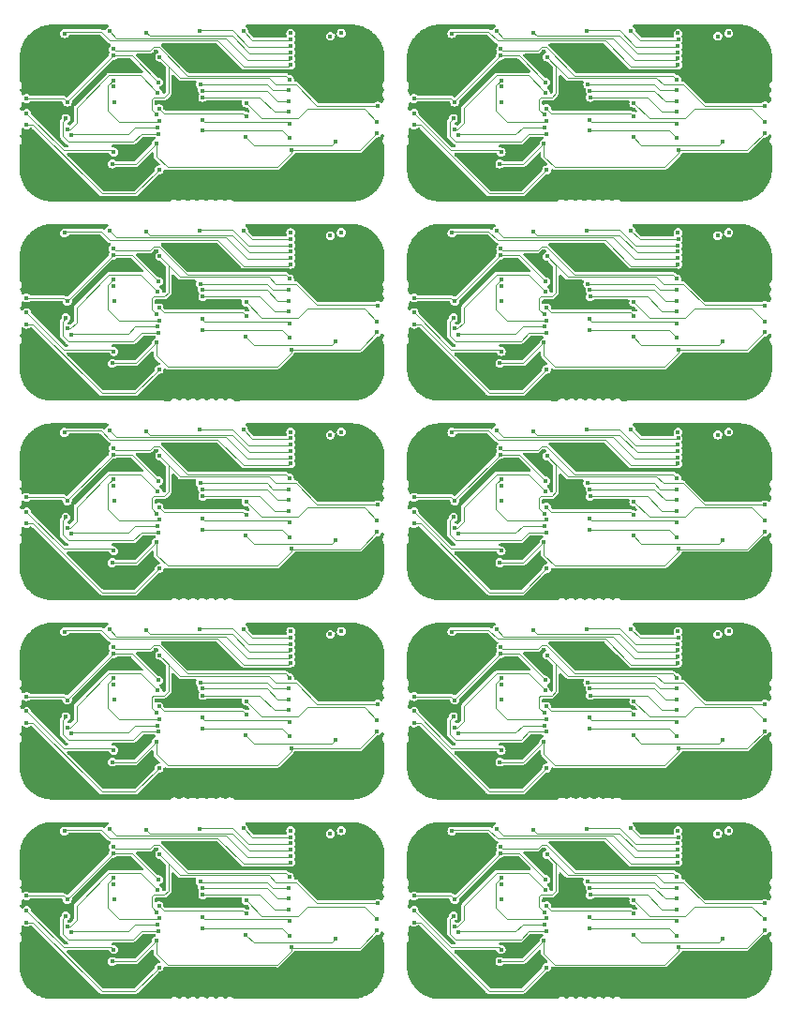
<source format=gbr>
%TF.GenerationSoftware,KiCad,Pcbnew,6.0.8-f2edbf62ab~116~ubuntu22.04.1*%
%TF.CreationDate,2022-10-31T09:01:50+00:00*%
%TF.ProjectId,panel,70616e65-6c2e-46b6-9963-61645f706362,3.0*%
%TF.SameCoordinates,Original*%
%TF.FileFunction,Copper,L3,Inr*%
%TF.FilePolarity,Positive*%
%FSLAX46Y46*%
G04 Gerber Fmt 4.6, Leading zero omitted, Abs format (unit mm)*
G04 Created by KiCad (PCBNEW 6.0.8-f2edbf62ab~116~ubuntu22.04.1) date 2022-10-31 09:01:50*
%MOMM*%
%LPD*%
G01*
G04 APERTURE LIST*
%TA.AperFunction,ViaPad*%
%ADD10C,0.400000*%
%TD*%
%TA.AperFunction,Conductor*%
%ADD11C,0.100000*%
%TD*%
G04 APERTURE END LIST*
D10*
%TO.N,Board_9-Net-(D3-Pad3)*%
X73300000Y-86800000D03*
X61500000Y-85100000D03*
%TO.N,Board_9-Net-(D2-Pad3)*%
X61500000Y-86300000D03*
X53610000Y-85580000D03*
%TO.N,Board_9-Net-(D1-Pad3)*%
X49530000Y-89530000D03*
X41650000Y-86010000D03*
%TO.N,Board_9-GND*%
X73500000Y-90400000D03*
X53320000Y-80490000D03*
X73500000Y-89700000D03*
X45530000Y-91080000D03*
X45497692Y-81296532D03*
X73380000Y-84280000D03*
X45500000Y-80400000D03*
X45510000Y-89760000D03*
X73500000Y-91200000D03*
X73500000Y-89000000D03*
X49390000Y-81820000D03*
X69500000Y-92500000D03*
X41500000Y-82200000D03*
X61500000Y-85700000D03*
X69810000Y-93300000D03*
X41500000Y-83200000D03*
X53370000Y-90610000D03*
X41598000Y-85330000D03*
X69500000Y-91500000D03*
X45497692Y-79498196D03*
X69500000Y-90300000D03*
X45500000Y-82100000D03*
X53500000Y-85010000D03*
X41500000Y-81200000D03*
%TO.N,Board_9-/cs_adc*%
X49480000Y-80240000D03*
X65400000Y-82970000D03*
%TO.N,Board_9-/carry2*%
X49520000Y-83620000D03*
X49540000Y-84990000D03*
%TO.N,Board_9-/SDO*%
X57560000Y-84590000D03*
X65340000Y-85910000D03*
%TO.N,Board_9-/SDI*%
X57540000Y-83970000D03*
X65350000Y-84940000D03*
%TO.N,Board_9-/SCK*%
X65360000Y-83960000D03*
X57340000Y-83410000D03*
%TO.N,Board_9-/S1*%
X45310000Y-87460000D03*
X53510000Y-84150000D03*
%TO.N,Board_9-/NEO_OUT*%
X73360000Y-85370000D03*
X53410000Y-86160000D03*
X53670000Y-80950000D03*
%TO.N,Board_9-/NEO_IN*%
X41650000Y-87070000D03*
X53620000Y-91140000D03*
%TO.N,Board_9-/MCLK*%
X65370000Y-88270000D03*
X57500000Y-87600000D03*
%TO.N,Board_9-/IRQ*%
X65370000Y-86970000D03*
X57500000Y-86600000D03*
%TO.N,Board_9-/CH_REF*%
X69520000Y-88580000D03*
X61450000Y-88180000D03*
%TO.N,Board_9-/CH7*%
X65500000Y-81650000D03*
X45070000Y-78830000D03*
%TO.N,Board_9-/CH6*%
X65500000Y-81080000D03*
X49120000Y-78630000D03*
%TO.N,Board_9-/CH5*%
X52450000Y-78720000D03*
X65500000Y-80510000D03*
%TO.N,Board_9-/CH4*%
X65500000Y-79940000D03*
X57250000Y-78600000D03*
%TO.N,Board_9-/CH3*%
X61250000Y-78590000D03*
X65510000Y-79370000D03*
%TO.N,Board_9-/CH2*%
X65500000Y-78800000D03*
%TO.N,Board_9-/CH1*%
X69090000Y-79070000D03*
%TO.N,Board_9-/CH0*%
X70080000Y-78790000D03*
%TO.N,Board_9-/A3*%
X49520000Y-83040000D03*
X53630000Y-86720000D03*
%TO.N,Board_9-/A1*%
X45200000Y-86490000D03*
X53590000Y-87870000D03*
%TO.N,Board_9-/A0*%
X45650000Y-87990000D03*
X53430000Y-87300000D03*
%TO.N,Board_9-+3.3V*%
X53390000Y-88740000D03*
X41650000Y-84692000D03*
X45320000Y-85010000D03*
X65560000Y-89350000D03*
X73300000Y-87800000D03*
X49450000Y-80830000D03*
X53560000Y-83220000D03*
X49400000Y-90600000D03*
%TO.N,Board_8-Net-(D3-Pad3)*%
X38300000Y-86800000D03*
X26500000Y-85100000D03*
%TO.N,Board_8-Net-(D2-Pad3)*%
X26500000Y-86300000D03*
X18610000Y-85580000D03*
%TO.N,Board_8-Net-(D1-Pad3)*%
X14530000Y-89530000D03*
X6650000Y-86010000D03*
%TO.N,Board_8-GND*%
X38500000Y-90400000D03*
X18320000Y-80490000D03*
X38500000Y-89700000D03*
X10530000Y-91080000D03*
X10497692Y-81296532D03*
X38380000Y-84280000D03*
X10500000Y-80400000D03*
X10510000Y-89760000D03*
X38500000Y-91200000D03*
X38500000Y-89000000D03*
X14390000Y-81820000D03*
X34500000Y-92500000D03*
X6500000Y-82200000D03*
X26500000Y-85700000D03*
X34810000Y-93300000D03*
X6500000Y-83200000D03*
X18370000Y-90610000D03*
X6598000Y-85330000D03*
X34500000Y-91500000D03*
X10497692Y-79498196D03*
X34500000Y-90300000D03*
X10500000Y-82100000D03*
X18500000Y-85010000D03*
X6500000Y-81200000D03*
%TO.N,Board_8-/cs_adc*%
X14480000Y-80240000D03*
X30400000Y-82970000D03*
%TO.N,Board_8-/carry2*%
X14520000Y-83620000D03*
X14540000Y-84990000D03*
%TO.N,Board_8-/SDO*%
X22560000Y-84590000D03*
X30340000Y-85910000D03*
%TO.N,Board_8-/SDI*%
X22540000Y-83970000D03*
X30350000Y-84940000D03*
%TO.N,Board_8-/SCK*%
X30360000Y-83960000D03*
X22340000Y-83410000D03*
%TO.N,Board_8-/S1*%
X10310000Y-87460000D03*
X18510000Y-84150000D03*
%TO.N,Board_8-/NEO_OUT*%
X38360000Y-85370000D03*
X18410000Y-86160000D03*
X18670000Y-80950000D03*
%TO.N,Board_8-/NEO_IN*%
X6650000Y-87070000D03*
X18620000Y-91140000D03*
%TO.N,Board_8-/MCLK*%
X30370000Y-88270000D03*
X22500000Y-87600000D03*
%TO.N,Board_8-/IRQ*%
X30370000Y-86970000D03*
X22500000Y-86600000D03*
%TO.N,Board_8-/CH_REF*%
X34520000Y-88580000D03*
X26450000Y-88180000D03*
%TO.N,Board_8-/CH7*%
X30500000Y-81650000D03*
X10070000Y-78830000D03*
%TO.N,Board_8-/CH6*%
X30500000Y-81080000D03*
X14120000Y-78630000D03*
%TO.N,Board_8-/CH5*%
X17450000Y-78720000D03*
X30500000Y-80510000D03*
%TO.N,Board_8-/CH4*%
X30500000Y-79940000D03*
X22250000Y-78600000D03*
%TO.N,Board_8-/CH3*%
X26250000Y-78590000D03*
X30510000Y-79370000D03*
%TO.N,Board_8-/CH2*%
X30500000Y-78800000D03*
%TO.N,Board_8-/CH1*%
X34090000Y-79070000D03*
%TO.N,Board_8-/CH0*%
X35080000Y-78790000D03*
%TO.N,Board_8-/A3*%
X14520000Y-83040000D03*
X18630000Y-86720000D03*
%TO.N,Board_8-/A1*%
X10200000Y-86490000D03*
X18590000Y-87870000D03*
%TO.N,Board_8-/A0*%
X10650000Y-87990000D03*
X18430000Y-87300000D03*
%TO.N,Board_8-+3.3V*%
X18390000Y-88740000D03*
X6650000Y-84692000D03*
X10320000Y-85010000D03*
X30560000Y-89350000D03*
X38300000Y-87800000D03*
X14450000Y-80830000D03*
X18560000Y-83220000D03*
X14400000Y-90600000D03*
%TO.N,Board_7-Net-(D3-Pad3)*%
X73300000Y-68800000D03*
X61500000Y-67100000D03*
%TO.N,Board_7-Net-(D2-Pad3)*%
X61500000Y-68300000D03*
X53610000Y-67580000D03*
%TO.N,Board_7-Net-(D1-Pad3)*%
X49530000Y-71530000D03*
X41650000Y-68010000D03*
%TO.N,Board_7-GND*%
X73500000Y-72400000D03*
X53320000Y-62490000D03*
X73500000Y-71700000D03*
X45530000Y-73080000D03*
X45497692Y-63296532D03*
X73380000Y-66280000D03*
X45500000Y-62400000D03*
X45510000Y-71760000D03*
X73500000Y-73200000D03*
X73500000Y-71000000D03*
X49390000Y-63820000D03*
X69500000Y-74500000D03*
X41500000Y-64200000D03*
X61500000Y-67700000D03*
X69810000Y-75300000D03*
X41500000Y-65200000D03*
X53370000Y-72610000D03*
X41598000Y-67330000D03*
X69500000Y-73500000D03*
X45497692Y-61498196D03*
X69500000Y-72300000D03*
X45500000Y-64100000D03*
X53500000Y-67010000D03*
X41500000Y-63200000D03*
%TO.N,Board_7-/cs_adc*%
X49480000Y-62240000D03*
X65400000Y-64970000D03*
%TO.N,Board_7-/carry2*%
X49520000Y-65620000D03*
X49540000Y-66990000D03*
%TO.N,Board_7-/SDO*%
X57560000Y-66590000D03*
X65340000Y-67910000D03*
%TO.N,Board_7-/SDI*%
X57540000Y-65970000D03*
X65350000Y-66940000D03*
%TO.N,Board_7-/SCK*%
X65360000Y-65960000D03*
X57340000Y-65410000D03*
%TO.N,Board_7-/S1*%
X45310000Y-69460000D03*
X53510000Y-66150000D03*
%TO.N,Board_7-/NEO_OUT*%
X73360000Y-67370000D03*
X53410000Y-68160000D03*
X53670000Y-62950000D03*
%TO.N,Board_7-/NEO_IN*%
X41650000Y-69070000D03*
X53620000Y-73140000D03*
%TO.N,Board_7-/MCLK*%
X65370000Y-70270000D03*
X57500000Y-69600000D03*
%TO.N,Board_7-/IRQ*%
X65370000Y-68970000D03*
X57500000Y-68600000D03*
%TO.N,Board_7-/CH_REF*%
X69520000Y-70580000D03*
X61450000Y-70180000D03*
%TO.N,Board_7-/CH7*%
X65500000Y-63650000D03*
X45070000Y-60830000D03*
%TO.N,Board_7-/CH6*%
X65500000Y-63080000D03*
X49120000Y-60630000D03*
%TO.N,Board_7-/CH5*%
X52450000Y-60720000D03*
X65500000Y-62510000D03*
%TO.N,Board_7-/CH4*%
X65500000Y-61940000D03*
X57250000Y-60600000D03*
%TO.N,Board_7-/CH3*%
X61250000Y-60590000D03*
X65510000Y-61370000D03*
%TO.N,Board_7-/CH2*%
X65500000Y-60800000D03*
%TO.N,Board_7-/CH1*%
X69090000Y-61070000D03*
%TO.N,Board_7-/CH0*%
X70080000Y-60790000D03*
%TO.N,Board_7-/A3*%
X49520000Y-65040000D03*
X53630000Y-68720000D03*
%TO.N,Board_7-/A1*%
X45200000Y-68490000D03*
X53590000Y-69870000D03*
%TO.N,Board_7-/A0*%
X45650000Y-69990000D03*
X53430000Y-69300000D03*
%TO.N,Board_7-+3.3V*%
X53390000Y-70740000D03*
X41650000Y-66692000D03*
X45320000Y-67010000D03*
X65560000Y-71350000D03*
X73300000Y-69800000D03*
X49450000Y-62830000D03*
X53560000Y-65220000D03*
X49400000Y-72600000D03*
%TO.N,Board_6-Net-(D3-Pad3)*%
X38300000Y-68800000D03*
X26500000Y-67100000D03*
%TO.N,Board_6-Net-(D2-Pad3)*%
X26500000Y-68300000D03*
X18610000Y-67580000D03*
%TO.N,Board_6-Net-(D1-Pad3)*%
X14530000Y-71530000D03*
X6650000Y-68010000D03*
%TO.N,Board_6-GND*%
X38500000Y-72400000D03*
X18320000Y-62490000D03*
X38500000Y-71700000D03*
X10530000Y-73080000D03*
X10497692Y-63296532D03*
X38380000Y-66280000D03*
X10500000Y-62400000D03*
X10510000Y-71760000D03*
X38500000Y-73200000D03*
X38500000Y-71000000D03*
X14390000Y-63820000D03*
X34500000Y-74500000D03*
X6500000Y-64200000D03*
X26500000Y-67700000D03*
X34810000Y-75300000D03*
X6500000Y-65200000D03*
X18370000Y-72610000D03*
X6598000Y-67330000D03*
X34500000Y-73500000D03*
X10497692Y-61498196D03*
X34500000Y-72300000D03*
X10500000Y-64100000D03*
X18500000Y-67010000D03*
X6500000Y-63200000D03*
%TO.N,Board_6-/cs_adc*%
X14480000Y-62240000D03*
X30400000Y-64970000D03*
%TO.N,Board_6-/carry2*%
X14520000Y-65620000D03*
X14540000Y-66990000D03*
%TO.N,Board_6-/SDO*%
X22560000Y-66590000D03*
X30340000Y-67910000D03*
%TO.N,Board_6-/SDI*%
X22540000Y-65970000D03*
X30350000Y-66940000D03*
%TO.N,Board_6-/SCK*%
X30360000Y-65960000D03*
X22340000Y-65410000D03*
%TO.N,Board_6-/S1*%
X10310000Y-69460000D03*
X18510000Y-66150000D03*
%TO.N,Board_6-/NEO_OUT*%
X38360000Y-67370000D03*
X18410000Y-68160000D03*
X18670000Y-62950000D03*
%TO.N,Board_6-/NEO_IN*%
X6650000Y-69070000D03*
X18620000Y-73140000D03*
%TO.N,Board_6-/MCLK*%
X30370000Y-70270000D03*
X22500000Y-69600000D03*
%TO.N,Board_6-/IRQ*%
X30370000Y-68970000D03*
X22500000Y-68600000D03*
%TO.N,Board_6-/CH_REF*%
X34520000Y-70580000D03*
X26450000Y-70180000D03*
%TO.N,Board_6-/CH7*%
X30500000Y-63650000D03*
X10070000Y-60830000D03*
%TO.N,Board_6-/CH6*%
X30500000Y-63080000D03*
X14120000Y-60630000D03*
%TO.N,Board_6-/CH5*%
X17450000Y-60720000D03*
X30500000Y-62510000D03*
%TO.N,Board_6-/CH4*%
X30500000Y-61940000D03*
X22250000Y-60600000D03*
%TO.N,Board_6-/CH3*%
X26250000Y-60590000D03*
X30510000Y-61370000D03*
%TO.N,Board_6-/CH2*%
X30500000Y-60800000D03*
%TO.N,Board_6-/CH1*%
X34090000Y-61070000D03*
%TO.N,Board_6-/CH0*%
X35080000Y-60790000D03*
%TO.N,Board_6-/A3*%
X14520000Y-65040000D03*
X18630000Y-68720000D03*
%TO.N,Board_6-/A1*%
X10200000Y-68490000D03*
X18590000Y-69870000D03*
%TO.N,Board_6-/A0*%
X10650000Y-69990000D03*
X18430000Y-69300000D03*
%TO.N,Board_6-+3.3V*%
X18390000Y-70740000D03*
X6650000Y-66692000D03*
X10320000Y-67010000D03*
X30560000Y-71350000D03*
X38300000Y-69800000D03*
X14450000Y-62830000D03*
X18560000Y-65220000D03*
X14400000Y-72600000D03*
%TO.N,Board_5-Net-(D3-Pad3)*%
X73300000Y-50800000D03*
X61500000Y-49100000D03*
%TO.N,Board_5-Net-(D2-Pad3)*%
X61500000Y-50300000D03*
X53610000Y-49580000D03*
%TO.N,Board_5-Net-(D1-Pad3)*%
X49530000Y-53530000D03*
X41650000Y-50010000D03*
%TO.N,Board_5-GND*%
X73500000Y-54400000D03*
X53320000Y-44490000D03*
X73500000Y-53700000D03*
X45530000Y-55080000D03*
X45497692Y-45296532D03*
X73380000Y-48280000D03*
X45500000Y-44400000D03*
X45510000Y-53760000D03*
X73500000Y-55200000D03*
X73500000Y-53000000D03*
X49390000Y-45820000D03*
X69500000Y-56500000D03*
X41500000Y-46200000D03*
X61500000Y-49700000D03*
X69810000Y-57300000D03*
X41500000Y-47200000D03*
X53370000Y-54610000D03*
X41598000Y-49330000D03*
X69500000Y-55500000D03*
X45497692Y-43498196D03*
X69500000Y-54300000D03*
X45500000Y-46100000D03*
X53500000Y-49010000D03*
X41500000Y-45200000D03*
%TO.N,Board_5-/cs_adc*%
X49480000Y-44240000D03*
X65400000Y-46970000D03*
%TO.N,Board_5-/carry2*%
X49520000Y-47620000D03*
X49540000Y-48990000D03*
%TO.N,Board_5-/SDO*%
X57560000Y-48590000D03*
X65340000Y-49910000D03*
%TO.N,Board_5-/SDI*%
X57540000Y-47970000D03*
X65350000Y-48940000D03*
%TO.N,Board_5-/SCK*%
X65360000Y-47960000D03*
X57340000Y-47410000D03*
%TO.N,Board_5-/S1*%
X45310000Y-51460000D03*
X53510000Y-48150000D03*
%TO.N,Board_5-/NEO_OUT*%
X73360000Y-49370000D03*
X53410000Y-50160000D03*
X53670000Y-44950000D03*
%TO.N,Board_5-/NEO_IN*%
X41650000Y-51070000D03*
X53620000Y-55140000D03*
%TO.N,Board_5-/MCLK*%
X65370000Y-52270000D03*
X57500000Y-51600000D03*
%TO.N,Board_5-/IRQ*%
X65370000Y-50970000D03*
X57500000Y-50600000D03*
%TO.N,Board_5-/CH_REF*%
X69520000Y-52580000D03*
X61450000Y-52180000D03*
%TO.N,Board_5-/CH7*%
X65500000Y-45650000D03*
X45070000Y-42830000D03*
%TO.N,Board_5-/CH6*%
X65500000Y-45080000D03*
X49120000Y-42630000D03*
%TO.N,Board_5-/CH5*%
X52450000Y-42720000D03*
X65500000Y-44510000D03*
%TO.N,Board_5-/CH4*%
X65500000Y-43940000D03*
X57250000Y-42600000D03*
%TO.N,Board_5-/CH3*%
X61250000Y-42590000D03*
X65510000Y-43370000D03*
%TO.N,Board_5-/CH2*%
X65500000Y-42800000D03*
%TO.N,Board_5-/CH1*%
X69090000Y-43070000D03*
%TO.N,Board_5-/CH0*%
X70080000Y-42790000D03*
%TO.N,Board_5-/A3*%
X49520000Y-47040000D03*
X53630000Y-50720000D03*
%TO.N,Board_5-/A1*%
X45200000Y-50490000D03*
X53590000Y-51870000D03*
%TO.N,Board_5-/A0*%
X45650000Y-51990000D03*
X53430000Y-51300000D03*
%TO.N,Board_5-+3.3V*%
X53390000Y-52740000D03*
X41650000Y-48692000D03*
X45320000Y-49010000D03*
X65560000Y-53350000D03*
X73300000Y-51800000D03*
X49450000Y-44830000D03*
X53560000Y-47220000D03*
X49400000Y-54600000D03*
%TO.N,Board_4-Net-(D3-Pad3)*%
X38300000Y-50800000D03*
X26500000Y-49100000D03*
%TO.N,Board_4-Net-(D2-Pad3)*%
X26500000Y-50300000D03*
X18610000Y-49580000D03*
%TO.N,Board_4-Net-(D1-Pad3)*%
X14530000Y-53530000D03*
X6650000Y-50010000D03*
%TO.N,Board_4-GND*%
X38500000Y-54400000D03*
X18320000Y-44490000D03*
X38500000Y-53700000D03*
X10530000Y-55080000D03*
X10497692Y-45296532D03*
X38380000Y-48280000D03*
X10500000Y-44400000D03*
X10510000Y-53760000D03*
X38500000Y-55200000D03*
X38500000Y-53000000D03*
X14390000Y-45820000D03*
X34500000Y-56500000D03*
X6500000Y-46200000D03*
X26500000Y-49700000D03*
X34810000Y-57300000D03*
X6500000Y-47200000D03*
X18370000Y-54610000D03*
X6598000Y-49330000D03*
X34500000Y-55500000D03*
X10497692Y-43498196D03*
X34500000Y-54300000D03*
X10500000Y-46100000D03*
X18500000Y-49010000D03*
X6500000Y-45200000D03*
%TO.N,Board_4-/cs_adc*%
X14480000Y-44240000D03*
X30400000Y-46970000D03*
%TO.N,Board_4-/carry2*%
X14520000Y-47620000D03*
X14540000Y-48990000D03*
%TO.N,Board_4-/SDO*%
X22560000Y-48590000D03*
X30340000Y-49910000D03*
%TO.N,Board_4-/SDI*%
X22540000Y-47970000D03*
X30350000Y-48940000D03*
%TO.N,Board_4-/SCK*%
X30360000Y-47960000D03*
X22340000Y-47410000D03*
%TO.N,Board_4-/S1*%
X10310000Y-51460000D03*
X18510000Y-48150000D03*
%TO.N,Board_4-/NEO_OUT*%
X38360000Y-49370000D03*
X18410000Y-50160000D03*
X18670000Y-44950000D03*
%TO.N,Board_4-/NEO_IN*%
X6650000Y-51070000D03*
X18620000Y-55140000D03*
%TO.N,Board_4-/MCLK*%
X30370000Y-52270000D03*
X22500000Y-51600000D03*
%TO.N,Board_4-/IRQ*%
X30370000Y-50970000D03*
X22500000Y-50600000D03*
%TO.N,Board_4-/CH_REF*%
X34520000Y-52580000D03*
X26450000Y-52180000D03*
%TO.N,Board_4-/CH7*%
X30500000Y-45650000D03*
X10070000Y-42830000D03*
%TO.N,Board_4-/CH6*%
X30500000Y-45080000D03*
X14120000Y-42630000D03*
%TO.N,Board_4-/CH5*%
X17450000Y-42720000D03*
X30500000Y-44510000D03*
%TO.N,Board_4-/CH4*%
X30500000Y-43940000D03*
X22250000Y-42600000D03*
%TO.N,Board_4-/CH3*%
X26250000Y-42590000D03*
X30510000Y-43370000D03*
%TO.N,Board_4-/CH2*%
X30500000Y-42800000D03*
%TO.N,Board_4-/CH1*%
X34090000Y-43070000D03*
%TO.N,Board_4-/CH0*%
X35080000Y-42790000D03*
%TO.N,Board_4-/A3*%
X14520000Y-47040000D03*
X18630000Y-50720000D03*
%TO.N,Board_4-/A1*%
X10200000Y-50490000D03*
X18590000Y-51870000D03*
%TO.N,Board_4-/A0*%
X10650000Y-51990000D03*
X18430000Y-51300000D03*
%TO.N,Board_4-+3.3V*%
X18390000Y-52740000D03*
X6650000Y-48692000D03*
X10320000Y-49010000D03*
X30560000Y-53350000D03*
X38300000Y-51800000D03*
X14450000Y-44830000D03*
X18560000Y-47220000D03*
X14400000Y-54600000D03*
%TO.N,Board_3-Net-(D3-Pad3)*%
X73300000Y-32800000D03*
X61500000Y-31100000D03*
%TO.N,Board_3-Net-(D2-Pad3)*%
X61500000Y-32300000D03*
X53610000Y-31580000D03*
%TO.N,Board_3-Net-(D1-Pad3)*%
X49530000Y-35530000D03*
X41650000Y-32010000D03*
%TO.N,Board_3-GND*%
X73500000Y-36400000D03*
X53320000Y-26490000D03*
X73500000Y-35700000D03*
X45530000Y-37080000D03*
X45497692Y-27296532D03*
X73380000Y-30280000D03*
X45500000Y-26400000D03*
X45510000Y-35760000D03*
X73500000Y-37200000D03*
X73500000Y-35000000D03*
X49390000Y-27820000D03*
X69500000Y-38500000D03*
X41500000Y-28200000D03*
X61500000Y-31700000D03*
X69810000Y-39300000D03*
X41500000Y-29200000D03*
X53370000Y-36610000D03*
X41598000Y-31330000D03*
X69500000Y-37500000D03*
X45497692Y-25498196D03*
X69500000Y-36300000D03*
X45500000Y-28100000D03*
X53500000Y-31010000D03*
X41500000Y-27200000D03*
%TO.N,Board_3-/cs_adc*%
X49480000Y-26240000D03*
X65400000Y-28970000D03*
%TO.N,Board_3-/carry2*%
X49520000Y-29620000D03*
X49540000Y-30990000D03*
%TO.N,Board_3-/SDO*%
X57560000Y-30590000D03*
X65340000Y-31910000D03*
%TO.N,Board_3-/SDI*%
X57540000Y-29970000D03*
X65350000Y-30940000D03*
%TO.N,Board_3-/SCK*%
X65360000Y-29960000D03*
X57340000Y-29410000D03*
%TO.N,Board_3-/S1*%
X45310000Y-33460000D03*
X53510000Y-30150000D03*
%TO.N,Board_3-/NEO_OUT*%
X73360000Y-31370000D03*
X53410000Y-32160000D03*
X53670000Y-26950000D03*
%TO.N,Board_3-/NEO_IN*%
X41650000Y-33070000D03*
X53620000Y-37140000D03*
%TO.N,Board_3-/MCLK*%
X65370000Y-34270000D03*
X57500000Y-33600000D03*
%TO.N,Board_3-/IRQ*%
X65370000Y-32970000D03*
X57500000Y-32600000D03*
%TO.N,Board_3-/CH_REF*%
X69520000Y-34580000D03*
X61450000Y-34180000D03*
%TO.N,Board_3-/CH7*%
X65500000Y-27650000D03*
X45070000Y-24830000D03*
%TO.N,Board_3-/CH6*%
X65500000Y-27080000D03*
X49120000Y-24630000D03*
%TO.N,Board_3-/CH5*%
X52450000Y-24720000D03*
X65500000Y-26510000D03*
%TO.N,Board_3-/CH4*%
X65500000Y-25940000D03*
X57250000Y-24600000D03*
%TO.N,Board_3-/CH3*%
X61250000Y-24590000D03*
X65510000Y-25370000D03*
%TO.N,Board_3-/CH2*%
X65500000Y-24800000D03*
%TO.N,Board_3-/CH1*%
X69090000Y-25070000D03*
%TO.N,Board_3-/CH0*%
X70080000Y-24790000D03*
%TO.N,Board_3-/A3*%
X49520000Y-29040000D03*
X53630000Y-32720000D03*
%TO.N,Board_3-/A1*%
X45200000Y-32490000D03*
X53590000Y-33870000D03*
%TO.N,Board_3-/A0*%
X45650000Y-33990000D03*
X53430000Y-33300000D03*
%TO.N,Board_3-+3.3V*%
X53390000Y-34740000D03*
X41650000Y-30692000D03*
X45320000Y-31010000D03*
X65560000Y-35350000D03*
X73300000Y-33800000D03*
X49450000Y-26830000D03*
X53560000Y-29220000D03*
X49400000Y-36600000D03*
%TO.N,Board_2-Net-(D3-Pad3)*%
X38300000Y-32800000D03*
X26500000Y-31100000D03*
%TO.N,Board_2-Net-(D2-Pad3)*%
X26500000Y-32300000D03*
X18610000Y-31580000D03*
%TO.N,Board_2-Net-(D1-Pad3)*%
X14530000Y-35530000D03*
X6650000Y-32010000D03*
%TO.N,Board_2-GND*%
X38500000Y-36400000D03*
X18320000Y-26490000D03*
X38500000Y-35700000D03*
X10530000Y-37080000D03*
X10497692Y-27296532D03*
X38380000Y-30280000D03*
X10500000Y-26400000D03*
X10510000Y-35760000D03*
X38500000Y-37200000D03*
X38500000Y-35000000D03*
X14390000Y-27820000D03*
X34500000Y-38500000D03*
X6500000Y-28200000D03*
X26500000Y-31700000D03*
X34810000Y-39300000D03*
X6500000Y-29200000D03*
X18370000Y-36610000D03*
X6598000Y-31330000D03*
X34500000Y-37500000D03*
X10497692Y-25498196D03*
X34500000Y-36300000D03*
X10500000Y-28100000D03*
X18500000Y-31010000D03*
X6500000Y-27200000D03*
%TO.N,Board_2-/cs_adc*%
X14480000Y-26240000D03*
X30400000Y-28970000D03*
%TO.N,Board_2-/carry2*%
X14520000Y-29620000D03*
X14540000Y-30990000D03*
%TO.N,Board_2-/SDO*%
X22560000Y-30590000D03*
X30340000Y-31910000D03*
%TO.N,Board_2-/SDI*%
X22540000Y-29970000D03*
X30350000Y-30940000D03*
%TO.N,Board_2-/SCK*%
X30360000Y-29960000D03*
X22340000Y-29410000D03*
%TO.N,Board_2-/S1*%
X10310000Y-33460000D03*
X18510000Y-30150000D03*
%TO.N,Board_2-/NEO_OUT*%
X38360000Y-31370000D03*
X18410000Y-32160000D03*
X18670000Y-26950000D03*
%TO.N,Board_2-/NEO_IN*%
X6650000Y-33070000D03*
X18620000Y-37140000D03*
%TO.N,Board_2-/MCLK*%
X30370000Y-34270000D03*
X22500000Y-33600000D03*
%TO.N,Board_2-/IRQ*%
X30370000Y-32970000D03*
X22500000Y-32600000D03*
%TO.N,Board_2-/CH_REF*%
X34520000Y-34580000D03*
X26450000Y-34180000D03*
%TO.N,Board_2-/CH7*%
X30500000Y-27650000D03*
X10070000Y-24830000D03*
%TO.N,Board_2-/CH6*%
X30500000Y-27080000D03*
X14120000Y-24630000D03*
%TO.N,Board_2-/CH5*%
X17450000Y-24720000D03*
X30500000Y-26510000D03*
%TO.N,Board_2-/CH4*%
X30500000Y-25940000D03*
X22250000Y-24600000D03*
%TO.N,Board_2-/CH3*%
X26250000Y-24590000D03*
X30510000Y-25370000D03*
%TO.N,Board_2-/CH2*%
X30500000Y-24800000D03*
%TO.N,Board_2-/CH1*%
X34090000Y-25070000D03*
%TO.N,Board_2-/CH0*%
X35080000Y-24790000D03*
%TO.N,Board_2-/A3*%
X14520000Y-29040000D03*
X18630000Y-32720000D03*
%TO.N,Board_2-/A1*%
X10200000Y-32490000D03*
X18590000Y-33870000D03*
%TO.N,Board_2-/A0*%
X10650000Y-33990000D03*
X18430000Y-33300000D03*
%TO.N,Board_2-+3.3V*%
X18390000Y-34740000D03*
X6650000Y-30692000D03*
X10320000Y-31010000D03*
X30560000Y-35350000D03*
X38300000Y-33800000D03*
X14450000Y-26830000D03*
X18560000Y-29220000D03*
X14400000Y-36600000D03*
%TO.N,Board_1-Net-(D3-Pad3)*%
X73300000Y-14800000D03*
X61500000Y-13100000D03*
%TO.N,Board_1-Net-(D2-Pad3)*%
X61500000Y-14300000D03*
X53610000Y-13580000D03*
%TO.N,Board_1-Net-(D1-Pad3)*%
X49530000Y-17530000D03*
X41650000Y-14010000D03*
%TO.N,Board_1-GND*%
X73500000Y-18400000D03*
X53320000Y-8490000D03*
X73500000Y-17700000D03*
X45530000Y-19080000D03*
X45497692Y-9296532D03*
X73380000Y-12280000D03*
X45500000Y-8400000D03*
X45510000Y-17760000D03*
X73500000Y-19200000D03*
X73500000Y-17000000D03*
X49390000Y-9820000D03*
X69500000Y-20500000D03*
X41500000Y-10200000D03*
X61500000Y-13700000D03*
X69810000Y-21300000D03*
X41500000Y-11200000D03*
X53370000Y-18610000D03*
X41598000Y-13330000D03*
X69500000Y-19500000D03*
X45497692Y-7498196D03*
X69500000Y-18300000D03*
X45500000Y-10100000D03*
X53500000Y-13010000D03*
X41500000Y-9200000D03*
%TO.N,Board_1-/cs_adc*%
X49480000Y-8240000D03*
X65400000Y-10970000D03*
%TO.N,Board_1-/carry2*%
X49520000Y-11620000D03*
X49540000Y-12990000D03*
%TO.N,Board_1-/SDO*%
X57560000Y-12590000D03*
X65340000Y-13910000D03*
%TO.N,Board_1-/SDI*%
X57540000Y-11970000D03*
X65350000Y-12940000D03*
%TO.N,Board_1-/SCK*%
X65360000Y-11960000D03*
X57340000Y-11410000D03*
%TO.N,Board_1-/S1*%
X45310000Y-15460000D03*
X53510000Y-12150000D03*
%TO.N,Board_1-/NEO_OUT*%
X73360000Y-13370000D03*
X53410000Y-14160000D03*
X53670000Y-8950000D03*
%TO.N,Board_1-/NEO_IN*%
X41650000Y-15070000D03*
X53620000Y-19140000D03*
%TO.N,Board_1-/MCLK*%
X65370000Y-16270000D03*
X57500000Y-15600000D03*
%TO.N,Board_1-/IRQ*%
X65370000Y-14970000D03*
X57500000Y-14600000D03*
%TO.N,Board_1-/CH_REF*%
X69520000Y-16580000D03*
X61450000Y-16180000D03*
%TO.N,Board_1-/CH7*%
X65500000Y-9650000D03*
X45070000Y-6830000D03*
%TO.N,Board_1-/CH6*%
X65500000Y-9080000D03*
X49120000Y-6630000D03*
%TO.N,Board_1-/CH5*%
X52450000Y-6720000D03*
X65500000Y-8510000D03*
%TO.N,Board_1-/CH4*%
X65500000Y-7940000D03*
X57250000Y-6600000D03*
%TO.N,Board_1-/CH3*%
X61250000Y-6590000D03*
X65510000Y-7370000D03*
%TO.N,Board_1-/CH2*%
X65500000Y-6800000D03*
%TO.N,Board_1-/CH1*%
X69090000Y-7070000D03*
%TO.N,Board_1-/CH0*%
X70080000Y-6790000D03*
%TO.N,Board_1-/A3*%
X49520000Y-11040000D03*
X53630000Y-14720000D03*
%TO.N,Board_1-/A1*%
X45200000Y-14490000D03*
X53590000Y-15870000D03*
%TO.N,Board_1-/A0*%
X45650000Y-15990000D03*
X53430000Y-15300000D03*
%TO.N,Board_1-+3.3V*%
X53390000Y-16740000D03*
X41650000Y-12692000D03*
X45320000Y-13010000D03*
X65560000Y-17350000D03*
X73300000Y-15800000D03*
X49450000Y-8830000D03*
X53560000Y-11220000D03*
X49400000Y-18600000D03*
%TO.N,Board_0-Net-(D3-Pad3)*%
X38300000Y-14800000D03*
X26500000Y-13100000D03*
%TO.N,Board_0-Net-(D2-Pad3)*%
X26500000Y-14300000D03*
X18610000Y-13580000D03*
%TO.N,Board_0-Net-(D1-Pad3)*%
X14530000Y-17530000D03*
X6650000Y-14010000D03*
%TO.N,Board_0-GND*%
X38500000Y-18400000D03*
X18320000Y-8490000D03*
X38500000Y-17700000D03*
X10530000Y-19080000D03*
X10497692Y-9296532D03*
X38380000Y-12280000D03*
X10500000Y-8400000D03*
X10510000Y-17760000D03*
X38500000Y-19200000D03*
X38500000Y-17000000D03*
X14390000Y-9820000D03*
X34500000Y-20500000D03*
X6500000Y-10200000D03*
X26500000Y-13700000D03*
X34810000Y-21300000D03*
X6500000Y-11200000D03*
X18370000Y-18610000D03*
X6598000Y-13330000D03*
X34500000Y-19500000D03*
X10497692Y-7498196D03*
X34500000Y-18300000D03*
X10500000Y-10100000D03*
X18500000Y-13010000D03*
X6500000Y-9200000D03*
%TO.N,Board_0-/cs_adc*%
X14480000Y-8240000D03*
X30400000Y-10970000D03*
%TO.N,Board_0-/carry2*%
X14520000Y-11620000D03*
X14540000Y-12990000D03*
%TO.N,Board_0-/SDO*%
X22560000Y-12590000D03*
X30340000Y-13910000D03*
%TO.N,Board_0-/SDI*%
X22540000Y-11970000D03*
X30350000Y-12940000D03*
%TO.N,Board_0-/SCK*%
X30360000Y-11960000D03*
X22340000Y-11410000D03*
%TO.N,Board_0-/S1*%
X10310000Y-15460000D03*
X18510000Y-12150000D03*
%TO.N,Board_0-/NEO_OUT*%
X38360000Y-13370000D03*
X18410000Y-14160000D03*
X18670000Y-8950000D03*
%TO.N,Board_0-/NEO_IN*%
X6650000Y-15070000D03*
X18620000Y-19140000D03*
%TO.N,Board_0-/MCLK*%
X30370000Y-16270000D03*
X22500000Y-15600000D03*
%TO.N,Board_0-/IRQ*%
X30370000Y-14970000D03*
X22500000Y-14600000D03*
%TO.N,Board_0-/CH_REF*%
X34520000Y-16580000D03*
X26450000Y-16180000D03*
%TO.N,Board_0-/CH7*%
X30500000Y-9650000D03*
X10070000Y-6830000D03*
%TO.N,Board_0-/CH6*%
X30500000Y-9080000D03*
X14120000Y-6630000D03*
%TO.N,Board_0-/CH5*%
X17450000Y-6720000D03*
X30500000Y-8510000D03*
%TO.N,Board_0-/CH4*%
X30500000Y-7940000D03*
X22250000Y-6600000D03*
%TO.N,Board_0-/CH3*%
X26250000Y-6590000D03*
X30510000Y-7370000D03*
%TO.N,Board_0-/CH2*%
X30500000Y-6800000D03*
%TO.N,Board_0-/CH1*%
X34090000Y-7070000D03*
%TO.N,Board_0-/CH0*%
X35080000Y-6790000D03*
%TO.N,Board_0-/A3*%
X14520000Y-11040000D03*
X18630000Y-14720000D03*
%TO.N,Board_0-/A1*%
X10200000Y-14490000D03*
X18590000Y-15870000D03*
%TO.N,Board_0-/A0*%
X10650000Y-15990000D03*
X18430000Y-15300000D03*
%TO.N,Board_0-+3.3V*%
X18390000Y-16740000D03*
X6650000Y-12692000D03*
X10320000Y-13010000D03*
X30560000Y-17350000D03*
X38300000Y-15800000D03*
X14450000Y-8830000D03*
X18560000Y-11220000D03*
X14400000Y-18600000D03*
%TD*%
D11*
%TO.N,Board_9-Net-(D3-Pad3)*%
X73300000Y-86800000D02*
X72140000Y-85640000D01*
X72140000Y-85640000D02*
X66980000Y-85640000D01*
X62880000Y-86480000D02*
X61500000Y-85100000D01*
X66140000Y-86480000D02*
X62880000Y-86480000D01*
X66980000Y-85640000D02*
X66140000Y-86480000D01*
%TO.N,Board_9-Net-(D2-Pad3)*%
X54030000Y-86000000D02*
X61200000Y-86000000D01*
X53610000Y-85580000D02*
X54030000Y-86000000D01*
X61200000Y-86000000D02*
X61500000Y-86300000D01*
%TO.N,Board_9-Net-(D1-Pad3)*%
X49340000Y-89340000D02*
X44980000Y-89340000D01*
X49530000Y-89530000D02*
X49340000Y-89340000D01*
X44980000Y-89340000D02*
X41650000Y-86010000D01*
%TO.N,Board_9-/cs_adc*%
X49480000Y-80240000D02*
X49640000Y-80400000D01*
X52816030Y-80400000D02*
X53146030Y-80070000D01*
X56150000Y-82620000D02*
X65050000Y-82620000D01*
X65050000Y-82620000D02*
X65400000Y-82970000D01*
X49640000Y-80400000D02*
X52816030Y-80400000D01*
X53600000Y-80070000D02*
X56150000Y-82620000D01*
X53146030Y-80070000D02*
X53600000Y-80070000D01*
%TO.N,Board_9-/SDO*%
X64040000Y-85910000D02*
X62720000Y-84590000D01*
X65340000Y-85910000D02*
X64040000Y-85910000D01*
X62720000Y-84590000D02*
X57560000Y-84590000D01*
%TO.N,Board_9-/SDI*%
X65350000Y-84940000D02*
X64340000Y-84940000D01*
X63370000Y-83970000D02*
X57540000Y-83970000D01*
X64340000Y-84940000D02*
X63370000Y-83970000D01*
%TO.N,Board_9-/SCK*%
X57370000Y-83440000D02*
X63340000Y-83440000D01*
X63860000Y-83960000D02*
X65360000Y-83960000D01*
X63340000Y-83440000D02*
X63860000Y-83960000D01*
X57340000Y-83410000D02*
X57370000Y-83440000D01*
%TO.N,Board_9-/S1*%
X46150000Y-86896030D02*
X46150000Y-85560000D01*
X45310000Y-87460000D02*
X45586030Y-87460000D01*
X51970000Y-82610000D02*
X53510000Y-84150000D01*
X46150000Y-85560000D02*
X49100000Y-82610000D01*
X49100000Y-82610000D02*
X51970000Y-82610000D01*
X45586030Y-87460000D02*
X46150000Y-86896030D01*
%TO.N,Board_9-/NEO_OUT*%
X73360000Y-85370000D02*
X73340000Y-85350000D01*
X52960000Y-85710000D02*
X52960000Y-84730000D01*
X52960000Y-84730000D02*
X53100000Y-84590000D01*
X53410000Y-86160000D02*
X52960000Y-85710000D01*
X53100000Y-84590000D02*
X54100000Y-84590000D01*
X65970000Y-83430000D02*
X64160000Y-83430000D01*
X73340000Y-85350000D02*
X67890000Y-85350000D01*
X55530000Y-82810000D02*
X53670000Y-80950000D01*
X54490000Y-84200000D02*
X54490000Y-81770000D01*
X54100000Y-84590000D02*
X54490000Y-84200000D01*
X63540000Y-82810000D02*
X55530000Y-82810000D01*
X64160000Y-83430000D02*
X63540000Y-82810000D01*
X67890000Y-85350000D02*
X65970000Y-83430000D01*
X54490000Y-81770000D02*
X53670000Y-80950000D01*
%TO.N,Board_9-/NEO_IN*%
X53620000Y-91140000D02*
X51480000Y-93280000D01*
X51480000Y-93280000D02*
X48433970Y-93280000D01*
X42223970Y-87070000D02*
X41650000Y-87070000D01*
X48433970Y-93280000D02*
X42223970Y-87070000D01*
%TO.N,Board_9-/MCLK*%
X64700000Y-87600000D02*
X57500000Y-87600000D01*
X65370000Y-88270000D02*
X64700000Y-87600000D01*
%TO.N,Board_9-/IRQ*%
X57700000Y-86800000D02*
X57500000Y-86600000D01*
X65200000Y-86800000D02*
X57700000Y-86800000D01*
X65370000Y-86970000D02*
X65200000Y-86800000D01*
%TO.N,Board_9-/CH_REF*%
X69180000Y-88920000D02*
X69520000Y-88580000D01*
X61450000Y-88180000D02*
X62190000Y-88920000D01*
X62190000Y-88920000D02*
X69180000Y-88920000D01*
%TO.N,Board_9-/CH7*%
X45070000Y-78830000D02*
X45200000Y-78700000D01*
X49174000Y-79474000D02*
X58924000Y-79474000D01*
X45200000Y-78700000D02*
X48400000Y-78700000D01*
X65350000Y-81800000D02*
X65500000Y-81650000D01*
X61250000Y-81800000D02*
X65350000Y-81800000D01*
X48400000Y-78700000D02*
X49174000Y-79474000D01*
X58924000Y-79474000D02*
X61250000Y-81800000D01*
%TO.N,Board_9-/CH6*%
X59657000Y-79257000D02*
X61600000Y-81200000D01*
X61600000Y-81200000D02*
X65380000Y-81200000D01*
X49120000Y-78630000D02*
X49747000Y-79257000D01*
X49747000Y-79257000D02*
X59657000Y-79257000D01*
X65380000Y-81200000D02*
X65500000Y-81080000D01*
%TO.N,Board_9-/CH5*%
X52450000Y-78720000D02*
X52770000Y-79040000D01*
X65410000Y-80600000D02*
X65500000Y-80510000D01*
X61800000Y-80600000D02*
X65410000Y-80600000D01*
X52770000Y-79040000D02*
X60240000Y-79040000D01*
X60240000Y-79040000D02*
X61800000Y-80600000D01*
%TO.N,Board_9-/CH4*%
X57310000Y-78540000D02*
X57250000Y-78600000D01*
X60210000Y-78540000D02*
X57310000Y-78540000D01*
X65440000Y-80000000D02*
X61670000Y-80000000D01*
X65500000Y-79940000D02*
X65440000Y-80000000D01*
X61670000Y-80000000D02*
X60210000Y-78540000D01*
%TO.N,Board_9-/CH3*%
X62060000Y-79400000D02*
X61250000Y-78590000D01*
X65510000Y-79370000D02*
X65480000Y-79400000D01*
X65480000Y-79400000D02*
X62060000Y-79400000D01*
%TO.N,Board_9-/A3*%
X53580000Y-86770000D02*
X50030000Y-86770000D01*
X49506030Y-83040000D02*
X49520000Y-83040000D01*
X49020000Y-83526030D02*
X49506030Y-83040000D01*
X50030000Y-86770000D02*
X49020000Y-85760000D01*
X53630000Y-86720000D02*
X53580000Y-86770000D01*
X49020000Y-85760000D02*
X49020000Y-83526030D01*
%TO.N,Board_9-/A1*%
X44880000Y-88090000D02*
X44880000Y-86810000D01*
X44880000Y-86810000D02*
X45200000Y-86490000D01*
X45390000Y-88600000D02*
X44880000Y-88090000D01*
X52040000Y-87870000D02*
X51310000Y-88600000D01*
X51310000Y-88600000D02*
X45390000Y-88600000D01*
X53590000Y-87870000D02*
X52040000Y-87870000D01*
%TO.N,Board_9-/A0*%
X45740000Y-87900000D02*
X45650000Y-87990000D01*
X53430000Y-87300000D02*
X51450000Y-87300000D01*
X51450000Y-87300000D02*
X50850000Y-87900000D01*
X50850000Y-87900000D02*
X45740000Y-87900000D01*
%TO.N,Board_9-+3.3V*%
X53390000Y-89906030D02*
X54363970Y-90880000D01*
X65560000Y-89620000D02*
X65560000Y-89350000D01*
X45002000Y-84692000D02*
X45320000Y-85010000D01*
X45320000Y-84960000D02*
X45320000Y-85010000D01*
X53390000Y-88740000D02*
X51530000Y-90600000D01*
X53390000Y-88740000D02*
X53390000Y-89906030D01*
X53560000Y-83220000D02*
X51170000Y-80830000D01*
X64300000Y-90880000D02*
X65560000Y-89620000D01*
X73300000Y-87800000D02*
X71900000Y-89200000D01*
X41650000Y-84692000D02*
X45002000Y-84692000D01*
X65580000Y-89370000D02*
X65560000Y-89350000D01*
X49450000Y-80830000D02*
X45320000Y-84960000D01*
X51170000Y-80830000D02*
X49450000Y-80830000D01*
X51530000Y-90600000D02*
X49400000Y-90600000D01*
X71730000Y-89370000D02*
X65580000Y-89370000D01*
X71900000Y-89200000D02*
X71730000Y-89370000D01*
X54363970Y-90880000D02*
X64300000Y-90880000D01*
%TO.N,Board_8-Net-(D3-Pad3)*%
X38300000Y-86800000D02*
X37140000Y-85640000D01*
X37140000Y-85640000D02*
X31980000Y-85640000D01*
X27880000Y-86480000D02*
X26500000Y-85100000D01*
X31140000Y-86480000D02*
X27880000Y-86480000D01*
X31980000Y-85640000D02*
X31140000Y-86480000D01*
%TO.N,Board_8-Net-(D2-Pad3)*%
X19030000Y-86000000D02*
X26200000Y-86000000D01*
X18610000Y-85580000D02*
X19030000Y-86000000D01*
X26200000Y-86000000D02*
X26500000Y-86300000D01*
%TO.N,Board_8-Net-(D1-Pad3)*%
X14340000Y-89340000D02*
X9980000Y-89340000D01*
X14530000Y-89530000D02*
X14340000Y-89340000D01*
X9980000Y-89340000D02*
X6650000Y-86010000D01*
%TO.N,Board_8-/cs_adc*%
X14480000Y-80240000D02*
X14640000Y-80400000D01*
X17816030Y-80400000D02*
X18146030Y-80070000D01*
X21150000Y-82620000D02*
X30050000Y-82620000D01*
X30050000Y-82620000D02*
X30400000Y-82970000D01*
X14640000Y-80400000D02*
X17816030Y-80400000D01*
X18600000Y-80070000D02*
X21150000Y-82620000D01*
X18146030Y-80070000D02*
X18600000Y-80070000D01*
%TO.N,Board_8-/SDO*%
X29040000Y-85910000D02*
X27720000Y-84590000D01*
X30340000Y-85910000D02*
X29040000Y-85910000D01*
X27720000Y-84590000D02*
X22560000Y-84590000D01*
%TO.N,Board_8-/SDI*%
X30350000Y-84940000D02*
X29340000Y-84940000D01*
X28370000Y-83970000D02*
X22540000Y-83970000D01*
X29340000Y-84940000D02*
X28370000Y-83970000D01*
%TO.N,Board_8-/SCK*%
X22370000Y-83440000D02*
X28340000Y-83440000D01*
X28860000Y-83960000D02*
X30360000Y-83960000D01*
X28340000Y-83440000D02*
X28860000Y-83960000D01*
X22340000Y-83410000D02*
X22370000Y-83440000D01*
%TO.N,Board_8-/S1*%
X11150000Y-86896030D02*
X11150000Y-85560000D01*
X10310000Y-87460000D02*
X10586030Y-87460000D01*
X16970000Y-82610000D02*
X18510000Y-84150000D01*
X11150000Y-85560000D02*
X14100000Y-82610000D01*
X14100000Y-82610000D02*
X16970000Y-82610000D01*
X10586030Y-87460000D02*
X11150000Y-86896030D01*
%TO.N,Board_8-/NEO_OUT*%
X38360000Y-85370000D02*
X38340000Y-85350000D01*
X17960000Y-85710000D02*
X17960000Y-84730000D01*
X17960000Y-84730000D02*
X18100000Y-84590000D01*
X18410000Y-86160000D02*
X17960000Y-85710000D01*
X18100000Y-84590000D02*
X19100000Y-84590000D01*
X30970000Y-83430000D02*
X29160000Y-83430000D01*
X38340000Y-85350000D02*
X32890000Y-85350000D01*
X20530000Y-82810000D02*
X18670000Y-80950000D01*
X19490000Y-84200000D02*
X19490000Y-81770000D01*
X19100000Y-84590000D02*
X19490000Y-84200000D01*
X28540000Y-82810000D02*
X20530000Y-82810000D01*
X29160000Y-83430000D02*
X28540000Y-82810000D01*
X32890000Y-85350000D02*
X30970000Y-83430000D01*
X19490000Y-81770000D02*
X18670000Y-80950000D01*
%TO.N,Board_8-/NEO_IN*%
X18620000Y-91140000D02*
X16480000Y-93280000D01*
X16480000Y-93280000D02*
X13433970Y-93280000D01*
X7223970Y-87070000D02*
X6650000Y-87070000D01*
X13433970Y-93280000D02*
X7223970Y-87070000D01*
%TO.N,Board_8-/MCLK*%
X29700000Y-87600000D02*
X22500000Y-87600000D01*
X30370000Y-88270000D02*
X29700000Y-87600000D01*
%TO.N,Board_8-/IRQ*%
X22700000Y-86800000D02*
X22500000Y-86600000D01*
X30200000Y-86800000D02*
X22700000Y-86800000D01*
X30370000Y-86970000D02*
X30200000Y-86800000D01*
%TO.N,Board_8-/CH_REF*%
X34180000Y-88920000D02*
X34520000Y-88580000D01*
X26450000Y-88180000D02*
X27190000Y-88920000D01*
X27190000Y-88920000D02*
X34180000Y-88920000D01*
%TO.N,Board_8-/CH7*%
X10070000Y-78830000D02*
X10200000Y-78700000D01*
X14174000Y-79474000D02*
X23924000Y-79474000D01*
X10200000Y-78700000D02*
X13400000Y-78700000D01*
X30350000Y-81800000D02*
X30500000Y-81650000D01*
X26250000Y-81800000D02*
X30350000Y-81800000D01*
X13400000Y-78700000D02*
X14174000Y-79474000D01*
X23924000Y-79474000D02*
X26250000Y-81800000D01*
%TO.N,Board_8-/CH6*%
X24657000Y-79257000D02*
X26600000Y-81200000D01*
X26600000Y-81200000D02*
X30380000Y-81200000D01*
X14120000Y-78630000D02*
X14747000Y-79257000D01*
X14747000Y-79257000D02*
X24657000Y-79257000D01*
X30380000Y-81200000D02*
X30500000Y-81080000D01*
%TO.N,Board_8-/CH5*%
X17450000Y-78720000D02*
X17770000Y-79040000D01*
X30410000Y-80600000D02*
X30500000Y-80510000D01*
X26800000Y-80600000D02*
X30410000Y-80600000D01*
X17770000Y-79040000D02*
X25240000Y-79040000D01*
X25240000Y-79040000D02*
X26800000Y-80600000D01*
%TO.N,Board_8-/CH4*%
X22310000Y-78540000D02*
X22250000Y-78600000D01*
X25210000Y-78540000D02*
X22310000Y-78540000D01*
X30440000Y-80000000D02*
X26670000Y-80000000D01*
X30500000Y-79940000D02*
X30440000Y-80000000D01*
X26670000Y-80000000D02*
X25210000Y-78540000D01*
%TO.N,Board_8-/CH3*%
X27060000Y-79400000D02*
X26250000Y-78590000D01*
X30510000Y-79370000D02*
X30480000Y-79400000D01*
X30480000Y-79400000D02*
X27060000Y-79400000D01*
%TO.N,Board_8-/A3*%
X18580000Y-86770000D02*
X15030000Y-86770000D01*
X14506030Y-83040000D02*
X14520000Y-83040000D01*
X14020000Y-83526030D02*
X14506030Y-83040000D01*
X15030000Y-86770000D02*
X14020000Y-85760000D01*
X18630000Y-86720000D02*
X18580000Y-86770000D01*
X14020000Y-85760000D02*
X14020000Y-83526030D01*
%TO.N,Board_8-/A1*%
X9880000Y-88090000D02*
X9880000Y-86810000D01*
X9880000Y-86810000D02*
X10200000Y-86490000D01*
X10390000Y-88600000D02*
X9880000Y-88090000D01*
X17040000Y-87870000D02*
X16310000Y-88600000D01*
X16310000Y-88600000D02*
X10390000Y-88600000D01*
X18590000Y-87870000D02*
X17040000Y-87870000D01*
%TO.N,Board_8-/A0*%
X10740000Y-87900000D02*
X10650000Y-87990000D01*
X18430000Y-87300000D02*
X16450000Y-87300000D01*
X16450000Y-87300000D02*
X15850000Y-87900000D01*
X15850000Y-87900000D02*
X10740000Y-87900000D01*
%TO.N,Board_8-+3.3V*%
X18390000Y-89906030D02*
X19363970Y-90880000D01*
X30560000Y-89620000D02*
X30560000Y-89350000D01*
X10002000Y-84692000D02*
X10320000Y-85010000D01*
X10320000Y-84960000D02*
X10320000Y-85010000D01*
X18390000Y-88740000D02*
X16530000Y-90600000D01*
X18390000Y-88740000D02*
X18390000Y-89906030D01*
X18560000Y-83220000D02*
X16170000Y-80830000D01*
X29300000Y-90880000D02*
X30560000Y-89620000D01*
X38300000Y-87800000D02*
X36900000Y-89200000D01*
X6650000Y-84692000D02*
X10002000Y-84692000D01*
X30580000Y-89370000D02*
X30560000Y-89350000D01*
X14450000Y-80830000D02*
X10320000Y-84960000D01*
X16170000Y-80830000D02*
X14450000Y-80830000D01*
X16530000Y-90600000D02*
X14400000Y-90600000D01*
X36730000Y-89370000D02*
X30580000Y-89370000D01*
X36900000Y-89200000D02*
X36730000Y-89370000D01*
X19363970Y-90880000D02*
X29300000Y-90880000D01*
%TO.N,Board_7-Net-(D3-Pad3)*%
X73300000Y-68800000D02*
X72140000Y-67640000D01*
X72140000Y-67640000D02*
X66980000Y-67640000D01*
X62880000Y-68480000D02*
X61500000Y-67100000D01*
X66140000Y-68480000D02*
X62880000Y-68480000D01*
X66980000Y-67640000D02*
X66140000Y-68480000D01*
%TO.N,Board_7-Net-(D2-Pad3)*%
X54030000Y-68000000D02*
X61200000Y-68000000D01*
X53610000Y-67580000D02*
X54030000Y-68000000D01*
X61200000Y-68000000D02*
X61500000Y-68300000D01*
%TO.N,Board_7-Net-(D1-Pad3)*%
X49340000Y-71340000D02*
X44980000Y-71340000D01*
X49530000Y-71530000D02*
X49340000Y-71340000D01*
X44980000Y-71340000D02*
X41650000Y-68010000D01*
%TO.N,Board_7-/cs_adc*%
X49480000Y-62240000D02*
X49640000Y-62400000D01*
X52816030Y-62400000D02*
X53146030Y-62070000D01*
X56150000Y-64620000D02*
X65050000Y-64620000D01*
X65050000Y-64620000D02*
X65400000Y-64970000D01*
X49640000Y-62400000D02*
X52816030Y-62400000D01*
X53600000Y-62070000D02*
X56150000Y-64620000D01*
X53146030Y-62070000D02*
X53600000Y-62070000D01*
%TO.N,Board_7-/SDO*%
X64040000Y-67910000D02*
X62720000Y-66590000D01*
X65340000Y-67910000D02*
X64040000Y-67910000D01*
X62720000Y-66590000D02*
X57560000Y-66590000D01*
%TO.N,Board_7-/SDI*%
X65350000Y-66940000D02*
X64340000Y-66940000D01*
X63370000Y-65970000D02*
X57540000Y-65970000D01*
X64340000Y-66940000D02*
X63370000Y-65970000D01*
%TO.N,Board_7-/SCK*%
X57370000Y-65440000D02*
X63340000Y-65440000D01*
X63860000Y-65960000D02*
X65360000Y-65960000D01*
X63340000Y-65440000D02*
X63860000Y-65960000D01*
X57340000Y-65410000D02*
X57370000Y-65440000D01*
%TO.N,Board_7-/S1*%
X46150000Y-68896030D02*
X46150000Y-67560000D01*
X45310000Y-69460000D02*
X45586030Y-69460000D01*
X51970000Y-64610000D02*
X53510000Y-66150000D01*
X46150000Y-67560000D02*
X49100000Y-64610000D01*
X49100000Y-64610000D02*
X51970000Y-64610000D01*
X45586030Y-69460000D02*
X46150000Y-68896030D01*
%TO.N,Board_7-/NEO_OUT*%
X73360000Y-67370000D02*
X73340000Y-67350000D01*
X52960000Y-67710000D02*
X52960000Y-66730000D01*
X52960000Y-66730000D02*
X53100000Y-66590000D01*
X53410000Y-68160000D02*
X52960000Y-67710000D01*
X53100000Y-66590000D02*
X54100000Y-66590000D01*
X65970000Y-65430000D02*
X64160000Y-65430000D01*
X73340000Y-67350000D02*
X67890000Y-67350000D01*
X55530000Y-64810000D02*
X53670000Y-62950000D01*
X54490000Y-66200000D02*
X54490000Y-63770000D01*
X54100000Y-66590000D02*
X54490000Y-66200000D01*
X63540000Y-64810000D02*
X55530000Y-64810000D01*
X64160000Y-65430000D02*
X63540000Y-64810000D01*
X67890000Y-67350000D02*
X65970000Y-65430000D01*
X54490000Y-63770000D02*
X53670000Y-62950000D01*
%TO.N,Board_7-/NEO_IN*%
X53620000Y-73140000D02*
X51480000Y-75280000D01*
X51480000Y-75280000D02*
X48433970Y-75280000D01*
X42223970Y-69070000D02*
X41650000Y-69070000D01*
X48433970Y-75280000D02*
X42223970Y-69070000D01*
%TO.N,Board_7-/MCLK*%
X64700000Y-69600000D02*
X57500000Y-69600000D01*
X65370000Y-70270000D02*
X64700000Y-69600000D01*
%TO.N,Board_7-/IRQ*%
X57700000Y-68800000D02*
X57500000Y-68600000D01*
X65200000Y-68800000D02*
X57700000Y-68800000D01*
X65370000Y-68970000D02*
X65200000Y-68800000D01*
%TO.N,Board_7-/CH_REF*%
X69180000Y-70920000D02*
X69520000Y-70580000D01*
X61450000Y-70180000D02*
X62190000Y-70920000D01*
X62190000Y-70920000D02*
X69180000Y-70920000D01*
%TO.N,Board_7-/CH7*%
X45070000Y-60830000D02*
X45200000Y-60700000D01*
X49174000Y-61474000D02*
X58924000Y-61474000D01*
X45200000Y-60700000D02*
X48400000Y-60700000D01*
X65350000Y-63800000D02*
X65500000Y-63650000D01*
X61250000Y-63800000D02*
X65350000Y-63800000D01*
X48400000Y-60700000D02*
X49174000Y-61474000D01*
X58924000Y-61474000D02*
X61250000Y-63800000D01*
%TO.N,Board_7-/CH6*%
X59657000Y-61257000D02*
X61600000Y-63200000D01*
X61600000Y-63200000D02*
X65380000Y-63200000D01*
X49120000Y-60630000D02*
X49747000Y-61257000D01*
X49747000Y-61257000D02*
X59657000Y-61257000D01*
X65380000Y-63200000D02*
X65500000Y-63080000D01*
%TO.N,Board_7-/CH5*%
X52450000Y-60720000D02*
X52770000Y-61040000D01*
X65410000Y-62600000D02*
X65500000Y-62510000D01*
X61800000Y-62600000D02*
X65410000Y-62600000D01*
X52770000Y-61040000D02*
X60240000Y-61040000D01*
X60240000Y-61040000D02*
X61800000Y-62600000D01*
%TO.N,Board_7-/CH4*%
X57310000Y-60540000D02*
X57250000Y-60600000D01*
X60210000Y-60540000D02*
X57310000Y-60540000D01*
X65440000Y-62000000D02*
X61670000Y-62000000D01*
X65500000Y-61940000D02*
X65440000Y-62000000D01*
X61670000Y-62000000D02*
X60210000Y-60540000D01*
%TO.N,Board_7-/CH3*%
X62060000Y-61400000D02*
X61250000Y-60590000D01*
X65510000Y-61370000D02*
X65480000Y-61400000D01*
X65480000Y-61400000D02*
X62060000Y-61400000D01*
%TO.N,Board_7-/A3*%
X53580000Y-68770000D02*
X50030000Y-68770000D01*
X49506030Y-65040000D02*
X49520000Y-65040000D01*
X49020000Y-65526030D02*
X49506030Y-65040000D01*
X50030000Y-68770000D02*
X49020000Y-67760000D01*
X53630000Y-68720000D02*
X53580000Y-68770000D01*
X49020000Y-67760000D02*
X49020000Y-65526030D01*
%TO.N,Board_7-/A1*%
X44880000Y-70090000D02*
X44880000Y-68810000D01*
X44880000Y-68810000D02*
X45200000Y-68490000D01*
X45390000Y-70600000D02*
X44880000Y-70090000D01*
X52040000Y-69870000D02*
X51310000Y-70600000D01*
X51310000Y-70600000D02*
X45390000Y-70600000D01*
X53590000Y-69870000D02*
X52040000Y-69870000D01*
%TO.N,Board_7-/A0*%
X45740000Y-69900000D02*
X45650000Y-69990000D01*
X53430000Y-69300000D02*
X51450000Y-69300000D01*
X51450000Y-69300000D02*
X50850000Y-69900000D01*
X50850000Y-69900000D02*
X45740000Y-69900000D01*
%TO.N,Board_7-+3.3V*%
X53390000Y-71906030D02*
X54363970Y-72880000D01*
X65560000Y-71620000D02*
X65560000Y-71350000D01*
X45002000Y-66692000D02*
X45320000Y-67010000D01*
X45320000Y-66960000D02*
X45320000Y-67010000D01*
X53390000Y-70740000D02*
X51530000Y-72600000D01*
X53390000Y-70740000D02*
X53390000Y-71906030D01*
X53560000Y-65220000D02*
X51170000Y-62830000D01*
X64300000Y-72880000D02*
X65560000Y-71620000D01*
X73300000Y-69800000D02*
X71900000Y-71200000D01*
X41650000Y-66692000D02*
X45002000Y-66692000D01*
X65580000Y-71370000D02*
X65560000Y-71350000D01*
X49450000Y-62830000D02*
X45320000Y-66960000D01*
X51170000Y-62830000D02*
X49450000Y-62830000D01*
X51530000Y-72600000D02*
X49400000Y-72600000D01*
X71730000Y-71370000D02*
X65580000Y-71370000D01*
X71900000Y-71200000D02*
X71730000Y-71370000D01*
X54363970Y-72880000D02*
X64300000Y-72880000D01*
%TO.N,Board_6-Net-(D3-Pad3)*%
X38300000Y-68800000D02*
X37140000Y-67640000D01*
X37140000Y-67640000D02*
X31980000Y-67640000D01*
X27880000Y-68480000D02*
X26500000Y-67100000D01*
X31140000Y-68480000D02*
X27880000Y-68480000D01*
X31980000Y-67640000D02*
X31140000Y-68480000D01*
%TO.N,Board_6-Net-(D2-Pad3)*%
X19030000Y-68000000D02*
X26200000Y-68000000D01*
X18610000Y-67580000D02*
X19030000Y-68000000D01*
X26200000Y-68000000D02*
X26500000Y-68300000D01*
%TO.N,Board_6-Net-(D1-Pad3)*%
X14340000Y-71340000D02*
X9980000Y-71340000D01*
X14530000Y-71530000D02*
X14340000Y-71340000D01*
X9980000Y-71340000D02*
X6650000Y-68010000D01*
%TO.N,Board_6-/cs_adc*%
X14480000Y-62240000D02*
X14640000Y-62400000D01*
X17816030Y-62400000D02*
X18146030Y-62070000D01*
X21150000Y-64620000D02*
X30050000Y-64620000D01*
X30050000Y-64620000D02*
X30400000Y-64970000D01*
X14640000Y-62400000D02*
X17816030Y-62400000D01*
X18600000Y-62070000D02*
X21150000Y-64620000D01*
X18146030Y-62070000D02*
X18600000Y-62070000D01*
%TO.N,Board_6-/SDO*%
X29040000Y-67910000D02*
X27720000Y-66590000D01*
X30340000Y-67910000D02*
X29040000Y-67910000D01*
X27720000Y-66590000D02*
X22560000Y-66590000D01*
%TO.N,Board_6-/SDI*%
X30350000Y-66940000D02*
X29340000Y-66940000D01*
X28370000Y-65970000D02*
X22540000Y-65970000D01*
X29340000Y-66940000D02*
X28370000Y-65970000D01*
%TO.N,Board_6-/SCK*%
X22370000Y-65440000D02*
X28340000Y-65440000D01*
X28860000Y-65960000D02*
X30360000Y-65960000D01*
X28340000Y-65440000D02*
X28860000Y-65960000D01*
X22340000Y-65410000D02*
X22370000Y-65440000D01*
%TO.N,Board_6-/S1*%
X11150000Y-68896030D02*
X11150000Y-67560000D01*
X10310000Y-69460000D02*
X10586030Y-69460000D01*
X16970000Y-64610000D02*
X18510000Y-66150000D01*
X11150000Y-67560000D02*
X14100000Y-64610000D01*
X14100000Y-64610000D02*
X16970000Y-64610000D01*
X10586030Y-69460000D02*
X11150000Y-68896030D01*
%TO.N,Board_6-/NEO_OUT*%
X38360000Y-67370000D02*
X38340000Y-67350000D01*
X17960000Y-67710000D02*
X17960000Y-66730000D01*
X17960000Y-66730000D02*
X18100000Y-66590000D01*
X18410000Y-68160000D02*
X17960000Y-67710000D01*
X18100000Y-66590000D02*
X19100000Y-66590000D01*
X30970000Y-65430000D02*
X29160000Y-65430000D01*
X38340000Y-67350000D02*
X32890000Y-67350000D01*
X20530000Y-64810000D02*
X18670000Y-62950000D01*
X19490000Y-66200000D02*
X19490000Y-63770000D01*
X19100000Y-66590000D02*
X19490000Y-66200000D01*
X28540000Y-64810000D02*
X20530000Y-64810000D01*
X29160000Y-65430000D02*
X28540000Y-64810000D01*
X32890000Y-67350000D02*
X30970000Y-65430000D01*
X19490000Y-63770000D02*
X18670000Y-62950000D01*
%TO.N,Board_6-/NEO_IN*%
X18620000Y-73140000D02*
X16480000Y-75280000D01*
X16480000Y-75280000D02*
X13433970Y-75280000D01*
X7223970Y-69070000D02*
X6650000Y-69070000D01*
X13433970Y-75280000D02*
X7223970Y-69070000D01*
%TO.N,Board_6-/MCLK*%
X29700000Y-69600000D02*
X22500000Y-69600000D01*
X30370000Y-70270000D02*
X29700000Y-69600000D01*
%TO.N,Board_6-/IRQ*%
X22700000Y-68800000D02*
X22500000Y-68600000D01*
X30200000Y-68800000D02*
X22700000Y-68800000D01*
X30370000Y-68970000D02*
X30200000Y-68800000D01*
%TO.N,Board_6-/CH_REF*%
X34180000Y-70920000D02*
X34520000Y-70580000D01*
X26450000Y-70180000D02*
X27190000Y-70920000D01*
X27190000Y-70920000D02*
X34180000Y-70920000D01*
%TO.N,Board_6-/CH7*%
X10070000Y-60830000D02*
X10200000Y-60700000D01*
X14174000Y-61474000D02*
X23924000Y-61474000D01*
X10200000Y-60700000D02*
X13400000Y-60700000D01*
X30350000Y-63800000D02*
X30500000Y-63650000D01*
X26250000Y-63800000D02*
X30350000Y-63800000D01*
X13400000Y-60700000D02*
X14174000Y-61474000D01*
X23924000Y-61474000D02*
X26250000Y-63800000D01*
%TO.N,Board_6-/CH6*%
X24657000Y-61257000D02*
X26600000Y-63200000D01*
X26600000Y-63200000D02*
X30380000Y-63200000D01*
X14120000Y-60630000D02*
X14747000Y-61257000D01*
X14747000Y-61257000D02*
X24657000Y-61257000D01*
X30380000Y-63200000D02*
X30500000Y-63080000D01*
%TO.N,Board_6-/CH5*%
X17450000Y-60720000D02*
X17770000Y-61040000D01*
X30410000Y-62600000D02*
X30500000Y-62510000D01*
X26800000Y-62600000D02*
X30410000Y-62600000D01*
X17770000Y-61040000D02*
X25240000Y-61040000D01*
X25240000Y-61040000D02*
X26800000Y-62600000D01*
%TO.N,Board_6-/CH4*%
X22310000Y-60540000D02*
X22250000Y-60600000D01*
X25210000Y-60540000D02*
X22310000Y-60540000D01*
X30440000Y-62000000D02*
X26670000Y-62000000D01*
X30500000Y-61940000D02*
X30440000Y-62000000D01*
X26670000Y-62000000D02*
X25210000Y-60540000D01*
%TO.N,Board_6-/CH3*%
X27060000Y-61400000D02*
X26250000Y-60590000D01*
X30510000Y-61370000D02*
X30480000Y-61400000D01*
X30480000Y-61400000D02*
X27060000Y-61400000D01*
%TO.N,Board_6-/A3*%
X18580000Y-68770000D02*
X15030000Y-68770000D01*
X14506030Y-65040000D02*
X14520000Y-65040000D01*
X14020000Y-65526030D02*
X14506030Y-65040000D01*
X15030000Y-68770000D02*
X14020000Y-67760000D01*
X18630000Y-68720000D02*
X18580000Y-68770000D01*
X14020000Y-67760000D02*
X14020000Y-65526030D01*
%TO.N,Board_6-/A1*%
X9880000Y-70090000D02*
X9880000Y-68810000D01*
X9880000Y-68810000D02*
X10200000Y-68490000D01*
X10390000Y-70600000D02*
X9880000Y-70090000D01*
X17040000Y-69870000D02*
X16310000Y-70600000D01*
X16310000Y-70600000D02*
X10390000Y-70600000D01*
X18590000Y-69870000D02*
X17040000Y-69870000D01*
%TO.N,Board_6-/A0*%
X10740000Y-69900000D02*
X10650000Y-69990000D01*
X18430000Y-69300000D02*
X16450000Y-69300000D01*
X16450000Y-69300000D02*
X15850000Y-69900000D01*
X15850000Y-69900000D02*
X10740000Y-69900000D01*
%TO.N,Board_6-+3.3V*%
X18390000Y-71906030D02*
X19363970Y-72880000D01*
X30560000Y-71620000D02*
X30560000Y-71350000D01*
X10002000Y-66692000D02*
X10320000Y-67010000D01*
X10320000Y-66960000D02*
X10320000Y-67010000D01*
X18390000Y-70740000D02*
X16530000Y-72600000D01*
X18390000Y-70740000D02*
X18390000Y-71906030D01*
X18560000Y-65220000D02*
X16170000Y-62830000D01*
X29300000Y-72880000D02*
X30560000Y-71620000D01*
X38300000Y-69800000D02*
X36900000Y-71200000D01*
X6650000Y-66692000D02*
X10002000Y-66692000D01*
X30580000Y-71370000D02*
X30560000Y-71350000D01*
X14450000Y-62830000D02*
X10320000Y-66960000D01*
X16170000Y-62830000D02*
X14450000Y-62830000D01*
X16530000Y-72600000D02*
X14400000Y-72600000D01*
X36730000Y-71370000D02*
X30580000Y-71370000D01*
X36900000Y-71200000D02*
X36730000Y-71370000D01*
X19363970Y-72880000D02*
X29300000Y-72880000D01*
%TO.N,Board_5-Net-(D3-Pad3)*%
X73300000Y-50800000D02*
X72140000Y-49640000D01*
X72140000Y-49640000D02*
X66980000Y-49640000D01*
X62880000Y-50480000D02*
X61500000Y-49100000D01*
X66140000Y-50480000D02*
X62880000Y-50480000D01*
X66980000Y-49640000D02*
X66140000Y-50480000D01*
%TO.N,Board_5-Net-(D2-Pad3)*%
X54030000Y-50000000D02*
X61200000Y-50000000D01*
X53610000Y-49580000D02*
X54030000Y-50000000D01*
X61200000Y-50000000D02*
X61500000Y-50300000D01*
%TO.N,Board_5-Net-(D1-Pad3)*%
X49340000Y-53340000D02*
X44980000Y-53340000D01*
X49530000Y-53530000D02*
X49340000Y-53340000D01*
X44980000Y-53340000D02*
X41650000Y-50010000D01*
%TO.N,Board_5-/cs_adc*%
X49480000Y-44240000D02*
X49640000Y-44400000D01*
X52816030Y-44400000D02*
X53146030Y-44070000D01*
X56150000Y-46620000D02*
X65050000Y-46620000D01*
X65050000Y-46620000D02*
X65400000Y-46970000D01*
X49640000Y-44400000D02*
X52816030Y-44400000D01*
X53600000Y-44070000D02*
X56150000Y-46620000D01*
X53146030Y-44070000D02*
X53600000Y-44070000D01*
%TO.N,Board_5-/SDO*%
X64040000Y-49910000D02*
X62720000Y-48590000D01*
X65340000Y-49910000D02*
X64040000Y-49910000D01*
X62720000Y-48590000D02*
X57560000Y-48590000D01*
%TO.N,Board_5-/SDI*%
X65350000Y-48940000D02*
X64340000Y-48940000D01*
X63370000Y-47970000D02*
X57540000Y-47970000D01*
X64340000Y-48940000D02*
X63370000Y-47970000D01*
%TO.N,Board_5-/SCK*%
X57370000Y-47440000D02*
X63340000Y-47440000D01*
X63860000Y-47960000D02*
X65360000Y-47960000D01*
X63340000Y-47440000D02*
X63860000Y-47960000D01*
X57340000Y-47410000D02*
X57370000Y-47440000D01*
%TO.N,Board_5-/S1*%
X46150000Y-50896030D02*
X46150000Y-49560000D01*
X45310000Y-51460000D02*
X45586030Y-51460000D01*
X51970000Y-46610000D02*
X53510000Y-48150000D01*
X46150000Y-49560000D02*
X49100000Y-46610000D01*
X49100000Y-46610000D02*
X51970000Y-46610000D01*
X45586030Y-51460000D02*
X46150000Y-50896030D01*
%TO.N,Board_5-/NEO_OUT*%
X73360000Y-49370000D02*
X73340000Y-49350000D01*
X52960000Y-49710000D02*
X52960000Y-48730000D01*
X52960000Y-48730000D02*
X53100000Y-48590000D01*
X53410000Y-50160000D02*
X52960000Y-49710000D01*
X53100000Y-48590000D02*
X54100000Y-48590000D01*
X65970000Y-47430000D02*
X64160000Y-47430000D01*
X73340000Y-49350000D02*
X67890000Y-49350000D01*
X55530000Y-46810000D02*
X53670000Y-44950000D01*
X54490000Y-48200000D02*
X54490000Y-45770000D01*
X54100000Y-48590000D02*
X54490000Y-48200000D01*
X63540000Y-46810000D02*
X55530000Y-46810000D01*
X64160000Y-47430000D02*
X63540000Y-46810000D01*
X67890000Y-49350000D02*
X65970000Y-47430000D01*
X54490000Y-45770000D02*
X53670000Y-44950000D01*
%TO.N,Board_5-/NEO_IN*%
X53620000Y-55140000D02*
X51480000Y-57280000D01*
X51480000Y-57280000D02*
X48433970Y-57280000D01*
X42223970Y-51070000D02*
X41650000Y-51070000D01*
X48433970Y-57280000D02*
X42223970Y-51070000D01*
%TO.N,Board_5-/MCLK*%
X64700000Y-51600000D02*
X57500000Y-51600000D01*
X65370000Y-52270000D02*
X64700000Y-51600000D01*
%TO.N,Board_5-/IRQ*%
X57700000Y-50800000D02*
X57500000Y-50600000D01*
X65200000Y-50800000D02*
X57700000Y-50800000D01*
X65370000Y-50970000D02*
X65200000Y-50800000D01*
%TO.N,Board_5-/CH_REF*%
X69180000Y-52920000D02*
X69520000Y-52580000D01*
X61450000Y-52180000D02*
X62190000Y-52920000D01*
X62190000Y-52920000D02*
X69180000Y-52920000D01*
%TO.N,Board_5-/CH7*%
X45070000Y-42830000D02*
X45200000Y-42700000D01*
X49174000Y-43474000D02*
X58924000Y-43474000D01*
X45200000Y-42700000D02*
X48400000Y-42700000D01*
X65350000Y-45800000D02*
X65500000Y-45650000D01*
X61250000Y-45800000D02*
X65350000Y-45800000D01*
X48400000Y-42700000D02*
X49174000Y-43474000D01*
X58924000Y-43474000D02*
X61250000Y-45800000D01*
%TO.N,Board_5-/CH6*%
X59657000Y-43257000D02*
X61600000Y-45200000D01*
X61600000Y-45200000D02*
X65380000Y-45200000D01*
X49120000Y-42630000D02*
X49747000Y-43257000D01*
X49747000Y-43257000D02*
X59657000Y-43257000D01*
X65380000Y-45200000D02*
X65500000Y-45080000D01*
%TO.N,Board_5-/CH5*%
X52450000Y-42720000D02*
X52770000Y-43040000D01*
X65410000Y-44600000D02*
X65500000Y-44510000D01*
X61800000Y-44600000D02*
X65410000Y-44600000D01*
X52770000Y-43040000D02*
X60240000Y-43040000D01*
X60240000Y-43040000D02*
X61800000Y-44600000D01*
%TO.N,Board_5-/CH4*%
X57310000Y-42540000D02*
X57250000Y-42600000D01*
X60210000Y-42540000D02*
X57310000Y-42540000D01*
X65440000Y-44000000D02*
X61670000Y-44000000D01*
X65500000Y-43940000D02*
X65440000Y-44000000D01*
X61670000Y-44000000D02*
X60210000Y-42540000D01*
%TO.N,Board_5-/CH3*%
X62060000Y-43400000D02*
X61250000Y-42590000D01*
X65510000Y-43370000D02*
X65480000Y-43400000D01*
X65480000Y-43400000D02*
X62060000Y-43400000D01*
%TO.N,Board_5-/A3*%
X53580000Y-50770000D02*
X50030000Y-50770000D01*
X49506030Y-47040000D02*
X49520000Y-47040000D01*
X49020000Y-47526030D02*
X49506030Y-47040000D01*
X50030000Y-50770000D02*
X49020000Y-49760000D01*
X53630000Y-50720000D02*
X53580000Y-50770000D01*
X49020000Y-49760000D02*
X49020000Y-47526030D01*
%TO.N,Board_5-/A1*%
X44880000Y-52090000D02*
X44880000Y-50810000D01*
X44880000Y-50810000D02*
X45200000Y-50490000D01*
X45390000Y-52600000D02*
X44880000Y-52090000D01*
X52040000Y-51870000D02*
X51310000Y-52600000D01*
X51310000Y-52600000D02*
X45390000Y-52600000D01*
X53590000Y-51870000D02*
X52040000Y-51870000D01*
%TO.N,Board_5-/A0*%
X45740000Y-51900000D02*
X45650000Y-51990000D01*
X53430000Y-51300000D02*
X51450000Y-51300000D01*
X51450000Y-51300000D02*
X50850000Y-51900000D01*
X50850000Y-51900000D02*
X45740000Y-51900000D01*
%TO.N,Board_5-+3.3V*%
X53390000Y-53906030D02*
X54363970Y-54880000D01*
X65560000Y-53620000D02*
X65560000Y-53350000D01*
X45002000Y-48692000D02*
X45320000Y-49010000D01*
X45320000Y-48960000D02*
X45320000Y-49010000D01*
X53390000Y-52740000D02*
X51530000Y-54600000D01*
X53390000Y-52740000D02*
X53390000Y-53906030D01*
X53560000Y-47220000D02*
X51170000Y-44830000D01*
X64300000Y-54880000D02*
X65560000Y-53620000D01*
X73300000Y-51800000D02*
X71900000Y-53200000D01*
X41650000Y-48692000D02*
X45002000Y-48692000D01*
X65580000Y-53370000D02*
X65560000Y-53350000D01*
X49450000Y-44830000D02*
X45320000Y-48960000D01*
X51170000Y-44830000D02*
X49450000Y-44830000D01*
X51530000Y-54600000D02*
X49400000Y-54600000D01*
X71730000Y-53370000D02*
X65580000Y-53370000D01*
X71900000Y-53200000D02*
X71730000Y-53370000D01*
X54363970Y-54880000D02*
X64300000Y-54880000D01*
%TO.N,Board_4-Net-(D3-Pad3)*%
X38300000Y-50800000D02*
X37140000Y-49640000D01*
X37140000Y-49640000D02*
X31980000Y-49640000D01*
X27880000Y-50480000D02*
X26500000Y-49100000D01*
X31140000Y-50480000D02*
X27880000Y-50480000D01*
X31980000Y-49640000D02*
X31140000Y-50480000D01*
%TO.N,Board_4-Net-(D2-Pad3)*%
X19030000Y-50000000D02*
X26200000Y-50000000D01*
X18610000Y-49580000D02*
X19030000Y-50000000D01*
X26200000Y-50000000D02*
X26500000Y-50300000D01*
%TO.N,Board_4-Net-(D1-Pad3)*%
X14340000Y-53340000D02*
X9980000Y-53340000D01*
X14530000Y-53530000D02*
X14340000Y-53340000D01*
X9980000Y-53340000D02*
X6650000Y-50010000D01*
%TO.N,Board_4-/cs_adc*%
X14480000Y-44240000D02*
X14640000Y-44400000D01*
X17816030Y-44400000D02*
X18146030Y-44070000D01*
X21150000Y-46620000D02*
X30050000Y-46620000D01*
X30050000Y-46620000D02*
X30400000Y-46970000D01*
X14640000Y-44400000D02*
X17816030Y-44400000D01*
X18600000Y-44070000D02*
X21150000Y-46620000D01*
X18146030Y-44070000D02*
X18600000Y-44070000D01*
%TO.N,Board_4-/SDO*%
X29040000Y-49910000D02*
X27720000Y-48590000D01*
X30340000Y-49910000D02*
X29040000Y-49910000D01*
X27720000Y-48590000D02*
X22560000Y-48590000D01*
%TO.N,Board_4-/SDI*%
X30350000Y-48940000D02*
X29340000Y-48940000D01*
X28370000Y-47970000D02*
X22540000Y-47970000D01*
X29340000Y-48940000D02*
X28370000Y-47970000D01*
%TO.N,Board_4-/SCK*%
X22370000Y-47440000D02*
X28340000Y-47440000D01*
X28860000Y-47960000D02*
X30360000Y-47960000D01*
X28340000Y-47440000D02*
X28860000Y-47960000D01*
X22340000Y-47410000D02*
X22370000Y-47440000D01*
%TO.N,Board_4-/S1*%
X11150000Y-50896030D02*
X11150000Y-49560000D01*
X10310000Y-51460000D02*
X10586030Y-51460000D01*
X16970000Y-46610000D02*
X18510000Y-48150000D01*
X11150000Y-49560000D02*
X14100000Y-46610000D01*
X14100000Y-46610000D02*
X16970000Y-46610000D01*
X10586030Y-51460000D02*
X11150000Y-50896030D01*
%TO.N,Board_4-/NEO_OUT*%
X38360000Y-49370000D02*
X38340000Y-49350000D01*
X17960000Y-49710000D02*
X17960000Y-48730000D01*
X17960000Y-48730000D02*
X18100000Y-48590000D01*
X18410000Y-50160000D02*
X17960000Y-49710000D01*
X18100000Y-48590000D02*
X19100000Y-48590000D01*
X30970000Y-47430000D02*
X29160000Y-47430000D01*
X38340000Y-49350000D02*
X32890000Y-49350000D01*
X20530000Y-46810000D02*
X18670000Y-44950000D01*
X19490000Y-48200000D02*
X19490000Y-45770000D01*
X19100000Y-48590000D02*
X19490000Y-48200000D01*
X28540000Y-46810000D02*
X20530000Y-46810000D01*
X29160000Y-47430000D02*
X28540000Y-46810000D01*
X32890000Y-49350000D02*
X30970000Y-47430000D01*
X19490000Y-45770000D02*
X18670000Y-44950000D01*
%TO.N,Board_4-/NEO_IN*%
X18620000Y-55140000D02*
X16480000Y-57280000D01*
X16480000Y-57280000D02*
X13433970Y-57280000D01*
X7223970Y-51070000D02*
X6650000Y-51070000D01*
X13433970Y-57280000D02*
X7223970Y-51070000D01*
%TO.N,Board_4-/MCLK*%
X29700000Y-51600000D02*
X22500000Y-51600000D01*
X30370000Y-52270000D02*
X29700000Y-51600000D01*
%TO.N,Board_4-/IRQ*%
X22700000Y-50800000D02*
X22500000Y-50600000D01*
X30200000Y-50800000D02*
X22700000Y-50800000D01*
X30370000Y-50970000D02*
X30200000Y-50800000D01*
%TO.N,Board_4-/CH_REF*%
X34180000Y-52920000D02*
X34520000Y-52580000D01*
X26450000Y-52180000D02*
X27190000Y-52920000D01*
X27190000Y-52920000D02*
X34180000Y-52920000D01*
%TO.N,Board_4-/CH7*%
X10070000Y-42830000D02*
X10200000Y-42700000D01*
X14174000Y-43474000D02*
X23924000Y-43474000D01*
X10200000Y-42700000D02*
X13400000Y-42700000D01*
X30350000Y-45800000D02*
X30500000Y-45650000D01*
X26250000Y-45800000D02*
X30350000Y-45800000D01*
X13400000Y-42700000D02*
X14174000Y-43474000D01*
X23924000Y-43474000D02*
X26250000Y-45800000D01*
%TO.N,Board_4-/CH6*%
X24657000Y-43257000D02*
X26600000Y-45200000D01*
X26600000Y-45200000D02*
X30380000Y-45200000D01*
X14120000Y-42630000D02*
X14747000Y-43257000D01*
X14747000Y-43257000D02*
X24657000Y-43257000D01*
X30380000Y-45200000D02*
X30500000Y-45080000D01*
%TO.N,Board_4-/CH5*%
X17450000Y-42720000D02*
X17770000Y-43040000D01*
X30410000Y-44600000D02*
X30500000Y-44510000D01*
X26800000Y-44600000D02*
X30410000Y-44600000D01*
X17770000Y-43040000D02*
X25240000Y-43040000D01*
X25240000Y-43040000D02*
X26800000Y-44600000D01*
%TO.N,Board_4-/CH4*%
X22310000Y-42540000D02*
X22250000Y-42600000D01*
X25210000Y-42540000D02*
X22310000Y-42540000D01*
X30440000Y-44000000D02*
X26670000Y-44000000D01*
X30500000Y-43940000D02*
X30440000Y-44000000D01*
X26670000Y-44000000D02*
X25210000Y-42540000D01*
%TO.N,Board_4-/CH3*%
X27060000Y-43400000D02*
X26250000Y-42590000D01*
X30510000Y-43370000D02*
X30480000Y-43400000D01*
X30480000Y-43400000D02*
X27060000Y-43400000D01*
%TO.N,Board_4-/A3*%
X18580000Y-50770000D02*
X15030000Y-50770000D01*
X14506030Y-47040000D02*
X14520000Y-47040000D01*
X14020000Y-47526030D02*
X14506030Y-47040000D01*
X15030000Y-50770000D02*
X14020000Y-49760000D01*
X18630000Y-50720000D02*
X18580000Y-50770000D01*
X14020000Y-49760000D02*
X14020000Y-47526030D01*
%TO.N,Board_4-/A1*%
X9880000Y-52090000D02*
X9880000Y-50810000D01*
X9880000Y-50810000D02*
X10200000Y-50490000D01*
X10390000Y-52600000D02*
X9880000Y-52090000D01*
X17040000Y-51870000D02*
X16310000Y-52600000D01*
X16310000Y-52600000D02*
X10390000Y-52600000D01*
X18590000Y-51870000D02*
X17040000Y-51870000D01*
%TO.N,Board_4-/A0*%
X10740000Y-51900000D02*
X10650000Y-51990000D01*
X18430000Y-51300000D02*
X16450000Y-51300000D01*
X16450000Y-51300000D02*
X15850000Y-51900000D01*
X15850000Y-51900000D02*
X10740000Y-51900000D01*
%TO.N,Board_4-+3.3V*%
X18390000Y-53906030D02*
X19363970Y-54880000D01*
X30560000Y-53620000D02*
X30560000Y-53350000D01*
X10002000Y-48692000D02*
X10320000Y-49010000D01*
X10320000Y-48960000D02*
X10320000Y-49010000D01*
X18390000Y-52740000D02*
X16530000Y-54600000D01*
X18390000Y-52740000D02*
X18390000Y-53906030D01*
X18560000Y-47220000D02*
X16170000Y-44830000D01*
X29300000Y-54880000D02*
X30560000Y-53620000D01*
X38300000Y-51800000D02*
X36900000Y-53200000D01*
X6650000Y-48692000D02*
X10002000Y-48692000D01*
X30580000Y-53370000D02*
X30560000Y-53350000D01*
X14450000Y-44830000D02*
X10320000Y-48960000D01*
X16170000Y-44830000D02*
X14450000Y-44830000D01*
X16530000Y-54600000D02*
X14400000Y-54600000D01*
X36730000Y-53370000D02*
X30580000Y-53370000D01*
X36900000Y-53200000D02*
X36730000Y-53370000D01*
X19363970Y-54880000D02*
X29300000Y-54880000D01*
%TO.N,Board_3-Net-(D3-Pad3)*%
X73300000Y-32800000D02*
X72140000Y-31640000D01*
X72140000Y-31640000D02*
X66980000Y-31640000D01*
X62880000Y-32480000D02*
X61500000Y-31100000D01*
X66140000Y-32480000D02*
X62880000Y-32480000D01*
X66980000Y-31640000D02*
X66140000Y-32480000D01*
%TO.N,Board_3-Net-(D2-Pad3)*%
X54030000Y-32000000D02*
X61200000Y-32000000D01*
X53610000Y-31580000D02*
X54030000Y-32000000D01*
X61200000Y-32000000D02*
X61500000Y-32300000D01*
%TO.N,Board_3-Net-(D1-Pad3)*%
X49340000Y-35340000D02*
X44980000Y-35340000D01*
X49530000Y-35530000D02*
X49340000Y-35340000D01*
X44980000Y-35340000D02*
X41650000Y-32010000D01*
%TO.N,Board_3-/cs_adc*%
X49480000Y-26240000D02*
X49640000Y-26400000D01*
X52816030Y-26400000D02*
X53146030Y-26070000D01*
X56150000Y-28620000D02*
X65050000Y-28620000D01*
X65050000Y-28620000D02*
X65400000Y-28970000D01*
X49640000Y-26400000D02*
X52816030Y-26400000D01*
X53600000Y-26070000D02*
X56150000Y-28620000D01*
X53146030Y-26070000D02*
X53600000Y-26070000D01*
%TO.N,Board_3-/SDO*%
X64040000Y-31910000D02*
X62720000Y-30590000D01*
X65340000Y-31910000D02*
X64040000Y-31910000D01*
X62720000Y-30590000D02*
X57560000Y-30590000D01*
%TO.N,Board_3-/SDI*%
X65350000Y-30940000D02*
X64340000Y-30940000D01*
X63370000Y-29970000D02*
X57540000Y-29970000D01*
X64340000Y-30940000D02*
X63370000Y-29970000D01*
%TO.N,Board_3-/SCK*%
X57370000Y-29440000D02*
X63340000Y-29440000D01*
X63860000Y-29960000D02*
X65360000Y-29960000D01*
X63340000Y-29440000D02*
X63860000Y-29960000D01*
X57340000Y-29410000D02*
X57370000Y-29440000D01*
%TO.N,Board_3-/S1*%
X46150000Y-32896030D02*
X46150000Y-31560000D01*
X45310000Y-33460000D02*
X45586030Y-33460000D01*
X51970000Y-28610000D02*
X53510000Y-30150000D01*
X46150000Y-31560000D02*
X49100000Y-28610000D01*
X49100000Y-28610000D02*
X51970000Y-28610000D01*
X45586030Y-33460000D02*
X46150000Y-32896030D01*
%TO.N,Board_3-/NEO_OUT*%
X73360000Y-31370000D02*
X73340000Y-31350000D01*
X52960000Y-31710000D02*
X52960000Y-30730000D01*
X52960000Y-30730000D02*
X53100000Y-30590000D01*
X53410000Y-32160000D02*
X52960000Y-31710000D01*
X53100000Y-30590000D02*
X54100000Y-30590000D01*
X65970000Y-29430000D02*
X64160000Y-29430000D01*
X73340000Y-31350000D02*
X67890000Y-31350000D01*
X55530000Y-28810000D02*
X53670000Y-26950000D01*
X54490000Y-30200000D02*
X54490000Y-27770000D01*
X54100000Y-30590000D02*
X54490000Y-30200000D01*
X63540000Y-28810000D02*
X55530000Y-28810000D01*
X64160000Y-29430000D02*
X63540000Y-28810000D01*
X67890000Y-31350000D02*
X65970000Y-29430000D01*
X54490000Y-27770000D02*
X53670000Y-26950000D01*
%TO.N,Board_3-/NEO_IN*%
X53620000Y-37140000D02*
X51480000Y-39280000D01*
X51480000Y-39280000D02*
X48433970Y-39280000D01*
X42223970Y-33070000D02*
X41650000Y-33070000D01*
X48433970Y-39280000D02*
X42223970Y-33070000D01*
%TO.N,Board_3-/MCLK*%
X64700000Y-33600000D02*
X57500000Y-33600000D01*
X65370000Y-34270000D02*
X64700000Y-33600000D01*
%TO.N,Board_3-/IRQ*%
X57700000Y-32800000D02*
X57500000Y-32600000D01*
X65200000Y-32800000D02*
X57700000Y-32800000D01*
X65370000Y-32970000D02*
X65200000Y-32800000D01*
%TO.N,Board_3-/CH_REF*%
X69180000Y-34920000D02*
X69520000Y-34580000D01*
X61450000Y-34180000D02*
X62190000Y-34920000D01*
X62190000Y-34920000D02*
X69180000Y-34920000D01*
%TO.N,Board_3-/CH7*%
X45070000Y-24830000D02*
X45200000Y-24700000D01*
X49174000Y-25474000D02*
X58924000Y-25474000D01*
X45200000Y-24700000D02*
X48400000Y-24700000D01*
X65350000Y-27800000D02*
X65500000Y-27650000D01*
X61250000Y-27800000D02*
X65350000Y-27800000D01*
X48400000Y-24700000D02*
X49174000Y-25474000D01*
X58924000Y-25474000D02*
X61250000Y-27800000D01*
%TO.N,Board_3-/CH6*%
X59657000Y-25257000D02*
X61600000Y-27200000D01*
X61600000Y-27200000D02*
X65380000Y-27200000D01*
X49120000Y-24630000D02*
X49747000Y-25257000D01*
X49747000Y-25257000D02*
X59657000Y-25257000D01*
X65380000Y-27200000D02*
X65500000Y-27080000D01*
%TO.N,Board_3-/CH5*%
X52450000Y-24720000D02*
X52770000Y-25040000D01*
X65410000Y-26600000D02*
X65500000Y-26510000D01*
X61800000Y-26600000D02*
X65410000Y-26600000D01*
X52770000Y-25040000D02*
X60240000Y-25040000D01*
X60240000Y-25040000D02*
X61800000Y-26600000D01*
%TO.N,Board_3-/CH4*%
X57310000Y-24540000D02*
X57250000Y-24600000D01*
X60210000Y-24540000D02*
X57310000Y-24540000D01*
X65440000Y-26000000D02*
X61670000Y-26000000D01*
X65500000Y-25940000D02*
X65440000Y-26000000D01*
X61670000Y-26000000D02*
X60210000Y-24540000D01*
%TO.N,Board_3-/CH3*%
X62060000Y-25400000D02*
X61250000Y-24590000D01*
X65510000Y-25370000D02*
X65480000Y-25400000D01*
X65480000Y-25400000D02*
X62060000Y-25400000D01*
%TO.N,Board_3-/A3*%
X53580000Y-32770000D02*
X50030000Y-32770000D01*
X49506030Y-29040000D02*
X49520000Y-29040000D01*
X49020000Y-29526030D02*
X49506030Y-29040000D01*
X50030000Y-32770000D02*
X49020000Y-31760000D01*
X53630000Y-32720000D02*
X53580000Y-32770000D01*
X49020000Y-31760000D02*
X49020000Y-29526030D01*
%TO.N,Board_3-/A1*%
X44880000Y-34090000D02*
X44880000Y-32810000D01*
X44880000Y-32810000D02*
X45200000Y-32490000D01*
X45390000Y-34600000D02*
X44880000Y-34090000D01*
X52040000Y-33870000D02*
X51310000Y-34600000D01*
X51310000Y-34600000D02*
X45390000Y-34600000D01*
X53590000Y-33870000D02*
X52040000Y-33870000D01*
%TO.N,Board_3-/A0*%
X45740000Y-33900000D02*
X45650000Y-33990000D01*
X53430000Y-33300000D02*
X51450000Y-33300000D01*
X51450000Y-33300000D02*
X50850000Y-33900000D01*
X50850000Y-33900000D02*
X45740000Y-33900000D01*
%TO.N,Board_3-+3.3V*%
X53390000Y-35906030D02*
X54363970Y-36880000D01*
X65560000Y-35620000D02*
X65560000Y-35350000D01*
X45002000Y-30692000D02*
X45320000Y-31010000D01*
X45320000Y-30960000D02*
X45320000Y-31010000D01*
X53390000Y-34740000D02*
X51530000Y-36600000D01*
X53390000Y-34740000D02*
X53390000Y-35906030D01*
X53560000Y-29220000D02*
X51170000Y-26830000D01*
X64300000Y-36880000D02*
X65560000Y-35620000D01*
X73300000Y-33800000D02*
X71900000Y-35200000D01*
X41650000Y-30692000D02*
X45002000Y-30692000D01*
X65580000Y-35370000D02*
X65560000Y-35350000D01*
X49450000Y-26830000D02*
X45320000Y-30960000D01*
X51170000Y-26830000D02*
X49450000Y-26830000D01*
X51530000Y-36600000D02*
X49400000Y-36600000D01*
X71730000Y-35370000D02*
X65580000Y-35370000D01*
X71900000Y-35200000D02*
X71730000Y-35370000D01*
X54363970Y-36880000D02*
X64300000Y-36880000D01*
%TO.N,Board_2-Net-(D3-Pad3)*%
X38300000Y-32800000D02*
X37140000Y-31640000D01*
X37140000Y-31640000D02*
X31980000Y-31640000D01*
X27880000Y-32480000D02*
X26500000Y-31100000D01*
X31140000Y-32480000D02*
X27880000Y-32480000D01*
X31980000Y-31640000D02*
X31140000Y-32480000D01*
%TO.N,Board_2-Net-(D2-Pad3)*%
X19030000Y-32000000D02*
X26200000Y-32000000D01*
X18610000Y-31580000D02*
X19030000Y-32000000D01*
X26200000Y-32000000D02*
X26500000Y-32300000D01*
%TO.N,Board_2-Net-(D1-Pad3)*%
X14340000Y-35340000D02*
X9980000Y-35340000D01*
X14530000Y-35530000D02*
X14340000Y-35340000D01*
X9980000Y-35340000D02*
X6650000Y-32010000D01*
%TO.N,Board_2-/cs_adc*%
X14480000Y-26240000D02*
X14640000Y-26400000D01*
X17816030Y-26400000D02*
X18146030Y-26070000D01*
X21150000Y-28620000D02*
X30050000Y-28620000D01*
X30050000Y-28620000D02*
X30400000Y-28970000D01*
X14640000Y-26400000D02*
X17816030Y-26400000D01*
X18600000Y-26070000D02*
X21150000Y-28620000D01*
X18146030Y-26070000D02*
X18600000Y-26070000D01*
%TO.N,Board_2-/SDO*%
X29040000Y-31910000D02*
X27720000Y-30590000D01*
X30340000Y-31910000D02*
X29040000Y-31910000D01*
X27720000Y-30590000D02*
X22560000Y-30590000D01*
%TO.N,Board_2-/SDI*%
X30350000Y-30940000D02*
X29340000Y-30940000D01*
X28370000Y-29970000D02*
X22540000Y-29970000D01*
X29340000Y-30940000D02*
X28370000Y-29970000D01*
%TO.N,Board_2-/SCK*%
X22370000Y-29440000D02*
X28340000Y-29440000D01*
X28860000Y-29960000D02*
X30360000Y-29960000D01*
X28340000Y-29440000D02*
X28860000Y-29960000D01*
X22340000Y-29410000D02*
X22370000Y-29440000D01*
%TO.N,Board_2-/S1*%
X11150000Y-32896030D02*
X11150000Y-31560000D01*
X10310000Y-33460000D02*
X10586030Y-33460000D01*
X16970000Y-28610000D02*
X18510000Y-30150000D01*
X11150000Y-31560000D02*
X14100000Y-28610000D01*
X14100000Y-28610000D02*
X16970000Y-28610000D01*
X10586030Y-33460000D02*
X11150000Y-32896030D01*
%TO.N,Board_2-/NEO_OUT*%
X38360000Y-31370000D02*
X38340000Y-31350000D01*
X17960000Y-31710000D02*
X17960000Y-30730000D01*
X17960000Y-30730000D02*
X18100000Y-30590000D01*
X18410000Y-32160000D02*
X17960000Y-31710000D01*
X18100000Y-30590000D02*
X19100000Y-30590000D01*
X30970000Y-29430000D02*
X29160000Y-29430000D01*
X38340000Y-31350000D02*
X32890000Y-31350000D01*
X20530000Y-28810000D02*
X18670000Y-26950000D01*
X19490000Y-30200000D02*
X19490000Y-27770000D01*
X19100000Y-30590000D02*
X19490000Y-30200000D01*
X28540000Y-28810000D02*
X20530000Y-28810000D01*
X29160000Y-29430000D02*
X28540000Y-28810000D01*
X32890000Y-31350000D02*
X30970000Y-29430000D01*
X19490000Y-27770000D02*
X18670000Y-26950000D01*
%TO.N,Board_2-/NEO_IN*%
X18620000Y-37140000D02*
X16480000Y-39280000D01*
X16480000Y-39280000D02*
X13433970Y-39280000D01*
X7223970Y-33070000D02*
X6650000Y-33070000D01*
X13433970Y-39280000D02*
X7223970Y-33070000D01*
%TO.N,Board_2-/MCLK*%
X29700000Y-33600000D02*
X22500000Y-33600000D01*
X30370000Y-34270000D02*
X29700000Y-33600000D01*
%TO.N,Board_2-/IRQ*%
X22700000Y-32800000D02*
X22500000Y-32600000D01*
X30200000Y-32800000D02*
X22700000Y-32800000D01*
X30370000Y-32970000D02*
X30200000Y-32800000D01*
%TO.N,Board_2-/CH_REF*%
X34180000Y-34920000D02*
X34520000Y-34580000D01*
X26450000Y-34180000D02*
X27190000Y-34920000D01*
X27190000Y-34920000D02*
X34180000Y-34920000D01*
%TO.N,Board_2-/CH7*%
X10070000Y-24830000D02*
X10200000Y-24700000D01*
X14174000Y-25474000D02*
X23924000Y-25474000D01*
X10200000Y-24700000D02*
X13400000Y-24700000D01*
X30350000Y-27800000D02*
X30500000Y-27650000D01*
X26250000Y-27800000D02*
X30350000Y-27800000D01*
X13400000Y-24700000D02*
X14174000Y-25474000D01*
X23924000Y-25474000D02*
X26250000Y-27800000D01*
%TO.N,Board_2-/CH6*%
X24657000Y-25257000D02*
X26600000Y-27200000D01*
X26600000Y-27200000D02*
X30380000Y-27200000D01*
X14120000Y-24630000D02*
X14747000Y-25257000D01*
X14747000Y-25257000D02*
X24657000Y-25257000D01*
X30380000Y-27200000D02*
X30500000Y-27080000D01*
%TO.N,Board_2-/CH5*%
X17450000Y-24720000D02*
X17770000Y-25040000D01*
X30410000Y-26600000D02*
X30500000Y-26510000D01*
X26800000Y-26600000D02*
X30410000Y-26600000D01*
X17770000Y-25040000D02*
X25240000Y-25040000D01*
X25240000Y-25040000D02*
X26800000Y-26600000D01*
%TO.N,Board_2-/CH4*%
X22310000Y-24540000D02*
X22250000Y-24600000D01*
X25210000Y-24540000D02*
X22310000Y-24540000D01*
X30440000Y-26000000D02*
X26670000Y-26000000D01*
X30500000Y-25940000D02*
X30440000Y-26000000D01*
X26670000Y-26000000D02*
X25210000Y-24540000D01*
%TO.N,Board_2-/CH3*%
X27060000Y-25400000D02*
X26250000Y-24590000D01*
X30510000Y-25370000D02*
X30480000Y-25400000D01*
X30480000Y-25400000D02*
X27060000Y-25400000D01*
%TO.N,Board_2-/A3*%
X18580000Y-32770000D02*
X15030000Y-32770000D01*
X14506030Y-29040000D02*
X14520000Y-29040000D01*
X14020000Y-29526030D02*
X14506030Y-29040000D01*
X15030000Y-32770000D02*
X14020000Y-31760000D01*
X18630000Y-32720000D02*
X18580000Y-32770000D01*
X14020000Y-31760000D02*
X14020000Y-29526030D01*
%TO.N,Board_2-/A1*%
X9880000Y-34090000D02*
X9880000Y-32810000D01*
X9880000Y-32810000D02*
X10200000Y-32490000D01*
X10390000Y-34600000D02*
X9880000Y-34090000D01*
X17040000Y-33870000D02*
X16310000Y-34600000D01*
X16310000Y-34600000D02*
X10390000Y-34600000D01*
X18590000Y-33870000D02*
X17040000Y-33870000D01*
%TO.N,Board_2-/A0*%
X10740000Y-33900000D02*
X10650000Y-33990000D01*
X18430000Y-33300000D02*
X16450000Y-33300000D01*
X16450000Y-33300000D02*
X15850000Y-33900000D01*
X15850000Y-33900000D02*
X10740000Y-33900000D01*
%TO.N,Board_2-+3.3V*%
X18390000Y-35906030D02*
X19363970Y-36880000D01*
X30560000Y-35620000D02*
X30560000Y-35350000D01*
X10002000Y-30692000D02*
X10320000Y-31010000D01*
X10320000Y-30960000D02*
X10320000Y-31010000D01*
X18390000Y-34740000D02*
X16530000Y-36600000D01*
X18390000Y-34740000D02*
X18390000Y-35906030D01*
X18560000Y-29220000D02*
X16170000Y-26830000D01*
X29300000Y-36880000D02*
X30560000Y-35620000D01*
X38300000Y-33800000D02*
X36900000Y-35200000D01*
X6650000Y-30692000D02*
X10002000Y-30692000D01*
X30580000Y-35370000D02*
X30560000Y-35350000D01*
X14450000Y-26830000D02*
X10320000Y-30960000D01*
X16170000Y-26830000D02*
X14450000Y-26830000D01*
X16530000Y-36600000D02*
X14400000Y-36600000D01*
X36730000Y-35370000D02*
X30580000Y-35370000D01*
X36900000Y-35200000D02*
X36730000Y-35370000D01*
X19363970Y-36880000D02*
X29300000Y-36880000D01*
%TO.N,Board_1-Net-(D3-Pad3)*%
X73300000Y-14800000D02*
X72140000Y-13640000D01*
X72140000Y-13640000D02*
X66980000Y-13640000D01*
X62880000Y-14480000D02*
X61500000Y-13100000D01*
X66140000Y-14480000D02*
X62880000Y-14480000D01*
X66980000Y-13640000D02*
X66140000Y-14480000D01*
%TO.N,Board_1-Net-(D2-Pad3)*%
X54030000Y-14000000D02*
X61200000Y-14000000D01*
X53610000Y-13580000D02*
X54030000Y-14000000D01*
X61200000Y-14000000D02*
X61500000Y-14300000D01*
%TO.N,Board_1-Net-(D1-Pad3)*%
X49340000Y-17340000D02*
X44980000Y-17340000D01*
X49530000Y-17530000D02*
X49340000Y-17340000D01*
X44980000Y-17340000D02*
X41650000Y-14010000D01*
%TO.N,Board_1-/cs_adc*%
X49480000Y-8240000D02*
X49640000Y-8400000D01*
X52816030Y-8400000D02*
X53146030Y-8070000D01*
X56150000Y-10620000D02*
X65050000Y-10620000D01*
X65050000Y-10620000D02*
X65400000Y-10970000D01*
X49640000Y-8400000D02*
X52816030Y-8400000D01*
X53600000Y-8070000D02*
X56150000Y-10620000D01*
X53146030Y-8070000D02*
X53600000Y-8070000D01*
%TO.N,Board_1-/SDO*%
X64040000Y-13910000D02*
X62720000Y-12590000D01*
X65340000Y-13910000D02*
X64040000Y-13910000D01*
X62720000Y-12590000D02*
X57560000Y-12590000D01*
%TO.N,Board_1-/SDI*%
X65350000Y-12940000D02*
X64340000Y-12940000D01*
X63370000Y-11970000D02*
X57540000Y-11970000D01*
X64340000Y-12940000D02*
X63370000Y-11970000D01*
%TO.N,Board_1-/SCK*%
X57370000Y-11440000D02*
X63340000Y-11440000D01*
X63860000Y-11960000D02*
X65360000Y-11960000D01*
X63340000Y-11440000D02*
X63860000Y-11960000D01*
X57340000Y-11410000D02*
X57370000Y-11440000D01*
%TO.N,Board_1-/S1*%
X46150000Y-14896030D02*
X46150000Y-13560000D01*
X45310000Y-15460000D02*
X45586030Y-15460000D01*
X51970000Y-10610000D02*
X53510000Y-12150000D01*
X46150000Y-13560000D02*
X49100000Y-10610000D01*
X49100000Y-10610000D02*
X51970000Y-10610000D01*
X45586030Y-15460000D02*
X46150000Y-14896030D01*
%TO.N,Board_1-/NEO_OUT*%
X73360000Y-13370000D02*
X73340000Y-13350000D01*
X52960000Y-13710000D02*
X52960000Y-12730000D01*
X52960000Y-12730000D02*
X53100000Y-12590000D01*
X53410000Y-14160000D02*
X52960000Y-13710000D01*
X53100000Y-12590000D02*
X54100000Y-12590000D01*
X65970000Y-11430000D02*
X64160000Y-11430000D01*
X73340000Y-13350000D02*
X67890000Y-13350000D01*
X55530000Y-10810000D02*
X53670000Y-8950000D01*
X54490000Y-12200000D02*
X54490000Y-9770000D01*
X54100000Y-12590000D02*
X54490000Y-12200000D01*
X63540000Y-10810000D02*
X55530000Y-10810000D01*
X64160000Y-11430000D02*
X63540000Y-10810000D01*
X67890000Y-13350000D02*
X65970000Y-11430000D01*
X54490000Y-9770000D02*
X53670000Y-8950000D01*
%TO.N,Board_1-/NEO_IN*%
X53620000Y-19140000D02*
X51480000Y-21280000D01*
X51480000Y-21280000D02*
X48433970Y-21280000D01*
X42223970Y-15070000D02*
X41650000Y-15070000D01*
X48433970Y-21280000D02*
X42223970Y-15070000D01*
%TO.N,Board_1-/MCLK*%
X64700000Y-15600000D02*
X57500000Y-15600000D01*
X65370000Y-16270000D02*
X64700000Y-15600000D01*
%TO.N,Board_1-/IRQ*%
X57700000Y-14800000D02*
X57500000Y-14600000D01*
X65200000Y-14800000D02*
X57700000Y-14800000D01*
X65370000Y-14970000D02*
X65200000Y-14800000D01*
%TO.N,Board_1-/CH_REF*%
X69180000Y-16920000D02*
X69520000Y-16580000D01*
X61450000Y-16180000D02*
X62190000Y-16920000D01*
X62190000Y-16920000D02*
X69180000Y-16920000D01*
%TO.N,Board_1-/CH7*%
X45070000Y-6830000D02*
X45200000Y-6700000D01*
X49174000Y-7474000D02*
X58924000Y-7474000D01*
X45200000Y-6700000D02*
X48400000Y-6700000D01*
X65350000Y-9800000D02*
X65500000Y-9650000D01*
X61250000Y-9800000D02*
X65350000Y-9800000D01*
X48400000Y-6700000D02*
X49174000Y-7474000D01*
X58924000Y-7474000D02*
X61250000Y-9800000D01*
%TO.N,Board_1-/CH6*%
X59657000Y-7257000D02*
X61600000Y-9200000D01*
X61600000Y-9200000D02*
X65380000Y-9200000D01*
X49120000Y-6630000D02*
X49747000Y-7257000D01*
X49747000Y-7257000D02*
X59657000Y-7257000D01*
X65380000Y-9200000D02*
X65500000Y-9080000D01*
%TO.N,Board_1-/CH5*%
X52450000Y-6720000D02*
X52770000Y-7040000D01*
X65410000Y-8600000D02*
X65500000Y-8510000D01*
X61800000Y-8600000D02*
X65410000Y-8600000D01*
X52770000Y-7040000D02*
X60240000Y-7040000D01*
X60240000Y-7040000D02*
X61800000Y-8600000D01*
%TO.N,Board_1-/CH4*%
X57310000Y-6540000D02*
X57250000Y-6600000D01*
X60210000Y-6540000D02*
X57310000Y-6540000D01*
X65440000Y-8000000D02*
X61670000Y-8000000D01*
X65500000Y-7940000D02*
X65440000Y-8000000D01*
X61670000Y-8000000D02*
X60210000Y-6540000D01*
%TO.N,Board_1-/CH3*%
X62060000Y-7400000D02*
X61250000Y-6590000D01*
X65510000Y-7370000D02*
X65480000Y-7400000D01*
X65480000Y-7400000D02*
X62060000Y-7400000D01*
%TO.N,Board_1-/A3*%
X53580000Y-14770000D02*
X50030000Y-14770000D01*
X49506030Y-11040000D02*
X49520000Y-11040000D01*
X49020000Y-11526030D02*
X49506030Y-11040000D01*
X50030000Y-14770000D02*
X49020000Y-13760000D01*
X53630000Y-14720000D02*
X53580000Y-14770000D01*
X49020000Y-13760000D02*
X49020000Y-11526030D01*
%TO.N,Board_1-/A1*%
X44880000Y-16090000D02*
X44880000Y-14810000D01*
X44880000Y-14810000D02*
X45200000Y-14490000D01*
X45390000Y-16600000D02*
X44880000Y-16090000D01*
X52040000Y-15870000D02*
X51310000Y-16600000D01*
X51310000Y-16600000D02*
X45390000Y-16600000D01*
X53590000Y-15870000D02*
X52040000Y-15870000D01*
%TO.N,Board_1-/A0*%
X45740000Y-15900000D02*
X45650000Y-15990000D01*
X53430000Y-15300000D02*
X51450000Y-15300000D01*
X51450000Y-15300000D02*
X50850000Y-15900000D01*
X50850000Y-15900000D02*
X45740000Y-15900000D01*
%TO.N,Board_1-+3.3V*%
X53390000Y-17906030D02*
X54363970Y-18880000D01*
X65560000Y-17620000D02*
X65560000Y-17350000D01*
X45002000Y-12692000D02*
X45320000Y-13010000D01*
X45320000Y-12960000D02*
X45320000Y-13010000D01*
X53390000Y-16740000D02*
X51530000Y-18600000D01*
X53390000Y-16740000D02*
X53390000Y-17906030D01*
X53560000Y-11220000D02*
X51170000Y-8830000D01*
X64300000Y-18880000D02*
X65560000Y-17620000D01*
X73300000Y-15800000D02*
X71900000Y-17200000D01*
X41650000Y-12692000D02*
X45002000Y-12692000D01*
X65580000Y-17370000D02*
X65560000Y-17350000D01*
X49450000Y-8830000D02*
X45320000Y-12960000D01*
X51170000Y-8830000D02*
X49450000Y-8830000D01*
X51530000Y-18600000D02*
X49400000Y-18600000D01*
X71730000Y-17370000D02*
X65580000Y-17370000D01*
X71900000Y-17200000D02*
X71730000Y-17370000D01*
X54363970Y-18880000D02*
X64300000Y-18880000D01*
%TO.N,Board_0-Net-(D3-Pad3)*%
X38300000Y-14800000D02*
X37140000Y-13640000D01*
X37140000Y-13640000D02*
X31980000Y-13640000D01*
X27880000Y-14480000D02*
X26500000Y-13100000D01*
X31140000Y-14480000D02*
X27880000Y-14480000D01*
X31980000Y-13640000D02*
X31140000Y-14480000D01*
%TO.N,Board_0-Net-(D2-Pad3)*%
X19030000Y-14000000D02*
X26200000Y-14000000D01*
X18610000Y-13580000D02*
X19030000Y-14000000D01*
X26200000Y-14000000D02*
X26500000Y-14300000D01*
%TO.N,Board_0-Net-(D1-Pad3)*%
X14340000Y-17340000D02*
X9980000Y-17340000D01*
X14530000Y-17530000D02*
X14340000Y-17340000D01*
X9980000Y-17340000D02*
X6650000Y-14010000D01*
%TO.N,Board_0-/cs_adc*%
X14480000Y-8240000D02*
X14640000Y-8400000D01*
X17816030Y-8400000D02*
X18146030Y-8070000D01*
X21150000Y-10620000D02*
X30050000Y-10620000D01*
X30050000Y-10620000D02*
X30400000Y-10970000D01*
X14640000Y-8400000D02*
X17816030Y-8400000D01*
X18600000Y-8070000D02*
X21150000Y-10620000D01*
X18146030Y-8070000D02*
X18600000Y-8070000D01*
%TO.N,Board_0-/SDO*%
X29040000Y-13910000D02*
X27720000Y-12590000D01*
X30340000Y-13910000D02*
X29040000Y-13910000D01*
X27720000Y-12590000D02*
X22560000Y-12590000D01*
%TO.N,Board_0-/SDI*%
X30350000Y-12940000D02*
X29340000Y-12940000D01*
X28370000Y-11970000D02*
X22540000Y-11970000D01*
X29340000Y-12940000D02*
X28370000Y-11970000D01*
%TO.N,Board_0-/SCK*%
X22370000Y-11440000D02*
X28340000Y-11440000D01*
X28860000Y-11960000D02*
X30360000Y-11960000D01*
X28340000Y-11440000D02*
X28860000Y-11960000D01*
X22340000Y-11410000D02*
X22370000Y-11440000D01*
%TO.N,Board_0-/S1*%
X11150000Y-14896030D02*
X11150000Y-13560000D01*
X10310000Y-15460000D02*
X10586030Y-15460000D01*
X16970000Y-10610000D02*
X18510000Y-12150000D01*
X11150000Y-13560000D02*
X14100000Y-10610000D01*
X14100000Y-10610000D02*
X16970000Y-10610000D01*
X10586030Y-15460000D02*
X11150000Y-14896030D01*
%TO.N,Board_0-/NEO_OUT*%
X38360000Y-13370000D02*
X38340000Y-13350000D01*
X17960000Y-13710000D02*
X17960000Y-12730000D01*
X17960000Y-12730000D02*
X18100000Y-12590000D01*
X18410000Y-14160000D02*
X17960000Y-13710000D01*
X18100000Y-12590000D02*
X19100000Y-12590000D01*
X30970000Y-11430000D02*
X29160000Y-11430000D01*
X38340000Y-13350000D02*
X32890000Y-13350000D01*
X20530000Y-10810000D02*
X18670000Y-8950000D01*
X19490000Y-12200000D02*
X19490000Y-9770000D01*
X19100000Y-12590000D02*
X19490000Y-12200000D01*
X28540000Y-10810000D02*
X20530000Y-10810000D01*
X29160000Y-11430000D02*
X28540000Y-10810000D01*
X32890000Y-13350000D02*
X30970000Y-11430000D01*
X19490000Y-9770000D02*
X18670000Y-8950000D01*
%TO.N,Board_0-/NEO_IN*%
X18620000Y-19140000D02*
X16480000Y-21280000D01*
X16480000Y-21280000D02*
X13433970Y-21280000D01*
X7223970Y-15070000D02*
X6650000Y-15070000D01*
X13433970Y-21280000D02*
X7223970Y-15070000D01*
%TO.N,Board_0-/MCLK*%
X29700000Y-15600000D02*
X22500000Y-15600000D01*
X30370000Y-16270000D02*
X29700000Y-15600000D01*
%TO.N,Board_0-/IRQ*%
X22700000Y-14800000D02*
X22500000Y-14600000D01*
X30200000Y-14800000D02*
X22700000Y-14800000D01*
X30370000Y-14970000D02*
X30200000Y-14800000D01*
%TO.N,Board_0-/CH_REF*%
X34180000Y-16920000D02*
X34520000Y-16580000D01*
X26450000Y-16180000D02*
X27190000Y-16920000D01*
X27190000Y-16920000D02*
X34180000Y-16920000D01*
%TO.N,Board_0-/CH7*%
X10070000Y-6830000D02*
X10200000Y-6700000D01*
X14174000Y-7474000D02*
X23924000Y-7474000D01*
X10200000Y-6700000D02*
X13400000Y-6700000D01*
X30350000Y-9800000D02*
X30500000Y-9650000D01*
X26250000Y-9800000D02*
X30350000Y-9800000D01*
X13400000Y-6700000D02*
X14174000Y-7474000D01*
X23924000Y-7474000D02*
X26250000Y-9800000D01*
%TO.N,Board_0-/CH6*%
X24657000Y-7257000D02*
X26600000Y-9200000D01*
X26600000Y-9200000D02*
X30380000Y-9200000D01*
X14120000Y-6630000D02*
X14747000Y-7257000D01*
X14747000Y-7257000D02*
X24657000Y-7257000D01*
X30380000Y-9200000D02*
X30500000Y-9080000D01*
%TO.N,Board_0-/CH5*%
X17450000Y-6720000D02*
X17770000Y-7040000D01*
X30410000Y-8600000D02*
X30500000Y-8510000D01*
X26800000Y-8600000D02*
X30410000Y-8600000D01*
X17770000Y-7040000D02*
X25240000Y-7040000D01*
X25240000Y-7040000D02*
X26800000Y-8600000D01*
%TO.N,Board_0-/CH4*%
X22310000Y-6540000D02*
X22250000Y-6600000D01*
X25210000Y-6540000D02*
X22310000Y-6540000D01*
X30440000Y-8000000D02*
X26670000Y-8000000D01*
X30500000Y-7940000D02*
X30440000Y-8000000D01*
X26670000Y-8000000D02*
X25210000Y-6540000D01*
%TO.N,Board_0-/CH3*%
X27060000Y-7400000D02*
X26250000Y-6590000D01*
X30510000Y-7370000D02*
X30480000Y-7400000D01*
X30480000Y-7400000D02*
X27060000Y-7400000D01*
%TO.N,Board_0-/A3*%
X18580000Y-14770000D02*
X15030000Y-14770000D01*
X14506030Y-11040000D02*
X14520000Y-11040000D01*
X14020000Y-11526030D02*
X14506030Y-11040000D01*
X15030000Y-14770000D02*
X14020000Y-13760000D01*
X18630000Y-14720000D02*
X18580000Y-14770000D01*
X14020000Y-13760000D02*
X14020000Y-11526030D01*
%TO.N,Board_0-/A1*%
X9880000Y-16090000D02*
X9880000Y-14810000D01*
X9880000Y-14810000D02*
X10200000Y-14490000D01*
X10390000Y-16600000D02*
X9880000Y-16090000D01*
X17040000Y-15870000D02*
X16310000Y-16600000D01*
X16310000Y-16600000D02*
X10390000Y-16600000D01*
X18590000Y-15870000D02*
X17040000Y-15870000D01*
%TO.N,Board_0-/A0*%
X10740000Y-15900000D02*
X10650000Y-15990000D01*
X18430000Y-15300000D02*
X16450000Y-15300000D01*
X16450000Y-15300000D02*
X15850000Y-15900000D01*
X15850000Y-15900000D02*
X10740000Y-15900000D01*
%TO.N,Board_0-+3.3V*%
X18390000Y-17906030D02*
X19363970Y-18880000D01*
X30560000Y-17620000D02*
X30560000Y-17350000D01*
X10002000Y-12692000D02*
X10320000Y-13010000D01*
X10320000Y-12960000D02*
X10320000Y-13010000D01*
X18390000Y-16740000D02*
X16530000Y-18600000D01*
X18390000Y-16740000D02*
X18390000Y-17906030D01*
X18560000Y-11220000D02*
X16170000Y-8830000D01*
X29300000Y-18880000D02*
X30560000Y-17620000D01*
X38300000Y-15800000D02*
X36900000Y-17200000D01*
X6650000Y-12692000D02*
X10002000Y-12692000D01*
X30580000Y-17370000D02*
X30560000Y-17350000D01*
X14450000Y-8830000D02*
X10320000Y-12960000D01*
X16170000Y-8830000D02*
X14450000Y-8830000D01*
X16530000Y-18600000D02*
X14400000Y-18600000D01*
X36730000Y-17370000D02*
X30580000Y-17370000D01*
X36900000Y-17200000D02*
X36730000Y-17370000D01*
X19363970Y-18880000D02*
X29300000Y-18880000D01*
%TD*%
%TA.AperFunction,Conductor*%
%TO.N,Board_0-GND*%
G36*
X7136141Y-15340502D02*
G01*
X7157115Y-15357405D01*
X13230612Y-21430902D01*
X13246282Y-21449995D01*
X13246475Y-21450284D01*
X13246477Y-21450286D01*
X13253369Y-21460601D01*
X13306434Y-21496057D01*
X13336229Y-21515966D01*
X13433970Y-21535408D01*
X13446141Y-21532987D01*
X13446142Y-21532987D01*
X13446474Y-21532921D01*
X13471055Y-21530500D01*
X16442915Y-21530500D01*
X16467496Y-21532921D01*
X16467828Y-21532987D01*
X16467829Y-21532987D01*
X16480000Y-21535408D01*
X16492171Y-21532987D01*
X16565570Y-21518387D01*
X16577741Y-21515966D01*
X16607536Y-21496057D01*
X16660601Y-21460601D01*
X16667493Y-21450286D01*
X16667495Y-21450284D01*
X16667688Y-21449995D01*
X16683358Y-21430902D01*
X18533414Y-19580846D01*
X18595726Y-19546820D01*
X18615181Y-19544729D01*
X18620000Y-19545492D01*
X18629793Y-19543941D01*
X18735513Y-19527197D01*
X18735515Y-19527196D01*
X18745304Y-19525646D01*
X18858342Y-19468050D01*
X18948050Y-19378342D01*
X19005646Y-19265304D01*
X19021182Y-19167213D01*
X19051594Y-19103060D01*
X19111863Y-19065533D01*
X19182852Y-19066547D01*
X19215630Y-19082157D01*
X19266230Y-19115966D01*
X19363970Y-19135409D01*
X19376478Y-19132921D01*
X19401060Y-19130500D01*
X29262915Y-19130500D01*
X29287496Y-19132921D01*
X29287828Y-19132987D01*
X29287829Y-19132987D01*
X29300000Y-19135408D01*
X29312171Y-19132987D01*
X29385570Y-19118387D01*
X29397741Y-19115966D01*
X29427536Y-19096057D01*
X29480601Y-19060601D01*
X29487493Y-19050286D01*
X29487495Y-19050284D01*
X29487688Y-19049995D01*
X29503358Y-19030902D01*
X30710902Y-17823358D01*
X30729995Y-17807688D01*
X30730284Y-17807495D01*
X30730286Y-17807493D01*
X30740601Y-17800601D01*
X30768058Y-17759509D01*
X30784002Y-17735646D01*
X30789068Y-17728065D01*
X30789069Y-17728063D01*
X30795966Y-17717741D01*
X30798388Y-17705565D01*
X30801405Y-17698281D01*
X30845954Y-17643001D01*
X30917814Y-17620500D01*
X36692915Y-17620500D01*
X36717496Y-17622921D01*
X36717828Y-17622987D01*
X36717829Y-17622987D01*
X36730000Y-17625408D01*
X36742171Y-17622987D01*
X36815570Y-17608387D01*
X36827741Y-17605966D01*
X36850040Y-17591066D01*
X36857535Y-17586058D01*
X36857536Y-17586057D01*
X36900286Y-17557493D01*
X36910601Y-17550601D01*
X36917493Y-17540286D01*
X36917495Y-17540284D01*
X36917688Y-17539995D01*
X36933358Y-17520902D01*
X38213414Y-16240846D01*
X38275726Y-16206820D01*
X38295181Y-16204729D01*
X38300000Y-16205492D01*
X38309793Y-16203941D01*
X38415513Y-16187197D01*
X38415515Y-16187196D01*
X38425304Y-16185646D01*
X38538342Y-16128050D01*
X38628050Y-16038342D01*
X38661491Y-15972711D01*
X38667483Y-15960951D01*
X38716232Y-15909336D01*
X38785147Y-15892270D01*
X38852348Y-15915171D01*
X38886312Y-15950920D01*
X38913665Y-15994272D01*
X38920393Y-16000214D01*
X38921747Y-16001805D01*
X38950664Y-16066646D01*
X38939935Y-16136827D01*
X38922465Y-16163651D01*
X38918014Y-16167486D01*
X38913128Y-16175024D01*
X38897920Y-16198487D01*
X38840036Y-16287791D01*
X38798958Y-16425147D01*
X38798082Y-16568510D01*
X38837479Y-16706357D01*
X38913981Y-16827606D01*
X38957409Y-16865960D01*
X38995226Y-16926043D01*
X39000000Y-16960399D01*
X39000000Y-17333416D01*
X38999058Y-17348792D01*
X38993964Y-17390222D01*
X38992283Y-17390015D01*
X38992250Y-17390345D01*
X38993844Y-17390462D01*
X38993709Y-17392295D01*
X38993487Y-17394104D01*
X38991902Y-17393909D01*
X38991870Y-17394236D01*
X38993558Y-17394360D01*
X38990266Y-17439203D01*
X38988584Y-17439080D01*
X38988568Y-17439406D01*
X38990159Y-17439445D01*
X38990115Y-17441259D01*
X38989980Y-17443100D01*
X38988393Y-17442984D01*
X38988377Y-17443314D01*
X38990064Y-17443355D01*
X38988978Y-17488289D01*
X38988849Y-17488286D01*
X38988865Y-17488477D01*
X38988926Y-17488477D01*
X38988926Y-17488890D01*
X38988923Y-17489171D01*
X38988926Y-17489212D01*
X38988927Y-17490351D01*
X38988908Y-17490351D01*
X38988908Y-17490363D01*
X38988927Y-17490363D01*
X38988927Y-17490399D01*
X38988902Y-17491445D01*
X38988894Y-17491512D01*
X38988890Y-17491881D01*
X38988881Y-17492260D01*
X38988810Y-17492258D01*
X38988788Y-17492455D01*
X38988928Y-17492455D01*
X38989497Y-18991742D01*
X38989497Y-18992792D01*
X38989487Y-18994369D01*
X38989360Y-19004604D01*
X38989351Y-19005302D01*
X38989322Y-19006878D01*
X38986011Y-19137515D01*
X38985892Y-19140616D01*
X38984921Y-19159764D01*
X38984799Y-19162179D01*
X38984597Y-19165358D01*
X38984448Y-19167326D01*
X38975225Y-19288435D01*
X38974943Y-19291609D01*
X38972756Y-19313130D01*
X38972751Y-19313175D01*
X38972392Y-19316306D01*
X38972005Y-19319350D01*
X38956795Y-19438777D01*
X38956356Y-19441907D01*
X38953068Y-19463374D01*
X38952553Y-19466469D01*
X38939645Y-19538487D01*
X38930770Y-19587999D01*
X38930169Y-19591124D01*
X38925816Y-19612313D01*
X38925142Y-19615400D01*
X38923297Y-19623350D01*
X38897235Y-19735659D01*
X38896472Y-19738767D01*
X38891026Y-19759795D01*
X38890202Y-19762820D01*
X38856219Y-19881583D01*
X38855346Y-19884495D01*
X38848855Y-19905180D01*
X38847863Y-19908206D01*
X38807938Y-20025009D01*
X38806868Y-20028014D01*
X38799343Y-20048333D01*
X38798196Y-20051314D01*
X38752426Y-20165896D01*
X38751204Y-20168845D01*
X38742677Y-20188715D01*
X38741395Y-20191604D01*
X38689829Y-20303834D01*
X38689805Y-20303886D01*
X38688459Y-20306719D01*
X38678942Y-20326121D01*
X38677522Y-20328924D01*
X38620346Y-20438382D01*
X38618832Y-20441194D01*
X38608312Y-20460147D01*
X38606753Y-20462875D01*
X38546886Y-20564572D01*
X38544094Y-20569316D01*
X38542453Y-20572025D01*
X38531008Y-20590387D01*
X38529377Y-20592931D01*
X38461375Y-20696111D01*
X38461373Y-20696114D01*
X38459586Y-20698752D01*
X38447224Y-20716514D01*
X38445390Y-20719079D01*
X38372282Y-20818637D01*
X38370415Y-20821114D01*
X38357122Y-20838289D01*
X38355206Y-20840700D01*
X38277143Y-20936437D01*
X38275168Y-20938798D01*
X38260999Y-20955304D01*
X38258919Y-20957664D01*
X38176162Y-21049264D01*
X38174072Y-21051519D01*
X38159052Y-21067322D01*
X38156856Y-21069573D01*
X38069578Y-21156851D01*
X38067289Y-21159083D01*
X38051572Y-21174022D01*
X38049240Y-21176184D01*
X38031724Y-21192009D01*
X37957683Y-21258902D01*
X37955285Y-21261014D01*
X37938813Y-21275154D01*
X37936367Y-21277200D01*
X37840735Y-21355177D01*
X37838261Y-21357143D01*
X37821140Y-21370396D01*
X37818668Y-21372260D01*
X37738809Y-21430902D01*
X37719134Y-21445350D01*
X37716539Y-21447205D01*
X37698756Y-21459583D01*
X37696120Y-21461370D01*
X37592971Y-21529350D01*
X37590351Y-21531029D01*
X37571989Y-21542475D01*
X37569323Y-21544090D01*
X37541705Y-21560348D01*
X37462907Y-21606734D01*
X37460139Y-21608316D01*
X37441209Y-21618824D01*
X37438395Y-21620340D01*
X37406033Y-21637245D01*
X37329012Y-21677478D01*
X37326183Y-21678910D01*
X37306719Y-21688458D01*
X37303835Y-21689828D01*
X37191636Y-21741381D01*
X37188754Y-21742661D01*
X37168883Y-21751188D01*
X37165936Y-21752409D01*
X37051303Y-21798200D01*
X37048323Y-21799347D01*
X37028040Y-21806859D01*
X37025034Y-21807929D01*
X36908215Y-21847860D01*
X36905180Y-21848855D01*
X36884517Y-21855338D01*
X36881488Y-21856246D01*
X36762778Y-21890214D01*
X36759771Y-21891033D01*
X36738766Y-21896472D01*
X36738751Y-21896476D01*
X36735674Y-21897231D01*
X36615400Y-21925142D01*
X36612313Y-21925816D01*
X36591124Y-21930169D01*
X36587997Y-21930770D01*
X36466489Y-21952550D01*
X36463392Y-21953065D01*
X36446657Y-21955629D01*
X36441954Y-21956349D01*
X36438801Y-21956791D01*
X36330368Y-21970601D01*
X36316306Y-21972392D01*
X36313150Y-21972754D01*
X36291586Y-21974946D01*
X36288476Y-21975222D01*
X36174006Y-21983939D01*
X36161777Y-21984870D01*
X36159390Y-21985029D01*
X36153924Y-21985341D01*
X36149144Y-21985523D01*
X36143686Y-21985627D01*
X36141304Y-21985650D01*
X25991933Y-21987089D01*
X25991933Y-21986957D01*
X25991812Y-21986971D01*
X25991814Y-21987042D01*
X25991810Y-21987042D01*
X25991443Y-21987051D01*
X25991034Y-21987056D01*
X25990974Y-21987063D01*
X25989889Y-21987090D01*
X25989889Y-21987070D01*
X25989877Y-21987071D01*
X25989877Y-21987090D01*
X25988734Y-21987090D01*
X25988682Y-21987085D01*
X25988320Y-21987090D01*
X25987893Y-21987090D01*
X25987893Y-21987018D01*
X25987765Y-21987007D01*
X25987768Y-21987142D01*
X25942848Y-21988251D01*
X25942806Y-21986563D01*
X25942478Y-21986579D01*
X25942595Y-21988167D01*
X25940770Y-21988302D01*
X25938941Y-21988347D01*
X25938902Y-21986753D01*
X25938572Y-21986769D01*
X25938697Y-21988455D01*
X25893874Y-21991767D01*
X25893749Y-21990078D01*
X25893421Y-21990110D01*
X25893617Y-21991696D01*
X25891803Y-21991920D01*
X25889976Y-21992055D01*
X25889858Y-21990463D01*
X25889531Y-21990495D01*
X25889738Y-21992175D01*
X25845130Y-21997683D01*
X25844922Y-21996002D01*
X25844598Y-21996050D01*
X25844871Y-21997625D01*
X25843074Y-21997937D01*
X25841252Y-21998162D01*
X25841056Y-21996576D01*
X25834305Y-21997579D01*
X25826807Y-21999603D01*
X25824712Y-21999553D01*
X25823868Y-21999283D01*
X25821556Y-22000000D01*
X25466742Y-22000000D01*
X25398621Y-21979998D01*
X25383334Y-21968441D01*
X25380616Y-21966040D01*
X25277654Y-21875108D01*
X25147879Y-21814178D01*
X25039033Y-21797231D01*
X24964102Y-21797231D01*
X24922703Y-21803160D01*
X24867010Y-21811135D01*
X24867007Y-21811136D01*
X24858124Y-21812408D01*
X24849956Y-21816122D01*
X24849955Y-21816122D01*
X24825586Y-21827202D01*
X24727614Y-21871747D01*
X24665986Y-21924850D01*
X24665497Y-21925271D01*
X24600835Y-21954585D01*
X24530589Y-21944286D01*
X24499842Y-21924260D01*
X24451719Y-21881760D01*
X24444321Y-21875226D01*
X24314546Y-21814296D01*
X24205700Y-21797349D01*
X24130769Y-21797349D01*
X24089370Y-21803278D01*
X24033677Y-21811253D01*
X24033674Y-21811254D01*
X24024791Y-21812526D01*
X24016623Y-21816240D01*
X24016622Y-21816240D01*
X24010114Y-21819199D01*
X23894281Y-21871865D01*
X23887480Y-21877725D01*
X23887474Y-21877729D01*
X23832162Y-21925389D01*
X23767500Y-21954703D01*
X23697254Y-21944404D01*
X23666508Y-21924378D01*
X23628757Y-21891038D01*
X23610987Y-21875344D01*
X23481212Y-21814414D01*
X23372366Y-21797467D01*
X23297435Y-21797467D01*
X23256036Y-21803396D01*
X23200343Y-21811371D01*
X23200340Y-21811372D01*
X23191457Y-21812644D01*
X23183289Y-21816358D01*
X23183288Y-21816358D01*
X23159438Y-21827202D01*
X23060947Y-21871983D01*
X22998864Y-21925478D01*
X22998830Y-21925507D01*
X22934168Y-21954821D01*
X22863922Y-21944522D01*
X22833175Y-21924496D01*
X22801917Y-21896890D01*
X22777654Y-21875462D01*
X22647879Y-21814532D01*
X22539033Y-21797585D01*
X22464102Y-21797585D01*
X22422703Y-21803514D01*
X22367010Y-21811489D01*
X22367007Y-21811490D01*
X22358124Y-21812762D01*
X22349956Y-21816476D01*
X22349955Y-21816476D01*
X22324733Y-21827944D01*
X22227614Y-21872101D01*
X22220812Y-21877962D01*
X22165496Y-21925625D01*
X22100834Y-21954938D01*
X22030588Y-21944639D01*
X21999842Y-21924613D01*
X21960864Y-21890189D01*
X21944322Y-21875580D01*
X21814547Y-21814650D01*
X21705701Y-21797703D01*
X21630770Y-21797703D01*
X21589371Y-21803632D01*
X21533678Y-21811607D01*
X21533675Y-21811608D01*
X21524792Y-21812880D01*
X21516624Y-21816594D01*
X21516623Y-21816594D01*
X21511151Y-21819082D01*
X21394282Y-21872219D01*
X21387481Y-21878079D01*
X21387475Y-21878083D01*
X21332163Y-21925743D01*
X21267501Y-21955057D01*
X21197255Y-21944758D01*
X21166509Y-21924732D01*
X21135374Y-21897235D01*
X21110988Y-21875698D01*
X20981213Y-21814768D01*
X20872367Y-21797821D01*
X20797436Y-21797821D01*
X20756037Y-21803750D01*
X20700344Y-21811725D01*
X20700341Y-21811726D01*
X20691458Y-21812998D01*
X20683290Y-21816712D01*
X20683289Y-21816712D01*
X20658586Y-21827944D01*
X20560948Y-21872337D01*
X20554147Y-21878197D01*
X20554141Y-21878201D01*
X20498829Y-21925861D01*
X20434167Y-21955175D01*
X20363921Y-21944876D01*
X20333175Y-21924850D01*
X20301047Y-21896476D01*
X20277655Y-21875817D01*
X20147880Y-21814887D01*
X20039034Y-21797940D01*
X19964103Y-21797940D01*
X19922704Y-21803869D01*
X19867011Y-21811844D01*
X19867008Y-21811845D01*
X19858125Y-21813117D01*
X19849957Y-21816831D01*
X19849956Y-21816831D01*
X19816020Y-21832261D01*
X19727615Y-21872456D01*
X19619006Y-21966040D01*
X19617333Y-21964099D01*
X19568883Y-21995012D01*
X19533781Y-22000000D01*
X19173418Y-22000000D01*
X19172466Y-21999941D01*
X19172086Y-22000000D01*
X19169971Y-22000000D01*
X19169057Y-21999732D01*
X19157977Y-21999050D01*
X19156665Y-21998888D01*
X19156998Y-21996191D01*
X19154988Y-21995601D01*
X19154614Y-21998636D01*
X19109994Y-21993138D01*
X19110202Y-21991450D01*
X19109876Y-21991418D01*
X19109758Y-21993019D01*
X19107950Y-21992886D01*
X19106117Y-21992660D01*
X19106313Y-21991068D01*
X19105983Y-21991035D01*
X19105858Y-21992732D01*
X19061029Y-21989431D01*
X19061154Y-21987728D01*
X19060825Y-21987712D01*
X19060785Y-21989323D01*
X19058954Y-21989278D01*
X19057130Y-21989144D01*
X19057248Y-21987538D01*
X19056919Y-21987522D01*
X19056877Y-21989228D01*
X19011944Y-21988131D01*
X19011947Y-21987989D01*
X19011822Y-21988000D01*
X19011822Y-21988080D01*
X19011416Y-21988080D01*
X19010963Y-21988075D01*
X19010900Y-21988080D01*
X19009882Y-21988080D01*
X19009882Y-21988061D01*
X19009856Y-21988061D01*
X19009856Y-21988079D01*
X19008794Y-21988053D01*
X19008746Y-21988048D01*
X19008359Y-21988043D01*
X19007905Y-21988032D01*
X19007904Y-21988032D01*
X19007906Y-21987956D01*
X19007779Y-21987942D01*
X19007779Y-21988081D01*
X9007152Y-21989499D01*
X9005577Y-21989489D01*
X8994763Y-21989353D01*
X8993292Y-21989325D01*
X8924529Y-21987583D01*
X8862586Y-21986013D01*
X8859402Y-21985892D01*
X8837792Y-21984797D01*
X8834601Y-21984594D01*
X8743765Y-21977677D01*
X8711555Y-21975224D01*
X8708390Y-21974943D01*
X8697696Y-21973856D01*
X8686807Y-21972749D01*
X8683688Y-21972392D01*
X8561188Y-21956790D01*
X8558092Y-21956356D01*
X8536599Y-21953064D01*
X8533515Y-21952551D01*
X8412003Y-21930770D01*
X8408875Y-21930169D01*
X8387686Y-21925816D01*
X8384599Y-21925142D01*
X8264317Y-21897229D01*
X8261232Y-21896472D01*
X8240204Y-21891026D01*
X8237179Y-21890202D01*
X8118416Y-21856219D01*
X8115504Y-21855346D01*
X8094782Y-21848843D01*
X8091793Y-21847863D01*
X7974990Y-21807938D01*
X7971985Y-21806868D01*
X7951666Y-21799343D01*
X7948685Y-21798196D01*
X7834103Y-21752426D01*
X7831154Y-21751204D01*
X7811284Y-21742677D01*
X7808395Y-21741395D01*
X7696096Y-21689797D01*
X7693276Y-21688457D01*
X7673875Y-21678940D01*
X7671068Y-21677519D01*
X7670973Y-21677469D01*
X7561593Y-21620334D01*
X7558784Y-21618821D01*
X7539850Y-21608311D01*
X7537124Y-21606753D01*
X7430683Y-21544094D01*
X7427960Y-21542444D01*
X7409612Y-21531008D01*
X7407068Y-21529377D01*
X7303884Y-21461372D01*
X7301247Y-21459586D01*
X7299692Y-21458504D01*
X7283486Y-21447224D01*
X7280911Y-21445383D01*
X7181400Y-21372310D01*
X7178856Y-21370392D01*
X7161738Y-21357143D01*
X7159298Y-21355205D01*
X7063562Y-21277143D01*
X7061201Y-21275168D01*
X7044695Y-21260999D01*
X7042335Y-21258919D01*
X7029188Y-21247041D01*
X6950735Y-21176162D01*
X6948480Y-21174072D01*
X6932677Y-21159052D01*
X6930426Y-21156856D01*
X6843148Y-21069578D01*
X6840916Y-21067289D01*
X6825977Y-21051572D01*
X6823810Y-21049234D01*
X6741097Y-20957683D01*
X6738985Y-20955285D01*
X6724845Y-20938813D01*
X6722821Y-20936394D01*
X6644810Y-20840720D01*
X6642838Y-20838238D01*
X6639814Y-20834331D01*
X6629584Y-20821115D01*
X6627739Y-20818668D01*
X6554649Y-20719134D01*
X6552794Y-20716539D01*
X6540416Y-20698756D01*
X6538623Y-20696111D01*
X6470649Y-20592971D01*
X6468970Y-20590351D01*
X6457524Y-20571989D01*
X6455900Y-20569308D01*
X6399516Y-20473525D01*
X6393264Y-20462905D01*
X6391684Y-20460141D01*
X6381169Y-20441199D01*
X6379652Y-20438383D01*
X6379652Y-20438382D01*
X6322521Y-20329012D01*
X6321089Y-20326183D01*
X6311541Y-20306719D01*
X6310171Y-20303834D01*
X6258630Y-20191661D01*
X6257333Y-20188741D01*
X6248809Y-20168877D01*
X6247588Y-20165931D01*
X6201799Y-20051304D01*
X6200652Y-20048323D01*
X6193140Y-20028040D01*
X6192070Y-20025034D01*
X6152139Y-19908215D01*
X6151144Y-19905180D01*
X6144661Y-19884517D01*
X6143745Y-19881461D01*
X6109785Y-19762778D01*
X6108961Y-19759754D01*
X6105002Y-19744461D01*
X6103522Y-19738747D01*
X6102762Y-19735651D01*
X6076702Y-19623347D01*
X6076625Y-19622068D01*
X6075288Y-19616703D01*
X6075584Y-19615988D01*
X6074395Y-19613118D01*
X6074132Y-19612063D01*
X6069832Y-19591136D01*
X6069230Y-19588006D01*
X6060354Y-19538487D01*
X6047446Y-19466469D01*
X6046932Y-19463378D01*
X6046932Y-19463374D01*
X6043648Y-19441939D01*
X6043207Y-19438793D01*
X6027607Y-19316306D01*
X6027243Y-19313130D01*
X6025053Y-19291586D01*
X6024775Y-19288450D01*
X6023013Y-19265304D01*
X6015382Y-19165102D01*
X6015131Y-19161805D01*
X6014972Y-19159424D01*
X6014656Y-19153892D01*
X6014474Y-19149118D01*
X6014369Y-19143633D01*
X6014346Y-19141269D01*
X6013721Y-17491698D01*
X6013868Y-17491698D01*
X6013861Y-17491631D01*
X6013770Y-17491633D01*
X6013768Y-17491573D01*
X6013769Y-17491572D01*
X6013758Y-17491142D01*
X6013753Y-17490688D01*
X6013745Y-17490622D01*
X6013740Y-17490399D01*
X6013720Y-17489596D01*
X6013720Y-17488626D01*
X6013726Y-17488555D01*
X6013719Y-17488013D01*
X6013719Y-17487590D01*
X6013812Y-17487590D01*
X6013817Y-17487529D01*
X6013668Y-17487533D01*
X6012548Y-17442618D01*
X6014271Y-17442575D01*
X6014255Y-17442245D01*
X6012632Y-17442365D01*
X6012497Y-17440538D01*
X6012451Y-17438710D01*
X6014079Y-17438669D01*
X6014063Y-17438340D01*
X6012343Y-17438467D01*
X6009021Y-17393653D01*
X6010709Y-17393528D01*
X6010676Y-17393200D01*
X6009092Y-17393396D01*
X6008867Y-17391579D01*
X6008732Y-17389755D01*
X6010324Y-17389637D01*
X6010291Y-17389309D01*
X6008612Y-17389517D01*
X6003095Y-17344918D01*
X6003916Y-17344816D01*
X6003871Y-17344534D01*
X6003153Y-17344659D01*
X6002840Y-17342860D01*
X6002615Y-17341039D01*
X6003293Y-17340955D01*
X6003248Y-17340677D01*
X6002485Y-17340810D01*
X6002483Y-17340807D01*
X6001861Y-17337231D01*
X6000910Y-17326201D01*
X6000000Y-17320568D01*
X6000000Y-17319336D01*
X6000245Y-17318500D01*
X6000000Y-17315656D01*
X6000000Y-16962545D01*
X6020002Y-16894424D01*
X6043751Y-16867093D01*
X6077081Y-16838373D01*
X6083882Y-16832513D01*
X6161860Y-16712208D01*
X6202938Y-16574852D01*
X6203814Y-16431489D01*
X6164417Y-16293642D01*
X6087915Y-16172393D01*
X6081185Y-16166449D01*
X6079835Y-16164863D01*
X6050916Y-16100023D01*
X6061643Y-16029842D01*
X6079115Y-16003015D01*
X6083566Y-15999180D01*
X6161544Y-15878875D01*
X6202622Y-15741519D01*
X6202941Y-15689399D01*
X6203339Y-15624158D01*
X6203498Y-15598156D01*
X6173764Y-15494119D01*
X6174276Y-15423125D01*
X6213090Y-15363678D01*
X6277882Y-15334651D01*
X6348081Y-15345262D01*
X6384008Y-15370400D01*
X6411658Y-15398050D01*
X6524696Y-15455646D01*
X6534485Y-15457196D01*
X6534487Y-15457197D01*
X6640207Y-15473941D01*
X6650000Y-15475492D01*
X6659793Y-15473941D01*
X6765513Y-15457197D01*
X6765515Y-15457196D01*
X6775304Y-15455646D01*
X6888342Y-15398050D01*
X6928987Y-15357405D01*
X6991299Y-15323379D01*
X7018082Y-15320500D01*
X7068020Y-15320500D01*
X7136141Y-15340502D01*
G37*
%TD.AperFunction*%
%TA.AperFunction,Conductor*%
G36*
X18266953Y-16140502D02*
G01*
X18313446Y-16194158D01*
X18323550Y-16264432D01*
X18294056Y-16329012D01*
X18256035Y-16358767D01*
X18151658Y-16411950D01*
X18061950Y-16501658D01*
X18004354Y-16614696D01*
X18002804Y-16624485D01*
X18002803Y-16624487D01*
X17988604Y-16714137D01*
X17984508Y-16740000D01*
X17984793Y-16741801D01*
X17966057Y-16805612D01*
X17949154Y-16826586D01*
X16463145Y-18312595D01*
X16400833Y-18346621D01*
X16374050Y-18349500D01*
X14768082Y-18349500D01*
X14699961Y-18329498D01*
X14678987Y-18312595D01*
X14638342Y-18271950D01*
X14525304Y-18214354D01*
X14515515Y-18212804D01*
X14515513Y-18212803D01*
X14409793Y-18196059D01*
X14400000Y-18194508D01*
X14390207Y-18196059D01*
X14284487Y-18212803D01*
X14284485Y-18212804D01*
X14274696Y-18214354D01*
X14161658Y-18271950D01*
X14071950Y-18361658D01*
X14014354Y-18474696D01*
X14012804Y-18484485D01*
X14012803Y-18484487D01*
X13996318Y-18588569D01*
X13994508Y-18600000D01*
X13996059Y-18609793D01*
X14003914Y-18659385D01*
X14014354Y-18725304D01*
X14071950Y-18838342D01*
X14161658Y-18928050D01*
X14274696Y-18985646D01*
X14284485Y-18987196D01*
X14284487Y-18987197D01*
X14390207Y-19003941D01*
X14400000Y-19005492D01*
X14409793Y-19003941D01*
X14515513Y-18987197D01*
X14515515Y-18987196D01*
X14525304Y-18985646D01*
X14638342Y-18928050D01*
X14678987Y-18887405D01*
X14741299Y-18853379D01*
X14768082Y-18850500D01*
X16492915Y-18850500D01*
X16517496Y-18852921D01*
X16517828Y-18852987D01*
X16517829Y-18852987D01*
X16530000Y-18855408D01*
X16542171Y-18852987D01*
X16615570Y-18838387D01*
X16627741Y-18835966D01*
X16663683Y-18811950D01*
X16663685Y-18811950D01*
X16700282Y-18787497D01*
X16700286Y-18787493D01*
X16710601Y-18780601D01*
X16717493Y-18770286D01*
X16717495Y-18770284D01*
X16717688Y-18769995D01*
X16733358Y-18750902D01*
X17924405Y-17559855D01*
X17986717Y-17525829D01*
X18057532Y-17530894D01*
X18114368Y-17573441D01*
X18139179Y-17639961D01*
X18139500Y-17648950D01*
X18139500Y-17868945D01*
X18137079Y-17893526D01*
X18134592Y-17906030D01*
X18154034Y-18003771D01*
X18173943Y-18033566D01*
X18209399Y-18086631D01*
X18219714Y-18093523D01*
X18219716Y-18093525D01*
X18220002Y-18093716D01*
X18239096Y-18109386D01*
X18655966Y-18526257D01*
X18689991Y-18588569D01*
X18684926Y-18659385D01*
X18642379Y-18716220D01*
X18586581Y-18739801D01*
X18504487Y-18752803D01*
X18504485Y-18752804D01*
X18494696Y-18754354D01*
X18381658Y-18811950D01*
X18291950Y-18901658D01*
X18234354Y-19014696D01*
X18232804Y-19024485D01*
X18232803Y-19024487D01*
X18217931Y-19118387D01*
X18214508Y-19140000D01*
X18214793Y-19141801D01*
X18196057Y-19205612D01*
X18179154Y-19226586D01*
X16413145Y-20992595D01*
X16350833Y-21026621D01*
X16324050Y-21029500D01*
X13589920Y-21029500D01*
X13521799Y-21009498D01*
X13500825Y-20992595D01*
X10313825Y-17805595D01*
X10279799Y-17743283D01*
X10284864Y-17672468D01*
X10327411Y-17615632D01*
X10393931Y-17590821D01*
X10402920Y-17590500D01*
X14034122Y-17590500D01*
X14102243Y-17610502D01*
X14146388Y-17659296D01*
X14201950Y-17768342D01*
X14291658Y-17858050D01*
X14404696Y-17915646D01*
X14414485Y-17917196D01*
X14414487Y-17917197D01*
X14520207Y-17933941D01*
X14530000Y-17935492D01*
X14539793Y-17933941D01*
X14645513Y-17917197D01*
X14645515Y-17917196D01*
X14655304Y-17915646D01*
X14768342Y-17858050D01*
X14858050Y-17768342D01*
X14915646Y-17655304D01*
X14920765Y-17622987D01*
X14933941Y-17539793D01*
X14935492Y-17530000D01*
X14929386Y-17491445D01*
X14917197Y-17414487D01*
X14917196Y-17414485D01*
X14915646Y-17404696D01*
X14858050Y-17291658D01*
X14768342Y-17201950D01*
X14655304Y-17144354D01*
X14645515Y-17142804D01*
X14645513Y-17142803D01*
X14539793Y-17126059D01*
X14530000Y-17124508D01*
X14520207Y-17126059D01*
X14510290Y-17126059D01*
X14510290Y-17122276D01*
X14458500Y-17115590D01*
X14455995Y-17114216D01*
X14448060Y-17110929D01*
X14437741Y-17104034D01*
X14417858Y-17100079D01*
X14354949Y-17067171D01*
X14319817Y-17005476D01*
X14323617Y-16934582D01*
X14365143Y-16876996D01*
X14431210Y-16851001D01*
X14442440Y-16850500D01*
X16272915Y-16850500D01*
X16297496Y-16852921D01*
X16297828Y-16852987D01*
X16297829Y-16852987D01*
X16310000Y-16855408D01*
X16407741Y-16835966D01*
X16418055Y-16829074D01*
X16418058Y-16829073D01*
X16441099Y-16813677D01*
X16480285Y-16787494D01*
X16480286Y-16787493D01*
X16490601Y-16780601D01*
X16497493Y-16770286D01*
X16497495Y-16770284D01*
X16497688Y-16769995D01*
X16513358Y-16750902D01*
X17106855Y-16157405D01*
X17169167Y-16123379D01*
X17195950Y-16120500D01*
X18198832Y-16120500D01*
X18266953Y-16140502D01*
G37*
%TD.AperFunction*%
%TA.AperFunction,Conductor*%
G36*
X16082171Y-9100502D02*
G01*
X16103145Y-9117405D01*
X17138579Y-10152839D01*
X17172605Y-10215151D01*
X17167540Y-10285966D01*
X17124993Y-10342802D01*
X17058473Y-10367613D01*
X17024904Y-10365513D01*
X16970000Y-10354592D01*
X16957829Y-10357013D01*
X16957828Y-10357013D01*
X16957496Y-10357079D01*
X16932915Y-10359500D01*
X14137085Y-10359500D01*
X14112504Y-10357079D01*
X14112172Y-10357013D01*
X14112171Y-10357013D01*
X14100000Y-10354592D01*
X14002259Y-10374034D01*
X13991941Y-10380929D01*
X13991940Y-10380929D01*
X13976975Y-10390929D01*
X13972464Y-10393943D01*
X13919399Y-10429399D01*
X13912507Y-10439714D01*
X13912505Y-10439716D01*
X13912312Y-10440005D01*
X13896642Y-10459098D01*
X10999098Y-13356642D01*
X10980005Y-13372312D01*
X10979716Y-13372505D01*
X10979714Y-13372507D01*
X10969399Y-13379399D01*
X10936892Y-13428050D01*
X10914034Y-13462259D01*
X10894592Y-13560000D01*
X10897013Y-13572171D01*
X10897013Y-13572172D01*
X10897079Y-13572504D01*
X10899500Y-13597085D01*
X10899500Y-14740080D01*
X10879498Y-14808201D01*
X10862595Y-14829175D01*
X10620678Y-15071092D01*
X10558366Y-15105118D01*
X10487551Y-15100053D01*
X10474381Y-15094264D01*
X10444140Y-15078856D01*
X10444139Y-15078856D01*
X10435304Y-15074354D01*
X10425512Y-15072803D01*
X10417353Y-15070152D01*
X10358747Y-15030078D01*
X10331110Y-14964682D01*
X10343217Y-14894725D01*
X10391223Y-14842419D01*
X10399086Y-14838052D01*
X10411635Y-14831658D01*
X10438342Y-14818050D01*
X10528050Y-14728342D01*
X10585646Y-14615304D01*
X10597836Y-14538342D01*
X10603941Y-14499793D01*
X10605492Y-14490000D01*
X10601934Y-14467533D01*
X10587197Y-14374487D01*
X10587196Y-14374485D01*
X10585646Y-14364696D01*
X10528050Y-14251658D01*
X10438342Y-14161950D01*
X10325304Y-14104354D01*
X10315515Y-14102804D01*
X10315513Y-14102803D01*
X10209793Y-14086059D01*
X10200000Y-14084508D01*
X10190207Y-14086059D01*
X10084487Y-14102803D01*
X10084485Y-14102804D01*
X10074696Y-14104354D01*
X9961658Y-14161950D01*
X9871950Y-14251658D01*
X9814354Y-14364696D01*
X9812804Y-14374485D01*
X9812803Y-14374487D01*
X9798066Y-14467533D01*
X9794508Y-14490000D01*
X9794793Y-14491801D01*
X9776057Y-14555612D01*
X9759154Y-14576586D01*
X9729098Y-14606642D01*
X9710005Y-14622312D01*
X9709719Y-14622503D01*
X9709717Y-14622505D01*
X9699399Y-14629399D01*
X9692505Y-14639717D01*
X9692503Y-14639719D01*
X9670763Y-14672257D01*
X9670760Y-14672259D01*
X9670761Y-14672260D01*
X9644034Y-14712259D01*
X9624592Y-14810000D01*
X9627013Y-14822171D01*
X9627013Y-14822172D01*
X9627079Y-14822504D01*
X9629500Y-14847085D01*
X9629500Y-16052915D01*
X9627079Y-16077496D01*
X9624592Y-16090000D01*
X9644034Y-16187741D01*
X9650927Y-16198058D01*
X9650928Y-16198059D01*
X9655893Y-16205489D01*
X9655895Y-16205492D01*
X9679518Y-16240846D01*
X9699399Y-16270601D01*
X9709714Y-16277493D01*
X9709716Y-16277495D01*
X9710005Y-16277688D01*
X9729098Y-16293358D01*
X10186642Y-16750902D01*
X10202312Y-16769995D01*
X10202505Y-16770284D01*
X10202507Y-16770286D01*
X10209399Y-16780601D01*
X10279748Y-16827606D01*
X10292260Y-16835966D01*
X10304431Y-16838387D01*
X10312143Y-16839921D01*
X10375052Y-16872829D01*
X10410184Y-16934524D01*
X10406384Y-17005418D01*
X10364858Y-17063004D01*
X10298791Y-17088999D01*
X10287561Y-17089500D01*
X10135950Y-17089500D01*
X10067829Y-17069498D01*
X10046855Y-17052595D01*
X7090846Y-14096586D01*
X7056820Y-14034274D01*
X7054729Y-14014819D01*
X7055492Y-14010000D01*
X7049466Y-13971950D01*
X7037197Y-13894487D01*
X7037196Y-13894485D01*
X7035646Y-13884696D01*
X6978050Y-13771658D01*
X6888342Y-13681950D01*
X6775304Y-13624354D01*
X6765515Y-13622804D01*
X6765513Y-13622803D01*
X6659793Y-13606059D01*
X6650000Y-13604508D01*
X6640207Y-13606059D01*
X6534487Y-13622803D01*
X6534485Y-13622804D01*
X6524696Y-13624354D01*
X6411658Y-13681950D01*
X6327783Y-13765825D01*
X6265471Y-13799851D01*
X6194656Y-13794786D01*
X6137820Y-13752239D01*
X6132127Y-13743966D01*
X6091759Y-13679987D01*
X6091757Y-13679984D01*
X6086967Y-13672393D01*
X6080240Y-13666452D01*
X6078886Y-13664861D01*
X6049969Y-13600020D01*
X6060698Y-13529839D01*
X6078170Y-13503014D01*
X6082618Y-13499181D01*
X6160596Y-13378876D01*
X6201674Y-13241520D01*
X6201809Y-13219509D01*
X6202074Y-13176059D01*
X6202461Y-13112658D01*
X6222879Y-13044662D01*
X6276818Y-12998498D01*
X6347152Y-12988823D01*
X6402522Y-13011494D01*
X6404643Y-13013035D01*
X6411658Y-13020050D01*
X6420494Y-13024552D01*
X6420495Y-13024553D01*
X6465358Y-13047412D01*
X6524696Y-13077646D01*
X6534485Y-13079196D01*
X6534487Y-13079197D01*
X6640207Y-13095941D01*
X6650000Y-13097492D01*
X6659793Y-13095941D01*
X6765513Y-13079197D01*
X6765515Y-13079196D01*
X6775304Y-13077646D01*
X6888342Y-13020050D01*
X6928987Y-12979405D01*
X6991299Y-12945379D01*
X7018082Y-12942500D01*
X9796203Y-12942500D01*
X9864324Y-12962502D01*
X9910817Y-13016158D01*
X9920651Y-13048788D01*
X9934354Y-13135304D01*
X9991950Y-13248342D01*
X10081658Y-13338050D01*
X10194696Y-13395646D01*
X10204485Y-13397196D01*
X10204487Y-13397197D01*
X10310207Y-13413941D01*
X10320000Y-13415492D01*
X10329793Y-13413941D01*
X10435513Y-13397197D01*
X10435515Y-13397196D01*
X10445304Y-13395646D01*
X10558342Y-13338050D01*
X10648050Y-13248342D01*
X10705646Y-13135304D01*
X10710365Y-13105513D01*
X10723941Y-13019793D01*
X10725492Y-13010000D01*
X10723941Y-13000204D01*
X10721694Y-12986015D01*
X10730795Y-12915604D01*
X10757048Y-12877212D01*
X14363414Y-9270846D01*
X14425726Y-9236820D01*
X14445181Y-9234729D01*
X14450000Y-9235492D01*
X14459793Y-9233941D01*
X14565513Y-9217197D01*
X14565515Y-9217196D01*
X14575304Y-9215646D01*
X14688342Y-9158050D01*
X14728987Y-9117405D01*
X14791299Y-9083379D01*
X14818082Y-9080500D01*
X16014050Y-9080500D01*
X16082171Y-9100502D01*
G37*
%TD.AperFunction*%
%TA.AperFunction,Conductor*%
G36*
X19949012Y-10583726D02*
G01*
X19955595Y-10589855D01*
X20326642Y-10960902D01*
X20342312Y-10979995D01*
X20342505Y-10980284D01*
X20342507Y-10980286D01*
X20349399Y-10990601D01*
X20359714Y-10997493D01*
X20396690Y-11022199D01*
X20396691Y-11022200D01*
X20419522Y-11037455D01*
X20432259Y-11045966D01*
X20444430Y-11048387D01*
X20481129Y-11055687D01*
X20530000Y-11065408D01*
X20542171Y-11062987D01*
X20542172Y-11062987D01*
X20542504Y-11062921D01*
X20567085Y-11060500D01*
X21862974Y-11060500D01*
X21931095Y-11080502D01*
X21977588Y-11134158D01*
X21987692Y-11204432D01*
X21975241Y-11243703D01*
X21954354Y-11284696D01*
X21952804Y-11294485D01*
X21952803Y-11294487D01*
X21946949Y-11331451D01*
X21934508Y-11410000D01*
X21936059Y-11419793D01*
X21942165Y-11458342D01*
X21954354Y-11535304D01*
X22011950Y-11648342D01*
X22101658Y-11738050D01*
X22104249Y-11739370D01*
X22145225Y-11792513D01*
X22152257Y-11857932D01*
X22137643Y-11950207D01*
X22134508Y-11970000D01*
X22136059Y-11979793D01*
X22140131Y-12005500D01*
X22154354Y-12095304D01*
X22211950Y-12208342D01*
X22218966Y-12215358D01*
X22222120Y-12219699D01*
X22245980Y-12286566D01*
X22230963Y-12351155D01*
X22231950Y-12351658D01*
X22229919Y-12355643D01*
X22229919Y-12355645D01*
X22229804Y-12355870D01*
X22229802Y-12355873D01*
X22209075Y-12396553D01*
X22174354Y-12464696D01*
X22172804Y-12474485D01*
X22172803Y-12474487D01*
X22160154Y-12554354D01*
X22154508Y-12590000D01*
X22156059Y-12599793D01*
X22172193Y-12701658D01*
X22174354Y-12715304D01*
X22231950Y-12828342D01*
X22321658Y-12918050D01*
X22434696Y-12975646D01*
X22444485Y-12977196D01*
X22444487Y-12977197D01*
X22550207Y-12993941D01*
X22560000Y-12995492D01*
X22569793Y-12993941D01*
X22675513Y-12977197D01*
X22675515Y-12977196D01*
X22685304Y-12975646D01*
X22798342Y-12918050D01*
X22838987Y-12877405D01*
X22901299Y-12843379D01*
X22928082Y-12840500D01*
X25988081Y-12840500D01*
X26056202Y-12860502D01*
X26102695Y-12914158D01*
X26112530Y-12986210D01*
X26101554Y-13055513D01*
X26094508Y-13100000D01*
X26096059Y-13109793D01*
X26112010Y-13210502D01*
X26114354Y-13225304D01*
X26171950Y-13338342D01*
X26261658Y-13428050D01*
X26374696Y-13485646D01*
X26384485Y-13487196D01*
X26384487Y-13487197D01*
X26490207Y-13503941D01*
X26500000Y-13505492D01*
X26501801Y-13505207D01*
X26565612Y-13523943D01*
X26586586Y-13540846D01*
X26752537Y-13706797D01*
X26786563Y-13769109D01*
X26781498Y-13839924D01*
X26738951Y-13896760D01*
X26672431Y-13921571D01*
X26629095Y-13916285D01*
X26625304Y-13914354D01*
X26615513Y-13912803D01*
X26615512Y-13912803D01*
X26509793Y-13896059D01*
X26500000Y-13894508D01*
X26498199Y-13894793D01*
X26434388Y-13876057D01*
X26413414Y-13859154D01*
X26403358Y-13849098D01*
X26387688Y-13830005D01*
X26387495Y-13829716D01*
X26387493Y-13829714D01*
X26380601Y-13819399D01*
X26327536Y-13783943D01*
X26312568Y-13773941D01*
X26308060Y-13770929D01*
X26308059Y-13770929D01*
X26297741Y-13764034D01*
X26200000Y-13744592D01*
X26187829Y-13747013D01*
X26187828Y-13747013D01*
X26187496Y-13747079D01*
X26162915Y-13749500D01*
X19185952Y-13749500D01*
X19117831Y-13729498D01*
X19096858Y-13712596D01*
X19050847Y-13666586D01*
X19016821Y-13604275D01*
X19014729Y-13584818D01*
X19015492Y-13580000D01*
X19003691Y-13505492D01*
X18997197Y-13464487D01*
X18997196Y-13464485D01*
X18995646Y-13454696D01*
X18938050Y-13341658D01*
X18848342Y-13251950D01*
X18735304Y-13194354D01*
X18725515Y-13192804D01*
X18725513Y-13192803D01*
X18619793Y-13176059D01*
X18610000Y-13174508D01*
X18600207Y-13176059D01*
X18494487Y-13192803D01*
X18494485Y-13192804D01*
X18484696Y-13194354D01*
X18453004Y-13210502D01*
X18393703Y-13240717D01*
X18323926Y-13253821D01*
X18258141Y-13227121D01*
X18217235Y-13169093D01*
X18210500Y-13128450D01*
X18210500Y-12966500D01*
X18230502Y-12898379D01*
X18284158Y-12851886D01*
X18336500Y-12840500D01*
X19062915Y-12840500D01*
X19087496Y-12842921D01*
X19087828Y-12842987D01*
X19087829Y-12842987D01*
X19100000Y-12845408D01*
X19197741Y-12825966D01*
X19251955Y-12789741D01*
X19280601Y-12770601D01*
X19287495Y-12760283D01*
X19287497Y-12760281D01*
X19287688Y-12759995D01*
X19303358Y-12740902D01*
X19640902Y-12403358D01*
X19659995Y-12387688D01*
X19660284Y-12387495D01*
X19660286Y-12387493D01*
X19670601Y-12380601D01*
X19677495Y-12370284D01*
X19713259Y-12316759D01*
X19713259Y-12316758D01*
X19719072Y-12308058D01*
X19725966Y-12297741D01*
X19745408Y-12200000D01*
X19742921Y-12187496D01*
X19740500Y-12162915D01*
X19740500Y-10678950D01*
X19760502Y-10610829D01*
X19814158Y-10564336D01*
X19884432Y-10554232D01*
X19949012Y-10583726D01*
G37*
%TD.AperFunction*%
%TA.AperFunction,Conductor*%
G36*
X35994422Y-6010510D02*
G01*
X36005238Y-6010646D01*
X36006709Y-6010674D01*
X36133718Y-6013892D01*
X36137417Y-6013986D01*
X36140598Y-6014107D01*
X36145831Y-6014372D01*
X36162221Y-6015202D01*
X36165368Y-6015402D01*
X36288477Y-6024777D01*
X36291586Y-6025053D01*
X36313150Y-6027245D01*
X36316301Y-6027606D01*
X36438801Y-6043208D01*
X36441954Y-6043650D01*
X36463392Y-6046934D01*
X36466489Y-6047449D01*
X36565778Y-6065246D01*
X36587999Y-6069229D01*
X36591124Y-6069830D01*
X36612313Y-6074183D01*
X36615400Y-6074857D01*
X36735674Y-6102768D01*
X36738747Y-6103522D01*
X36759771Y-6108966D01*
X36762778Y-6109785D01*
X36881477Y-6143750D01*
X36884517Y-6144661D01*
X36905180Y-6151144D01*
X36908215Y-6152139D01*
X37025034Y-6192070D01*
X37028040Y-6193140D01*
X37048323Y-6200652D01*
X37051303Y-6201799D01*
X37165936Y-6247590D01*
X37168883Y-6248811D01*
X37188754Y-6257338D01*
X37191636Y-6258618D01*
X37290135Y-6303876D01*
X37303835Y-6310171D01*
X37306719Y-6311541D01*
X37326183Y-6321089D01*
X37329012Y-6322521D01*
X37360281Y-6338855D01*
X37438395Y-6379659D01*
X37441209Y-6381175D01*
X37460139Y-6391683D01*
X37462905Y-6393264D01*
X37565041Y-6453388D01*
X37569308Y-6455900D01*
X37571989Y-6457524D01*
X37590351Y-6468970D01*
X37592971Y-6470649D01*
X37696111Y-6538623D01*
X37698756Y-6540416D01*
X37716539Y-6552794D01*
X37719131Y-6554647D01*
X37818668Y-6627739D01*
X37821115Y-6629584D01*
X37838238Y-6642838D01*
X37840720Y-6644810D01*
X37936386Y-6722814D01*
X37938813Y-6724845D01*
X37955285Y-6738985D01*
X37957664Y-6741080D01*
X38035152Y-6811087D01*
X38049234Y-6823810D01*
X38051572Y-6825977D01*
X38067289Y-6840916D01*
X38069578Y-6843148D01*
X38156856Y-6930426D01*
X38159052Y-6932677D01*
X38174072Y-6948480D01*
X38176162Y-6950735D01*
X38236919Y-7017984D01*
X38258919Y-7042335D01*
X38261028Y-7044730D01*
X38275125Y-7061151D01*
X38277143Y-7063562D01*
X38355206Y-7159299D01*
X38357122Y-7161710D01*
X38370415Y-7178885D01*
X38372282Y-7181362D01*
X38445349Y-7280865D01*
X38445384Y-7280912D01*
X38447206Y-7283460D01*
X38453583Y-7292622D01*
X38459586Y-7301247D01*
X38461372Y-7303884D01*
X38529377Y-7407068D01*
X38531008Y-7409612D01*
X38542443Y-7427959D01*
X38542444Y-7427960D01*
X38544094Y-7430683D01*
X38606753Y-7537124D01*
X38608311Y-7539850D01*
X38618821Y-7558784D01*
X38620334Y-7561593D01*
X38674355Y-7665010D01*
X38677519Y-7671068D01*
X38678940Y-7673875D01*
X38688457Y-7693276D01*
X38689797Y-7696096D01*
X38738915Y-7802997D01*
X38741382Y-7808367D01*
X38742677Y-7811284D01*
X38751204Y-7831154D01*
X38752426Y-7834103D01*
X38798196Y-7948685D01*
X38799343Y-7951666D01*
X38806868Y-7971985D01*
X38807938Y-7974990D01*
X38847863Y-8091793D01*
X38848843Y-8094782D01*
X38855339Y-8115482D01*
X38856219Y-8118416D01*
X38890198Y-8237164D01*
X38891026Y-8240204D01*
X38896472Y-8261232D01*
X38897235Y-8264340D01*
X38925131Y-8384555D01*
X38925813Y-8387676D01*
X38930168Y-8408870D01*
X38930770Y-8412000D01*
X38952551Y-8533515D01*
X38953064Y-8536599D01*
X38956350Y-8558045D01*
X38956352Y-8558060D01*
X38956790Y-8561188D01*
X38972392Y-8683688D01*
X38972749Y-8686807D01*
X38973670Y-8695863D01*
X38974943Y-8708390D01*
X38975224Y-8711548D01*
X38975905Y-8720491D01*
X38984870Y-8838226D01*
X38985028Y-8840597D01*
X38985335Y-8845958D01*
X38985343Y-8846102D01*
X38985525Y-8850879D01*
X38985630Y-8856368D01*
X38985653Y-8858730D01*
X38986278Y-10508300D01*
X38986133Y-10508300D01*
X38986140Y-10508367D01*
X38986229Y-10508365D01*
X38986231Y-10508425D01*
X38986230Y-10508426D01*
X38986241Y-10508856D01*
X38986246Y-10509305D01*
X38986253Y-10509367D01*
X38986272Y-10510115D01*
X38986278Y-10510344D01*
X38986279Y-10510402D01*
X38986279Y-10511372D01*
X38986273Y-10511443D01*
X38986280Y-10511985D01*
X38986280Y-10512409D01*
X38986187Y-10512409D01*
X38986182Y-10512470D01*
X38986331Y-10512466D01*
X38987451Y-10557381D01*
X38985728Y-10557424D01*
X38985744Y-10557754D01*
X38987367Y-10557634D01*
X38987502Y-10559461D01*
X38987548Y-10561289D01*
X38985920Y-10561330D01*
X38985936Y-10561659D01*
X38987656Y-10561532D01*
X38990978Y-10606346D01*
X38989285Y-10606471D01*
X38989318Y-10606800D01*
X38990907Y-10606603D01*
X38991132Y-10608419D01*
X38991267Y-10610245D01*
X38989671Y-10610363D01*
X38989703Y-10610691D01*
X38991387Y-10610483D01*
X38996904Y-10655081D01*
X38996083Y-10655183D01*
X38996128Y-10655465D01*
X38996846Y-10655340D01*
X38997159Y-10657139D01*
X38997384Y-10658960D01*
X38996706Y-10659044D01*
X38996752Y-10659324D01*
X38997515Y-10659191D01*
X38997516Y-10659192D01*
X38998138Y-10662769D01*
X38999090Y-10673798D01*
X39000000Y-10679434D01*
X39000000Y-10680663D01*
X38999754Y-10681500D01*
X39000000Y-10684349D01*
X39000000Y-11037455D01*
X38979998Y-11105576D01*
X38956249Y-11132907D01*
X38945006Y-11142595D01*
X38916118Y-11167487D01*
X38838140Y-11287792D01*
X38797062Y-11425148D01*
X38796186Y-11568511D01*
X38835583Y-11706358D01*
X38912085Y-11827607D01*
X38918815Y-11833551D01*
X38920165Y-11835137D01*
X38949084Y-11899977D01*
X38938357Y-11970158D01*
X38920885Y-11996985D01*
X38916434Y-12000820D01*
X38838456Y-12121125D01*
X38797378Y-12258481D01*
X38797323Y-12267457D01*
X38797323Y-12267458D01*
X38797230Y-12282696D01*
X38796502Y-12401844D01*
X38835899Y-12539691D01*
X38912401Y-12660940D01*
X38919131Y-12666884D01*
X38920481Y-12668470D01*
X38949400Y-12733310D01*
X38938673Y-12803491D01*
X38921201Y-12830318D01*
X38916750Y-12834153D01*
X38838772Y-12954458D01*
X38836200Y-12963060D01*
X38836198Y-12963063D01*
X38823781Y-13004584D01*
X38785099Y-13064118D01*
X38720372Y-13093288D01*
X38650149Y-13082832D01*
X38613969Y-13057577D01*
X38598342Y-13041950D01*
X38485304Y-12984354D01*
X38475515Y-12982804D01*
X38475513Y-12982803D01*
X38369793Y-12966059D01*
X38360000Y-12964508D01*
X38350207Y-12966059D01*
X38244487Y-12982803D01*
X38244485Y-12982804D01*
X38234696Y-12984354D01*
X38121658Y-13041950D01*
X38101013Y-13062595D01*
X38038701Y-13096621D01*
X38011918Y-13099500D01*
X33045950Y-13099500D01*
X32977829Y-13079498D01*
X32956855Y-13062595D01*
X31173358Y-11279098D01*
X31157688Y-11260005D01*
X31157495Y-11259716D01*
X31157493Y-11259714D01*
X31150601Y-11249399D01*
X31082916Y-11204174D01*
X31067741Y-11194034D01*
X31055574Y-11191614D01*
X31055572Y-11191613D01*
X30982171Y-11177013D01*
X30970000Y-11174592D01*
X30957829Y-11177013D01*
X30957828Y-11177013D01*
X30957496Y-11177079D01*
X30932915Y-11179500D01*
X30919838Y-11179500D01*
X30851717Y-11159498D01*
X30805224Y-11105842D01*
X30795389Y-11033790D01*
X30803941Y-10979794D01*
X30803941Y-10979793D01*
X30805492Y-10970000D01*
X30800691Y-10939688D01*
X30787197Y-10854487D01*
X30787196Y-10854485D01*
X30785646Y-10844696D01*
X30728050Y-10731658D01*
X30638342Y-10641950D01*
X30525304Y-10584354D01*
X30515515Y-10582804D01*
X30515513Y-10582803D01*
X30409793Y-10566059D01*
X30400000Y-10564508D01*
X30398199Y-10564793D01*
X30334388Y-10546057D01*
X30313414Y-10529154D01*
X30253358Y-10469098D01*
X30237688Y-10450005D01*
X30237495Y-10449716D01*
X30237493Y-10449714D01*
X30230601Y-10439399D01*
X30177536Y-10403943D01*
X30162571Y-10393943D01*
X30158060Y-10390929D01*
X30158059Y-10390929D01*
X30147741Y-10384034D01*
X30050000Y-10364592D01*
X30037829Y-10367013D01*
X30037828Y-10367013D01*
X30037496Y-10367079D01*
X30012915Y-10369500D01*
X21305951Y-10369500D01*
X21237830Y-10349498D01*
X21216856Y-10332595D01*
X18823855Y-7939595D01*
X18789830Y-7877283D01*
X18794894Y-7806468D01*
X18837441Y-7749632D01*
X18903961Y-7724821D01*
X18912950Y-7724500D01*
X23768050Y-7724500D01*
X23836171Y-7744502D01*
X23857145Y-7761405D01*
X24952107Y-8856368D01*
X26046644Y-9950905D01*
X26062314Y-9969998D01*
X26062505Y-9970284D01*
X26062507Y-9970286D01*
X26069399Y-9980601D01*
X26090316Y-9994577D01*
X26090317Y-9994578D01*
X26152260Y-10035966D01*
X26250000Y-10055409D01*
X26262508Y-10052921D01*
X26287090Y-10050500D01*
X30312915Y-10050500D01*
X30337496Y-10052921D01*
X30337828Y-10052987D01*
X30337829Y-10052987D01*
X30350000Y-10055408D01*
X30362171Y-10052987D01*
X30362174Y-10052987D01*
X30394191Y-10046619D01*
X30438479Y-10045749D01*
X30490206Y-10053941D01*
X30490207Y-10053941D01*
X30500000Y-10055492D01*
X30509793Y-10053941D01*
X30615513Y-10037197D01*
X30615515Y-10037196D01*
X30625304Y-10035646D01*
X30738342Y-9978050D01*
X30828050Y-9888342D01*
X30885646Y-9775304D01*
X30905492Y-9650000D01*
X30885646Y-9524696D01*
X30833423Y-9422203D01*
X30820319Y-9352426D01*
X30833423Y-9307797D01*
X30852152Y-9271039D01*
X30885646Y-9205304D01*
X30888333Y-9188342D01*
X30903941Y-9089793D01*
X30905492Y-9080000D01*
X30893706Y-9005586D01*
X30887197Y-8964487D01*
X30887196Y-8964485D01*
X30885646Y-8954696D01*
X30833423Y-8852203D01*
X30820319Y-8782426D01*
X30833423Y-8737797D01*
X30845300Y-8714487D01*
X30885646Y-8635304D01*
X30893219Y-8587493D01*
X30903941Y-8519793D01*
X30905492Y-8510000D01*
X30896533Y-8453433D01*
X30887197Y-8394487D01*
X30887196Y-8394485D01*
X30885646Y-8384696D01*
X30833423Y-8282203D01*
X30820319Y-8212426D01*
X30833423Y-8167797D01*
X30852937Y-8129498D01*
X30885646Y-8065304D01*
X30894328Y-8010491D01*
X30903941Y-7949793D01*
X30905492Y-7940000D01*
X30888720Y-7834103D01*
X30887197Y-7824487D01*
X30887196Y-7824485D01*
X30885646Y-7814696D01*
X30838423Y-7722016D01*
X30825319Y-7652239D01*
X30838423Y-7607610D01*
X30862614Y-7560133D01*
X30895646Y-7495304D01*
X30901682Y-7457197D01*
X30913941Y-7379793D01*
X30915492Y-7370000D01*
X30906837Y-7315353D01*
X30897197Y-7254487D01*
X30897196Y-7254485D01*
X30895646Y-7244696D01*
X30838423Y-7132390D01*
X30826706Y-7070000D01*
X33684508Y-7070000D01*
X33686059Y-7079793D01*
X33701941Y-7180067D01*
X33704354Y-7195304D01*
X33761950Y-7308342D01*
X33851658Y-7398050D01*
X33964696Y-7455646D01*
X33974485Y-7457196D01*
X33974487Y-7457197D01*
X34080207Y-7473941D01*
X34090000Y-7475492D01*
X34099793Y-7473941D01*
X34205513Y-7457197D01*
X34205515Y-7457196D01*
X34215304Y-7455646D01*
X34328342Y-7398050D01*
X34418050Y-7308342D01*
X34475646Y-7195304D01*
X34478060Y-7180067D01*
X34493941Y-7079793D01*
X34495492Y-7070000D01*
X34493941Y-7060207D01*
X34493941Y-7050289D01*
X34496583Y-7050289D01*
X34503790Y-6994523D01*
X34549513Y-6940210D01*
X34550063Y-6940040D01*
X34484260Y-6921734D01*
X34482632Y-6919960D01*
X34619937Y-6919960D01*
X34685740Y-6938266D01*
X34731406Y-6988022D01*
X34751950Y-7028342D01*
X34841658Y-7118050D01*
X34954696Y-7175646D01*
X34964485Y-7177196D01*
X34964487Y-7177197D01*
X35070207Y-7193941D01*
X35080000Y-7195492D01*
X35089793Y-7193941D01*
X35195513Y-7177197D01*
X35195515Y-7177196D01*
X35205304Y-7175646D01*
X35318342Y-7118050D01*
X35408050Y-7028342D01*
X35465646Y-6915304D01*
X35477250Y-6842042D01*
X35483941Y-6799793D01*
X35485492Y-6790000D01*
X35477587Y-6740087D01*
X35467197Y-6674487D01*
X35467196Y-6674485D01*
X35465646Y-6664696D01*
X35408050Y-6551658D01*
X35318342Y-6461950D01*
X35205304Y-6404354D01*
X35195515Y-6402804D01*
X35195513Y-6402803D01*
X35089793Y-6386059D01*
X35080000Y-6384508D01*
X35070207Y-6386059D01*
X34964487Y-6402803D01*
X34964485Y-6402804D01*
X34954696Y-6404354D01*
X34841658Y-6461950D01*
X34751950Y-6551658D01*
X34694354Y-6664696D01*
X34692804Y-6674485D01*
X34692803Y-6674487D01*
X34682413Y-6740087D01*
X34674508Y-6790000D01*
X34676059Y-6799793D01*
X34676059Y-6809711D01*
X34673417Y-6809711D01*
X34666210Y-6865477D01*
X34620487Y-6919790D01*
X34619937Y-6919960D01*
X34482632Y-6919960D01*
X34438594Y-6871978D01*
X34422550Y-6840490D01*
X34418050Y-6831658D01*
X34328342Y-6741950D01*
X34215304Y-6684354D01*
X34205515Y-6682804D01*
X34205513Y-6682803D01*
X34099793Y-6666059D01*
X34090000Y-6664508D01*
X34080207Y-6666059D01*
X33974487Y-6682803D01*
X33974485Y-6682804D01*
X33964696Y-6684354D01*
X33851658Y-6741950D01*
X33761950Y-6831658D01*
X33704354Y-6944696D01*
X33702804Y-6954485D01*
X33702803Y-6954487D01*
X33689995Y-7035353D01*
X33684508Y-7070000D01*
X30826706Y-7070000D01*
X30825319Y-7062613D01*
X30838423Y-7017984D01*
X30850377Y-6994523D01*
X30885646Y-6925304D01*
X30887230Y-6915307D01*
X30903941Y-6809793D01*
X30905492Y-6800000D01*
X30895985Y-6739973D01*
X30887197Y-6684487D01*
X30887196Y-6684485D01*
X30885646Y-6674696D01*
X30828050Y-6561658D01*
X30738342Y-6471950D01*
X30625304Y-6414354D01*
X30615515Y-6412804D01*
X30615513Y-6412803D01*
X30509793Y-6396059D01*
X30500000Y-6394508D01*
X30490207Y-6396059D01*
X30384487Y-6412803D01*
X30384485Y-6412804D01*
X30374696Y-6414354D01*
X30261658Y-6471950D01*
X30171950Y-6561658D01*
X30114354Y-6674696D01*
X30112804Y-6684485D01*
X30112803Y-6684487D01*
X30104015Y-6739973D01*
X30094508Y-6800000D01*
X30096059Y-6809793D01*
X30112771Y-6915307D01*
X30114354Y-6925304D01*
X30121949Y-6940210D01*
X30135241Y-6966297D01*
X30148345Y-7036074D01*
X30121645Y-7101859D01*
X30063617Y-7142765D01*
X30022974Y-7149500D01*
X27215950Y-7149500D01*
X27147829Y-7129498D01*
X27126855Y-7112595D01*
X26690846Y-6676586D01*
X26656820Y-6614274D01*
X26654729Y-6594819D01*
X26655492Y-6590000D01*
X26647638Y-6540413D01*
X26637197Y-6474487D01*
X26637196Y-6474485D01*
X26635646Y-6464696D01*
X26578050Y-6351658D01*
X26488342Y-6261950D01*
X26465105Y-6250110D01*
X26413490Y-6201363D01*
X26396423Y-6132448D01*
X26419323Y-6065246D01*
X26474920Y-6021093D01*
X26522289Y-6011843D01*
X31949875Y-6011073D01*
X35992847Y-6010500D01*
X35994422Y-6010510D01*
G37*
%TD.AperFunction*%
%TA.AperFunction,Conductor*%
G36*
X13990793Y-6033623D02*
G01*
X14037293Y-6087272D01*
X14047407Y-6157545D01*
X14017923Y-6222130D01*
X13979890Y-6251898D01*
X13881658Y-6301950D01*
X13791950Y-6391658D01*
X13754087Y-6465968D01*
X13705339Y-6517583D01*
X13636424Y-6534649D01*
X13571819Y-6513531D01*
X13524117Y-6481658D01*
X13508057Y-6470927D01*
X13497741Y-6464034D01*
X13400000Y-6444592D01*
X13387829Y-6447013D01*
X13387828Y-6447013D01*
X13387496Y-6447079D01*
X13362915Y-6449500D01*
X10237090Y-6449500D01*
X10212507Y-6447079D01*
X10212176Y-6447013D01*
X10200000Y-6444591D01*
X10200096Y-6444109D01*
X10195459Y-6443375D01*
X10195304Y-6444354D01*
X10079793Y-6426059D01*
X10070000Y-6424508D01*
X10060207Y-6426059D01*
X9954487Y-6442803D01*
X9954485Y-6442804D01*
X9944696Y-6444354D01*
X9831658Y-6501950D01*
X9741950Y-6591658D01*
X9684354Y-6704696D01*
X9682804Y-6714485D01*
X9682803Y-6714487D01*
X9667721Y-6809711D01*
X9664508Y-6830000D01*
X9666059Y-6839793D01*
X9681002Y-6934137D01*
X9684354Y-6955304D01*
X9741950Y-7068342D01*
X9831658Y-7158050D01*
X9944696Y-7215646D01*
X9954485Y-7217196D01*
X9954487Y-7217197D01*
X10060207Y-7233941D01*
X10070000Y-7235492D01*
X10079793Y-7233941D01*
X10185513Y-7217197D01*
X10185515Y-7217196D01*
X10195304Y-7215646D01*
X10308342Y-7158050D01*
X10398050Y-7068342D01*
X10407965Y-7048884D01*
X10423040Y-7019297D01*
X10471789Y-6967682D01*
X10535307Y-6950500D01*
X13244050Y-6950500D01*
X13312171Y-6970502D01*
X13333145Y-6987405D01*
X13970642Y-7624902D01*
X13986312Y-7643995D01*
X13986505Y-7644284D01*
X13986507Y-7644286D01*
X13993399Y-7654601D01*
X14003714Y-7661493D01*
X14003718Y-7661497D01*
X14037467Y-7684047D01*
X14037469Y-7684047D01*
X14076259Y-7709966D01*
X14088430Y-7712387D01*
X14151490Y-7724931D01*
X14214400Y-7757839D01*
X14249531Y-7819534D01*
X14245730Y-7890429D01*
X14216003Y-7937605D01*
X14151950Y-8001658D01*
X14094354Y-8114696D01*
X14092804Y-8124485D01*
X14092803Y-8124487D01*
X14078875Y-8212426D01*
X14074508Y-8240000D01*
X14094354Y-8365304D01*
X14098856Y-8374139D01*
X14098856Y-8374140D01*
X14139257Y-8453433D01*
X14152361Y-8523209D01*
X14128934Y-8584674D01*
X14121950Y-8591658D01*
X14117448Y-8600494D01*
X14117447Y-8600495D01*
X14099711Y-8635304D01*
X14064354Y-8704696D01*
X14062804Y-8714485D01*
X14062803Y-8714487D01*
X14047125Y-8813477D01*
X14044508Y-8830000D01*
X14044793Y-8831801D01*
X14026057Y-8895612D01*
X14009154Y-8916586D01*
X10384095Y-12541645D01*
X10321783Y-12575671D01*
X10250968Y-12570606D01*
X10205905Y-12541645D01*
X10205358Y-12541098D01*
X10189688Y-12522005D01*
X10189495Y-12521716D01*
X10189493Y-12521714D01*
X10182601Y-12511399D01*
X10129536Y-12475943D01*
X10099741Y-12456034D01*
X10002000Y-12436592D01*
X9989829Y-12439013D01*
X9989828Y-12439013D01*
X9989496Y-12439079D01*
X9964915Y-12441500D01*
X7018082Y-12441500D01*
X6949961Y-12421498D01*
X6928987Y-12404595D01*
X6888342Y-12363950D01*
X6775304Y-12306354D01*
X6765515Y-12304804D01*
X6765513Y-12304803D01*
X6659793Y-12288059D01*
X6650000Y-12286508D01*
X6640207Y-12288059D01*
X6534487Y-12304803D01*
X6534485Y-12304804D01*
X6524696Y-12306354D01*
X6479150Y-12329561D01*
X6420495Y-12359447D01*
X6420494Y-12359448D01*
X6411658Y-12363950D01*
X6404644Y-12370964D01*
X6402263Y-12372694D01*
X6335395Y-12396553D01*
X6266243Y-12380474D01*
X6216762Y-12329561D01*
X6205248Y-12282443D01*
X6203398Y-12282696D01*
X6202179Y-12273800D01*
X6202234Y-12264824D01*
X6162837Y-12126977D01*
X6086335Y-12005728D01*
X6079607Y-11999786D01*
X6078253Y-11998195D01*
X6049336Y-11933354D01*
X6060065Y-11863173D01*
X6077535Y-11836349D01*
X6081986Y-11832514D01*
X6090088Y-11820015D01*
X6155078Y-11719747D01*
X6159964Y-11712209D01*
X6201042Y-11574853D01*
X6201344Y-11525513D01*
X6201863Y-11440465D01*
X6201918Y-11431490D01*
X6162521Y-11293643D01*
X6086019Y-11172394D01*
X6042591Y-11134040D01*
X6004774Y-11073957D01*
X6000000Y-11039601D01*
X6000000Y-10666575D01*
X6000942Y-10651199D01*
X6006035Y-10609777D01*
X6007716Y-10609984D01*
X6007749Y-10609654D01*
X6006155Y-10609537D01*
X6006290Y-10607704D01*
X6006512Y-10605895D01*
X6008097Y-10606090D01*
X6008129Y-10605763D01*
X6006441Y-10605639D01*
X6009733Y-10560796D01*
X6011416Y-10560920D01*
X6011432Y-10560593D01*
X6009840Y-10560554D01*
X6009884Y-10558741D01*
X6010019Y-10556900D01*
X6011607Y-10557016D01*
X6011623Y-10556686D01*
X6009935Y-10556645D01*
X6011021Y-10511710D01*
X6011150Y-10511713D01*
X6011134Y-10511521D01*
X6011073Y-10511521D01*
X6011073Y-10511110D01*
X6011076Y-10510829D01*
X6011073Y-10510788D01*
X6011072Y-10509648D01*
X6011091Y-10509648D01*
X6011091Y-10509646D01*
X6011072Y-10509646D01*
X6011072Y-10509601D01*
X6011097Y-10508558D01*
X6011104Y-10508496D01*
X6011109Y-10508119D01*
X6011118Y-10507740D01*
X6011191Y-10507742D01*
X6011213Y-10507545D01*
X6011071Y-10507545D01*
X6010502Y-9007164D01*
X6010512Y-9005586D01*
X6010530Y-9004130D01*
X6010649Y-8994635D01*
X6010678Y-8993074D01*
X6010719Y-8991482D01*
X6013986Y-8862573D01*
X6014107Y-8859399D01*
X6014326Y-8855075D01*
X6015202Y-8837778D01*
X6015404Y-8834603D01*
X6016159Y-8824696D01*
X6024777Y-8711522D01*
X6025053Y-8708413D01*
X6027248Y-8686824D01*
X6027607Y-8683693D01*
X6031794Y-8650821D01*
X6043208Y-8561198D01*
X6043650Y-8558045D01*
X6045724Y-8544508D01*
X6046934Y-8536607D01*
X6047449Y-8533510D01*
X6069229Y-8412000D01*
X6069831Y-8408870D01*
X6074186Y-8387676D01*
X6074868Y-8384556D01*
X6102762Y-8264349D01*
X6103523Y-8261248D01*
X6103527Y-8261232D01*
X6108972Y-8240204D01*
X6109785Y-8237221D01*
X6143750Y-8118522D01*
X6144661Y-8115482D01*
X6151144Y-8094819D01*
X6152139Y-8091784D01*
X6192070Y-7974965D01*
X6193140Y-7971959D01*
X6200652Y-7951676D01*
X6201799Y-7948696D01*
X6247590Y-7834063D01*
X6248811Y-7831116D01*
X6257338Y-7811245D01*
X6258618Y-7808363D01*
X6310171Y-7696164D01*
X6311541Y-7693280D01*
X6321089Y-7673816D01*
X6322530Y-7670970D01*
X6325644Y-7665010D01*
X6355627Y-7607610D01*
X6379659Y-7561604D01*
X6381175Y-7558790D01*
X6391683Y-7539860D01*
X6393265Y-7537092D01*
X6397598Y-7529731D01*
X6455909Y-7430676D01*
X6457524Y-7428010D01*
X6468970Y-7409648D01*
X6470667Y-7407000D01*
X6538629Y-7303879D01*
X6540416Y-7301243D01*
X6552794Y-7283460D01*
X6554649Y-7280865D01*
X6587695Y-7235863D01*
X6627739Y-7181331D01*
X6629575Y-7178896D01*
X6642878Y-7161709D01*
X6644790Y-7159303D01*
X6722827Y-7063598D01*
X6724845Y-7061186D01*
X6738985Y-7044714D01*
X6741097Y-7042316D01*
X6801331Y-6975646D01*
X6823815Y-6950759D01*
X6825977Y-6948427D01*
X6840916Y-6932710D01*
X6843148Y-6930421D01*
X6930426Y-6843143D01*
X6932677Y-6840947D01*
X6948480Y-6825927D01*
X6950735Y-6823837D01*
X7042335Y-6741080D01*
X7044713Y-6738985D01*
X7061207Y-6724826D01*
X7063613Y-6722814D01*
X7063661Y-6722775D01*
X7159266Y-6644820D01*
X7161711Y-6642877D01*
X7178885Y-6629584D01*
X7181363Y-6627716D01*
X7280920Y-6554609D01*
X7283485Y-6552775D01*
X7301247Y-6540413D01*
X7303885Y-6538626D01*
X7326969Y-6523412D01*
X7407068Y-6470622D01*
X7409612Y-6468991D01*
X7427974Y-6457546D01*
X7430683Y-6455905D01*
X7445788Y-6447013D01*
X7537124Y-6393246D01*
X7539847Y-6391690D01*
X7558805Y-6381166D01*
X7561518Y-6379704D01*
X7671144Y-6322440D01*
X7673813Y-6321089D01*
X7693309Y-6311526D01*
X7696096Y-6310202D01*
X7808396Y-6258604D01*
X7811216Y-6257352D01*
X7831216Y-6248768D01*
X7834103Y-6247573D01*
X7948567Y-6201851D01*
X7948787Y-6202401D01*
X7951542Y-6200702D01*
X7954667Y-6199545D01*
X7972028Y-6193115D01*
X7975004Y-6192056D01*
X8091794Y-6152136D01*
X8094782Y-6151156D01*
X8115504Y-6144653D01*
X8118416Y-6143780D01*
X8237179Y-6109797D01*
X8240204Y-6108973D01*
X8261232Y-6103527D01*
X8264317Y-6102770D01*
X8384599Y-6074857D01*
X8387686Y-6074183D01*
X8408875Y-6069830D01*
X8412000Y-6069229D01*
X8434221Y-6065246D01*
X8533515Y-6047448D01*
X8536599Y-6046935D01*
X8558092Y-6043643D01*
X8561188Y-6043209D01*
X8683687Y-6027607D01*
X8686827Y-6027248D01*
X8708388Y-6025057D01*
X8711558Y-6024775D01*
X8838203Y-6015130D01*
X8840591Y-6014971D01*
X8846082Y-6014658D01*
X8850854Y-6014476D01*
X8856311Y-6014372D01*
X8858694Y-6014349D01*
X13922669Y-6013631D01*
X13990793Y-6033623D01*
G37*
%TD.AperFunction*%
%TA.AperFunction,Conductor*%
G36*
X18512171Y-8340502D02*
G01*
X18533145Y-8357405D01*
X18551510Y-8375770D01*
X18585536Y-8438082D01*
X18580471Y-8508897D01*
X18537924Y-8565733D01*
X18519619Y-8577132D01*
X18431658Y-8621950D01*
X18341950Y-8711658D01*
X18284354Y-8824696D01*
X18282804Y-8834485D01*
X18282803Y-8834487D01*
X18278603Y-8861004D01*
X18264508Y-8950000D01*
X18266059Y-8959793D01*
X18273739Y-9008280D01*
X18284354Y-9075304D01*
X18341950Y-9188342D01*
X18431658Y-9278050D01*
X18544696Y-9335646D01*
X18554485Y-9337196D01*
X18554487Y-9337197D01*
X18660207Y-9353941D01*
X18670000Y-9355492D01*
X18671801Y-9355207D01*
X18735612Y-9373943D01*
X18756586Y-9390846D01*
X19202595Y-9836855D01*
X19236621Y-9899167D01*
X19239500Y-9925950D01*
X19239500Y-12044050D01*
X19219498Y-12112171D01*
X19202595Y-12133145D01*
X19127302Y-12208438D01*
X19064990Y-12242464D01*
X18994175Y-12237399D01*
X18937339Y-12194852D01*
X18913758Y-12139053D01*
X18912282Y-12129730D01*
X18895646Y-12024696D01*
X18838050Y-11911658D01*
X18748342Y-11821950D01*
X18739508Y-11817449D01*
X18739507Y-11817448D01*
X18724898Y-11810004D01*
X18673283Y-11761256D01*
X18656218Y-11692341D01*
X18679119Y-11625140D01*
X18724899Y-11585471D01*
X18746184Y-11574626D01*
X18798342Y-11548050D01*
X18888050Y-11458342D01*
X18945646Y-11345304D01*
X18965492Y-11220000D01*
X18962471Y-11200927D01*
X18947197Y-11104487D01*
X18947196Y-11104485D01*
X18945646Y-11094696D01*
X18888050Y-10981658D01*
X18798342Y-10891950D01*
X18685304Y-10834354D01*
X18675515Y-10832804D01*
X18675513Y-10832803D01*
X18569793Y-10816059D01*
X18560000Y-10814508D01*
X18558199Y-10814793D01*
X18494388Y-10796057D01*
X18473414Y-10779154D01*
X16559855Y-8865595D01*
X16525829Y-8803283D01*
X16530894Y-8732468D01*
X16573441Y-8675632D01*
X16639961Y-8650821D01*
X16648950Y-8650500D01*
X17778945Y-8650500D01*
X17803526Y-8652921D01*
X17803858Y-8652987D01*
X17803859Y-8652987D01*
X17816030Y-8655408D01*
X17828201Y-8652987D01*
X17901600Y-8638387D01*
X17913771Y-8635966D01*
X17956012Y-8607741D01*
X17956014Y-8607740D01*
X17986316Y-8587493D01*
X17996631Y-8580601D01*
X18003523Y-8570286D01*
X18003525Y-8570284D01*
X18003718Y-8569995D01*
X18019388Y-8550902D01*
X18212885Y-8357405D01*
X18275197Y-8323379D01*
X18301980Y-8320500D01*
X18444050Y-8320500D01*
X18512171Y-8340502D01*
G37*
%TD.AperFunction*%
%TD*%
%TA.AperFunction,Conductor*%
%TO.N,Board_1-GND*%
G36*
X42136141Y-15340502D02*
G01*
X42157115Y-15357405D01*
X48230612Y-21430902D01*
X48246282Y-21449995D01*
X48246475Y-21450284D01*
X48246477Y-21450286D01*
X48253369Y-21460601D01*
X48306434Y-21496057D01*
X48336229Y-21515966D01*
X48433970Y-21535408D01*
X48446141Y-21532987D01*
X48446142Y-21532987D01*
X48446474Y-21532921D01*
X48471055Y-21530500D01*
X51442915Y-21530500D01*
X51467496Y-21532921D01*
X51467828Y-21532987D01*
X51467829Y-21532987D01*
X51480000Y-21535408D01*
X51492171Y-21532987D01*
X51565570Y-21518387D01*
X51577741Y-21515966D01*
X51607536Y-21496057D01*
X51660601Y-21460601D01*
X51667493Y-21450286D01*
X51667495Y-21450284D01*
X51667688Y-21449995D01*
X51683358Y-21430902D01*
X53533414Y-19580846D01*
X53595726Y-19546820D01*
X53615181Y-19544729D01*
X53620000Y-19545492D01*
X53629793Y-19543941D01*
X53735513Y-19527197D01*
X53735515Y-19527196D01*
X53745304Y-19525646D01*
X53858342Y-19468050D01*
X53948050Y-19378342D01*
X54005646Y-19265304D01*
X54021182Y-19167213D01*
X54051594Y-19103060D01*
X54111863Y-19065533D01*
X54182852Y-19066547D01*
X54215630Y-19082157D01*
X54266230Y-19115966D01*
X54363970Y-19135409D01*
X54376478Y-19132921D01*
X54401060Y-19130500D01*
X64262915Y-19130500D01*
X64287496Y-19132921D01*
X64287828Y-19132987D01*
X64287829Y-19132987D01*
X64300000Y-19135408D01*
X64312171Y-19132987D01*
X64385570Y-19118387D01*
X64397741Y-19115966D01*
X64427536Y-19096057D01*
X64480601Y-19060601D01*
X64487493Y-19050286D01*
X64487495Y-19050284D01*
X64487688Y-19049995D01*
X64503358Y-19030902D01*
X65710902Y-17823358D01*
X65729995Y-17807688D01*
X65730284Y-17807495D01*
X65730286Y-17807493D01*
X65740601Y-17800601D01*
X65768058Y-17759509D01*
X65784002Y-17735646D01*
X65789068Y-17728065D01*
X65789069Y-17728063D01*
X65795966Y-17717741D01*
X65798388Y-17705565D01*
X65801405Y-17698281D01*
X65845954Y-17643001D01*
X65917814Y-17620500D01*
X71692915Y-17620500D01*
X71717496Y-17622921D01*
X71717828Y-17622987D01*
X71717829Y-17622987D01*
X71730000Y-17625408D01*
X71742171Y-17622987D01*
X71815570Y-17608387D01*
X71827741Y-17605966D01*
X71850040Y-17591066D01*
X71857535Y-17586058D01*
X71857536Y-17586057D01*
X71900286Y-17557493D01*
X71910601Y-17550601D01*
X71917493Y-17540286D01*
X71917495Y-17540284D01*
X71917688Y-17539995D01*
X71933358Y-17520902D01*
X73213414Y-16240846D01*
X73275726Y-16206820D01*
X73295181Y-16204729D01*
X73300000Y-16205492D01*
X73309793Y-16203941D01*
X73415513Y-16187197D01*
X73415515Y-16187196D01*
X73425304Y-16185646D01*
X73538342Y-16128050D01*
X73628050Y-16038342D01*
X73661491Y-15972711D01*
X73667483Y-15960951D01*
X73716232Y-15909336D01*
X73785147Y-15892270D01*
X73852348Y-15915171D01*
X73886312Y-15950920D01*
X73913665Y-15994272D01*
X73920393Y-16000214D01*
X73921747Y-16001805D01*
X73950664Y-16066646D01*
X73939935Y-16136827D01*
X73922465Y-16163651D01*
X73918014Y-16167486D01*
X73913128Y-16175024D01*
X73897920Y-16198487D01*
X73840036Y-16287791D01*
X73798958Y-16425147D01*
X73798082Y-16568510D01*
X73837479Y-16706357D01*
X73913981Y-16827606D01*
X73957409Y-16865960D01*
X73995226Y-16926043D01*
X74000000Y-16960399D01*
X74000000Y-17333416D01*
X73999058Y-17348792D01*
X73993964Y-17390222D01*
X73992283Y-17390015D01*
X73992250Y-17390345D01*
X73993844Y-17390462D01*
X73993709Y-17392295D01*
X73993487Y-17394104D01*
X73991902Y-17393909D01*
X73991870Y-17394236D01*
X73993558Y-17394360D01*
X73990266Y-17439203D01*
X73988584Y-17439080D01*
X73988568Y-17439406D01*
X73990159Y-17439445D01*
X73990115Y-17441259D01*
X73989980Y-17443100D01*
X73988393Y-17442984D01*
X73988377Y-17443314D01*
X73990064Y-17443355D01*
X73988978Y-17488289D01*
X73988849Y-17488286D01*
X73988865Y-17488477D01*
X73988926Y-17488477D01*
X73988926Y-17488890D01*
X73988923Y-17489171D01*
X73988926Y-17489212D01*
X73988927Y-17490351D01*
X73988908Y-17490351D01*
X73988908Y-17490363D01*
X73988927Y-17490363D01*
X73988927Y-17490399D01*
X73988902Y-17491445D01*
X73988894Y-17491512D01*
X73988890Y-17491881D01*
X73988881Y-17492260D01*
X73988810Y-17492258D01*
X73988788Y-17492455D01*
X73988928Y-17492455D01*
X73989497Y-18991742D01*
X73989497Y-18992792D01*
X73989487Y-18994369D01*
X73989360Y-19004604D01*
X73989351Y-19005302D01*
X73989322Y-19006878D01*
X73986011Y-19137515D01*
X73985892Y-19140616D01*
X73984921Y-19159764D01*
X73984799Y-19162179D01*
X73984597Y-19165358D01*
X73984448Y-19167326D01*
X73975225Y-19288435D01*
X73974943Y-19291609D01*
X73972756Y-19313130D01*
X73972751Y-19313175D01*
X73972392Y-19316306D01*
X73972005Y-19319350D01*
X73956795Y-19438777D01*
X73956356Y-19441907D01*
X73953068Y-19463374D01*
X73952553Y-19466469D01*
X73939645Y-19538487D01*
X73930770Y-19587999D01*
X73930169Y-19591124D01*
X73925816Y-19612313D01*
X73925142Y-19615400D01*
X73923956Y-19620510D01*
X73897235Y-19735659D01*
X73896472Y-19738767D01*
X73891026Y-19759795D01*
X73890202Y-19762820D01*
X73856219Y-19881583D01*
X73855346Y-19884495D01*
X73848855Y-19905180D01*
X73847863Y-19908206D01*
X73807938Y-20025009D01*
X73806868Y-20028014D01*
X73799343Y-20048333D01*
X73798196Y-20051314D01*
X73752426Y-20165896D01*
X73751204Y-20168845D01*
X73742677Y-20188715D01*
X73741395Y-20191604D01*
X73689829Y-20303834D01*
X73689805Y-20303886D01*
X73688459Y-20306719D01*
X73678942Y-20326121D01*
X73677522Y-20328924D01*
X73620346Y-20438382D01*
X73618832Y-20441194D01*
X73608312Y-20460147D01*
X73606753Y-20462875D01*
X73546886Y-20564572D01*
X73544094Y-20569316D01*
X73542453Y-20572025D01*
X73531008Y-20590387D01*
X73529377Y-20592931D01*
X73461375Y-20696111D01*
X73461373Y-20696114D01*
X73459586Y-20698752D01*
X73447224Y-20716514D01*
X73445390Y-20719079D01*
X73372282Y-20818637D01*
X73370415Y-20821114D01*
X73357122Y-20838289D01*
X73355206Y-20840700D01*
X73277143Y-20936437D01*
X73275168Y-20938798D01*
X73260999Y-20955304D01*
X73258919Y-20957664D01*
X73176162Y-21049264D01*
X73174072Y-21051519D01*
X73159052Y-21067322D01*
X73156856Y-21069573D01*
X73069578Y-21156851D01*
X73067289Y-21159083D01*
X73051572Y-21174022D01*
X73049240Y-21176184D01*
X73031724Y-21192009D01*
X72957683Y-21258902D01*
X72955285Y-21261014D01*
X72938813Y-21275154D01*
X72936367Y-21277200D01*
X72840735Y-21355177D01*
X72838261Y-21357143D01*
X72821140Y-21370396D01*
X72818668Y-21372260D01*
X72738809Y-21430902D01*
X72719134Y-21445350D01*
X72716539Y-21447205D01*
X72698756Y-21459583D01*
X72696120Y-21461370D01*
X72592971Y-21529350D01*
X72590351Y-21531029D01*
X72571989Y-21542475D01*
X72569323Y-21544090D01*
X72541705Y-21560348D01*
X72462907Y-21606734D01*
X72460139Y-21608316D01*
X72441209Y-21618824D01*
X72438395Y-21620340D01*
X72406033Y-21637245D01*
X72329012Y-21677478D01*
X72326183Y-21678910D01*
X72306719Y-21688458D01*
X72303835Y-21689828D01*
X72191636Y-21741381D01*
X72188754Y-21742661D01*
X72168883Y-21751188D01*
X72165936Y-21752409D01*
X72051303Y-21798200D01*
X72048323Y-21799347D01*
X72028040Y-21806859D01*
X72025034Y-21807929D01*
X71908215Y-21847860D01*
X71905180Y-21848855D01*
X71884517Y-21855338D01*
X71881488Y-21856246D01*
X71762778Y-21890214D01*
X71759771Y-21891033D01*
X71738766Y-21896472D01*
X71738751Y-21896476D01*
X71735674Y-21897231D01*
X71615400Y-21925142D01*
X71612313Y-21925816D01*
X71591124Y-21930169D01*
X71587997Y-21930770D01*
X71466489Y-21952550D01*
X71463392Y-21953065D01*
X71446657Y-21955629D01*
X71441954Y-21956349D01*
X71438801Y-21956791D01*
X71330368Y-21970601D01*
X71316306Y-21972392D01*
X71313150Y-21972754D01*
X71291586Y-21974946D01*
X71288476Y-21975222D01*
X71174006Y-21983939D01*
X71161777Y-21984870D01*
X71159390Y-21985029D01*
X71153924Y-21985341D01*
X71149144Y-21985523D01*
X71143686Y-21985627D01*
X71141304Y-21985650D01*
X60991933Y-21987089D01*
X60991933Y-21986957D01*
X60991812Y-21986971D01*
X60991814Y-21987042D01*
X60991810Y-21987042D01*
X60991443Y-21987051D01*
X60991034Y-21987056D01*
X60990974Y-21987063D01*
X60989889Y-21987090D01*
X60989889Y-21987070D01*
X60989877Y-21987071D01*
X60989877Y-21987090D01*
X60988734Y-21987090D01*
X60988682Y-21987085D01*
X60988320Y-21987090D01*
X60987893Y-21987090D01*
X60987893Y-21987018D01*
X60987765Y-21987007D01*
X60987768Y-21987142D01*
X60942848Y-21988251D01*
X60942806Y-21986563D01*
X60942478Y-21986579D01*
X60942595Y-21988167D01*
X60940770Y-21988302D01*
X60938941Y-21988347D01*
X60938902Y-21986753D01*
X60938572Y-21986769D01*
X60938697Y-21988455D01*
X60893874Y-21991767D01*
X60893749Y-21990078D01*
X60893421Y-21990110D01*
X60893617Y-21991696D01*
X60891803Y-21991920D01*
X60889976Y-21992055D01*
X60889858Y-21990463D01*
X60889531Y-21990495D01*
X60889738Y-21992175D01*
X60845130Y-21997683D01*
X60844922Y-21996002D01*
X60844598Y-21996050D01*
X60844871Y-21997625D01*
X60843074Y-21997937D01*
X60841252Y-21998162D01*
X60841056Y-21996576D01*
X60834305Y-21997579D01*
X60826807Y-21999603D01*
X60824712Y-21999553D01*
X60823868Y-21999283D01*
X60821556Y-22000000D01*
X60466742Y-22000000D01*
X60398621Y-21979998D01*
X60383334Y-21968441D01*
X60380616Y-21966040D01*
X60277654Y-21875108D01*
X60147879Y-21814178D01*
X60039033Y-21797231D01*
X59964102Y-21797231D01*
X59922703Y-21803160D01*
X59867010Y-21811135D01*
X59867007Y-21811136D01*
X59858124Y-21812408D01*
X59849956Y-21816122D01*
X59849955Y-21816122D01*
X59825586Y-21827202D01*
X59727614Y-21871747D01*
X59665986Y-21924850D01*
X59665497Y-21925271D01*
X59600835Y-21954585D01*
X59530589Y-21944286D01*
X59499842Y-21924260D01*
X59451719Y-21881760D01*
X59444321Y-21875226D01*
X59314546Y-21814296D01*
X59205700Y-21797349D01*
X59130769Y-21797349D01*
X59089370Y-21803278D01*
X59033677Y-21811253D01*
X59033674Y-21811254D01*
X59024791Y-21812526D01*
X59016623Y-21816240D01*
X59016622Y-21816240D01*
X59010114Y-21819199D01*
X58894281Y-21871865D01*
X58887480Y-21877725D01*
X58887474Y-21877729D01*
X58832162Y-21925389D01*
X58767500Y-21954703D01*
X58697254Y-21944404D01*
X58666508Y-21924378D01*
X58628757Y-21891038D01*
X58610987Y-21875344D01*
X58481212Y-21814414D01*
X58372366Y-21797467D01*
X58297435Y-21797467D01*
X58256036Y-21803396D01*
X58200343Y-21811371D01*
X58200340Y-21811372D01*
X58191457Y-21812644D01*
X58183289Y-21816358D01*
X58183288Y-21816358D01*
X58159438Y-21827202D01*
X58060947Y-21871983D01*
X57998864Y-21925478D01*
X57998830Y-21925507D01*
X57934168Y-21954821D01*
X57863922Y-21944522D01*
X57833175Y-21924496D01*
X57801917Y-21896890D01*
X57777654Y-21875462D01*
X57647879Y-21814532D01*
X57539033Y-21797585D01*
X57464102Y-21797585D01*
X57422703Y-21803514D01*
X57367010Y-21811489D01*
X57367007Y-21811490D01*
X57358124Y-21812762D01*
X57349956Y-21816476D01*
X57349955Y-21816476D01*
X57324733Y-21827944D01*
X57227614Y-21872101D01*
X57165668Y-21925478D01*
X57165497Y-21925625D01*
X57100835Y-21954939D01*
X57030589Y-21944640D01*
X56999842Y-21924614D01*
X56968397Y-21896843D01*
X56944321Y-21875580D01*
X56814546Y-21814650D01*
X56705700Y-21797703D01*
X56630769Y-21797703D01*
X56589370Y-21803632D01*
X56533677Y-21811607D01*
X56533674Y-21811608D01*
X56524791Y-21812880D01*
X56516623Y-21816594D01*
X56516622Y-21816594D01*
X56511150Y-21819082D01*
X56394281Y-21872219D01*
X56387480Y-21878079D01*
X56387474Y-21878083D01*
X56332162Y-21925743D01*
X56267500Y-21955057D01*
X56197254Y-21944758D01*
X56166508Y-21924732D01*
X56135373Y-21897235D01*
X56110987Y-21875698D01*
X55981212Y-21814768D01*
X55872366Y-21797821D01*
X55797435Y-21797821D01*
X55756036Y-21803750D01*
X55700343Y-21811725D01*
X55700340Y-21811726D01*
X55691457Y-21812998D01*
X55683289Y-21816712D01*
X55683288Y-21816712D01*
X55658585Y-21827944D01*
X55560947Y-21872337D01*
X55554146Y-21878197D01*
X55554140Y-21878201D01*
X55498828Y-21925861D01*
X55434166Y-21955175D01*
X55363920Y-21944876D01*
X55333174Y-21924850D01*
X55301046Y-21896476D01*
X55277654Y-21875817D01*
X55147879Y-21814887D01*
X55039033Y-21797940D01*
X54964102Y-21797940D01*
X54922703Y-21803869D01*
X54867010Y-21811844D01*
X54867007Y-21811845D01*
X54858124Y-21813117D01*
X54849956Y-21816831D01*
X54849955Y-21816831D01*
X54816019Y-21832261D01*
X54727614Y-21872456D01*
X54619005Y-21966040D01*
X54617332Y-21964099D01*
X54568882Y-21995012D01*
X54533780Y-22000000D01*
X54173418Y-22000000D01*
X54172466Y-21999941D01*
X54172086Y-22000000D01*
X54169971Y-22000000D01*
X54169057Y-21999732D01*
X54157977Y-21999050D01*
X54156665Y-21998888D01*
X54156998Y-21996191D01*
X54154988Y-21995601D01*
X54154614Y-21998636D01*
X54109994Y-21993138D01*
X54110202Y-21991450D01*
X54109876Y-21991418D01*
X54109758Y-21993019D01*
X54107950Y-21992886D01*
X54106117Y-21992660D01*
X54106313Y-21991068D01*
X54105983Y-21991035D01*
X54105858Y-21992732D01*
X54061029Y-21989431D01*
X54061154Y-21987728D01*
X54060825Y-21987712D01*
X54060785Y-21989323D01*
X54058954Y-21989278D01*
X54057130Y-21989144D01*
X54057248Y-21987538D01*
X54056919Y-21987522D01*
X54056877Y-21989228D01*
X54011944Y-21988131D01*
X54011947Y-21987989D01*
X54011822Y-21988000D01*
X54011822Y-21988080D01*
X54011416Y-21988080D01*
X54010963Y-21988075D01*
X54010900Y-21988080D01*
X54009882Y-21988080D01*
X54009882Y-21988061D01*
X54009856Y-21988061D01*
X54009856Y-21988079D01*
X54008794Y-21988053D01*
X54008746Y-21988048D01*
X54008359Y-21988043D01*
X54007905Y-21988032D01*
X54007904Y-21988032D01*
X54007906Y-21987956D01*
X54007779Y-21987942D01*
X54007779Y-21988081D01*
X44007152Y-21989499D01*
X44005577Y-21989489D01*
X43994763Y-21989353D01*
X43993292Y-21989325D01*
X43924529Y-21987583D01*
X43862586Y-21986013D01*
X43859402Y-21985892D01*
X43837792Y-21984797D01*
X43834601Y-21984594D01*
X43743765Y-21977677D01*
X43711555Y-21975224D01*
X43708390Y-21974943D01*
X43697696Y-21973856D01*
X43686807Y-21972749D01*
X43683688Y-21972392D01*
X43561188Y-21956790D01*
X43558092Y-21956356D01*
X43536599Y-21953064D01*
X43533515Y-21952551D01*
X43412003Y-21930770D01*
X43408875Y-21930169D01*
X43387686Y-21925816D01*
X43384599Y-21925142D01*
X43264317Y-21897229D01*
X43261232Y-21896472D01*
X43240204Y-21891026D01*
X43237179Y-21890202D01*
X43118416Y-21856219D01*
X43115504Y-21855346D01*
X43094782Y-21848843D01*
X43091793Y-21847863D01*
X42974990Y-21807938D01*
X42971985Y-21806868D01*
X42951666Y-21799343D01*
X42948685Y-21798196D01*
X42834103Y-21752426D01*
X42831154Y-21751204D01*
X42811284Y-21742677D01*
X42808395Y-21741395D01*
X42696096Y-21689797D01*
X42693276Y-21688457D01*
X42673875Y-21678940D01*
X42671068Y-21677519D01*
X42670973Y-21677469D01*
X42561593Y-21620334D01*
X42558784Y-21618821D01*
X42539850Y-21608311D01*
X42537124Y-21606753D01*
X42430683Y-21544094D01*
X42427960Y-21542444D01*
X42409612Y-21531008D01*
X42407068Y-21529377D01*
X42303884Y-21461372D01*
X42301247Y-21459586D01*
X42299692Y-21458504D01*
X42283486Y-21447224D01*
X42280911Y-21445383D01*
X42181400Y-21372310D01*
X42178856Y-21370392D01*
X42161738Y-21357143D01*
X42159298Y-21355205D01*
X42063562Y-21277143D01*
X42061201Y-21275168D01*
X42044695Y-21260999D01*
X42042335Y-21258919D01*
X42029188Y-21247041D01*
X41950735Y-21176162D01*
X41948480Y-21174072D01*
X41932677Y-21159052D01*
X41930426Y-21156856D01*
X41843148Y-21069578D01*
X41840916Y-21067289D01*
X41825977Y-21051572D01*
X41823810Y-21049234D01*
X41741097Y-20957683D01*
X41738985Y-20955285D01*
X41724845Y-20938813D01*
X41722821Y-20936394D01*
X41644810Y-20840720D01*
X41642838Y-20838238D01*
X41639814Y-20834331D01*
X41629584Y-20821115D01*
X41627739Y-20818668D01*
X41554649Y-20719134D01*
X41552794Y-20716539D01*
X41540416Y-20698756D01*
X41538623Y-20696111D01*
X41470649Y-20592971D01*
X41468970Y-20590351D01*
X41457524Y-20571989D01*
X41455900Y-20569308D01*
X41399516Y-20473525D01*
X41393264Y-20462905D01*
X41391684Y-20460141D01*
X41381169Y-20441199D01*
X41379652Y-20438383D01*
X41379652Y-20438382D01*
X41322521Y-20329012D01*
X41321089Y-20326183D01*
X41311541Y-20306719D01*
X41310171Y-20303834D01*
X41258630Y-20191661D01*
X41257333Y-20188741D01*
X41248809Y-20168877D01*
X41247588Y-20165931D01*
X41201799Y-20051304D01*
X41200652Y-20048323D01*
X41193140Y-20028040D01*
X41192070Y-20025034D01*
X41152139Y-19908215D01*
X41151144Y-19905180D01*
X41144661Y-19884517D01*
X41143745Y-19881461D01*
X41109785Y-19762778D01*
X41108961Y-19759754D01*
X41105002Y-19744461D01*
X41103522Y-19738747D01*
X41102762Y-19735651D01*
X41076043Y-19620510D01*
X41074857Y-19615400D01*
X41074183Y-19612313D01*
X41069830Y-19591124D01*
X41069229Y-19587999D01*
X41060354Y-19538487D01*
X41047446Y-19466469D01*
X41046932Y-19463378D01*
X41046932Y-19463374D01*
X41043648Y-19441939D01*
X41043207Y-19438793D01*
X41027607Y-19316306D01*
X41027243Y-19313130D01*
X41025053Y-19291586D01*
X41024775Y-19288450D01*
X41023013Y-19265304D01*
X41015382Y-19165102D01*
X41015131Y-19161805D01*
X41014972Y-19159424D01*
X41014656Y-19153892D01*
X41014474Y-19149118D01*
X41014369Y-19143633D01*
X41014346Y-19141269D01*
X41013721Y-17491698D01*
X41013868Y-17491698D01*
X41013861Y-17491631D01*
X41013770Y-17491633D01*
X41013768Y-17491573D01*
X41013769Y-17491572D01*
X41013758Y-17491142D01*
X41013753Y-17490688D01*
X41013745Y-17490622D01*
X41013740Y-17490399D01*
X41013720Y-17489596D01*
X41013720Y-17488626D01*
X41013726Y-17488555D01*
X41013719Y-17488013D01*
X41013719Y-17487590D01*
X41013812Y-17487590D01*
X41013817Y-17487529D01*
X41013668Y-17487533D01*
X41012548Y-17442618D01*
X41014271Y-17442575D01*
X41014255Y-17442245D01*
X41012632Y-17442365D01*
X41012497Y-17440538D01*
X41012451Y-17438710D01*
X41014079Y-17438669D01*
X41014063Y-17438340D01*
X41012343Y-17438467D01*
X41009021Y-17393653D01*
X41010709Y-17393528D01*
X41010676Y-17393200D01*
X41009092Y-17393396D01*
X41008867Y-17391579D01*
X41008732Y-17389755D01*
X41010324Y-17389637D01*
X41010291Y-17389309D01*
X41008612Y-17389517D01*
X41003095Y-17344918D01*
X41003916Y-17344816D01*
X41003871Y-17344534D01*
X41003153Y-17344659D01*
X41002840Y-17342860D01*
X41002615Y-17341039D01*
X41003293Y-17340955D01*
X41003248Y-17340677D01*
X41002485Y-17340810D01*
X41002483Y-17340807D01*
X41001861Y-17337231D01*
X41000910Y-17326201D01*
X41000000Y-17320568D01*
X41000000Y-17319336D01*
X41000245Y-17318500D01*
X41000000Y-17315656D01*
X41000000Y-16962544D01*
X41020002Y-16894423D01*
X41043751Y-16867092D01*
X41077080Y-16838373D01*
X41083881Y-16832513D01*
X41161859Y-16712208D01*
X41202937Y-16574852D01*
X41203813Y-16431489D01*
X41164416Y-16293642D01*
X41087914Y-16172393D01*
X41081184Y-16166449D01*
X41079834Y-16164863D01*
X41050915Y-16100023D01*
X41061642Y-16029842D01*
X41079114Y-16003015D01*
X41083565Y-15999180D01*
X41161543Y-15878875D01*
X41202621Y-15741519D01*
X41202940Y-15689399D01*
X41203338Y-15624158D01*
X41203497Y-15598156D01*
X41173763Y-15494119D01*
X41174275Y-15423124D01*
X41213089Y-15363676D01*
X41277881Y-15334650D01*
X41348080Y-15345261D01*
X41384007Y-15370399D01*
X41411658Y-15398050D01*
X41524696Y-15455646D01*
X41534485Y-15457196D01*
X41534487Y-15457197D01*
X41640207Y-15473941D01*
X41650000Y-15475492D01*
X41659793Y-15473941D01*
X41765513Y-15457197D01*
X41765515Y-15457196D01*
X41775304Y-15455646D01*
X41888342Y-15398050D01*
X41928987Y-15357405D01*
X41991299Y-15323379D01*
X42018082Y-15320500D01*
X42068020Y-15320500D01*
X42136141Y-15340502D01*
G37*
%TD.AperFunction*%
%TA.AperFunction,Conductor*%
G36*
X53266953Y-16140502D02*
G01*
X53313446Y-16194158D01*
X53323550Y-16264432D01*
X53294056Y-16329012D01*
X53256035Y-16358767D01*
X53151658Y-16411950D01*
X53061950Y-16501658D01*
X53004354Y-16614696D01*
X53002804Y-16624485D01*
X53002803Y-16624487D01*
X52988604Y-16714137D01*
X52984508Y-16740000D01*
X52984793Y-16741801D01*
X52966057Y-16805612D01*
X52949154Y-16826586D01*
X51463145Y-18312595D01*
X51400833Y-18346621D01*
X51374050Y-18349500D01*
X49768082Y-18349500D01*
X49699961Y-18329498D01*
X49678987Y-18312595D01*
X49638342Y-18271950D01*
X49525304Y-18214354D01*
X49515515Y-18212804D01*
X49515513Y-18212803D01*
X49409793Y-18196059D01*
X49400000Y-18194508D01*
X49390207Y-18196059D01*
X49284487Y-18212803D01*
X49284485Y-18212804D01*
X49274696Y-18214354D01*
X49161658Y-18271950D01*
X49071950Y-18361658D01*
X49014354Y-18474696D01*
X49012804Y-18484485D01*
X49012803Y-18484487D01*
X48996318Y-18588569D01*
X48994508Y-18600000D01*
X48996059Y-18609793D01*
X49003914Y-18659385D01*
X49014354Y-18725304D01*
X49071950Y-18838342D01*
X49161658Y-18928050D01*
X49274696Y-18985646D01*
X49284485Y-18987196D01*
X49284487Y-18987197D01*
X49390207Y-19003941D01*
X49400000Y-19005492D01*
X49409793Y-19003941D01*
X49515513Y-18987197D01*
X49515515Y-18987196D01*
X49525304Y-18985646D01*
X49638342Y-18928050D01*
X49678987Y-18887405D01*
X49741299Y-18853379D01*
X49768082Y-18850500D01*
X51492915Y-18850500D01*
X51517496Y-18852921D01*
X51517828Y-18852987D01*
X51517829Y-18852987D01*
X51530000Y-18855408D01*
X51542171Y-18852987D01*
X51615570Y-18838387D01*
X51627741Y-18835966D01*
X51663683Y-18811950D01*
X51663685Y-18811950D01*
X51700282Y-18787497D01*
X51700286Y-18787493D01*
X51710601Y-18780601D01*
X51717493Y-18770286D01*
X51717495Y-18770284D01*
X51717688Y-18769995D01*
X51733358Y-18750902D01*
X52924405Y-17559855D01*
X52986717Y-17525829D01*
X53057532Y-17530894D01*
X53114368Y-17573441D01*
X53139179Y-17639961D01*
X53139500Y-17648950D01*
X53139500Y-17868945D01*
X53137079Y-17893526D01*
X53134592Y-17906030D01*
X53154034Y-18003771D01*
X53173943Y-18033566D01*
X53209399Y-18086631D01*
X53219714Y-18093523D01*
X53219716Y-18093525D01*
X53220002Y-18093716D01*
X53239096Y-18109386D01*
X53655966Y-18526257D01*
X53689991Y-18588569D01*
X53684926Y-18659385D01*
X53642379Y-18716220D01*
X53586581Y-18739801D01*
X53504487Y-18752803D01*
X53504485Y-18752804D01*
X53494696Y-18754354D01*
X53381658Y-18811950D01*
X53291950Y-18901658D01*
X53234354Y-19014696D01*
X53232804Y-19024485D01*
X53232803Y-19024487D01*
X53217931Y-19118387D01*
X53214508Y-19140000D01*
X53214793Y-19141801D01*
X53196057Y-19205612D01*
X53179154Y-19226586D01*
X51413145Y-20992595D01*
X51350833Y-21026621D01*
X51324050Y-21029500D01*
X48589920Y-21029500D01*
X48521799Y-21009498D01*
X48500825Y-20992595D01*
X45313825Y-17805595D01*
X45279799Y-17743283D01*
X45284864Y-17672468D01*
X45327411Y-17615632D01*
X45393931Y-17590821D01*
X45402920Y-17590500D01*
X49034122Y-17590500D01*
X49102243Y-17610502D01*
X49146388Y-17659296D01*
X49201950Y-17768342D01*
X49291658Y-17858050D01*
X49404696Y-17915646D01*
X49414485Y-17917196D01*
X49414487Y-17917197D01*
X49520207Y-17933941D01*
X49530000Y-17935492D01*
X49539793Y-17933941D01*
X49645513Y-17917197D01*
X49645515Y-17917196D01*
X49655304Y-17915646D01*
X49768342Y-17858050D01*
X49858050Y-17768342D01*
X49915646Y-17655304D01*
X49920765Y-17622987D01*
X49933941Y-17539793D01*
X49935492Y-17530000D01*
X49929386Y-17491445D01*
X49917197Y-17414487D01*
X49917196Y-17414485D01*
X49915646Y-17404696D01*
X49858050Y-17291658D01*
X49768342Y-17201950D01*
X49655304Y-17144354D01*
X49645515Y-17142804D01*
X49645513Y-17142803D01*
X49539793Y-17126059D01*
X49530000Y-17124508D01*
X49520207Y-17126059D01*
X49510290Y-17126059D01*
X49510290Y-17122276D01*
X49458500Y-17115590D01*
X49455995Y-17114216D01*
X49448060Y-17110929D01*
X49437741Y-17104034D01*
X49417858Y-17100079D01*
X49354949Y-17067171D01*
X49319817Y-17005476D01*
X49323617Y-16934582D01*
X49365143Y-16876996D01*
X49431210Y-16851001D01*
X49442440Y-16850500D01*
X51272915Y-16850500D01*
X51297496Y-16852921D01*
X51297828Y-16852987D01*
X51297829Y-16852987D01*
X51310000Y-16855408D01*
X51407741Y-16835966D01*
X51418055Y-16829074D01*
X51418058Y-16829073D01*
X51441099Y-16813677D01*
X51480285Y-16787494D01*
X51480286Y-16787493D01*
X51490601Y-16780601D01*
X51497493Y-16770286D01*
X51497495Y-16770284D01*
X51497688Y-16769995D01*
X51513358Y-16750902D01*
X52106855Y-16157405D01*
X52169167Y-16123379D01*
X52195950Y-16120500D01*
X53198832Y-16120500D01*
X53266953Y-16140502D01*
G37*
%TD.AperFunction*%
%TA.AperFunction,Conductor*%
G36*
X51082171Y-9100502D02*
G01*
X51103145Y-9117405D01*
X52138579Y-10152839D01*
X52172605Y-10215151D01*
X52167540Y-10285966D01*
X52124993Y-10342802D01*
X52058473Y-10367613D01*
X52024904Y-10365513D01*
X51970000Y-10354592D01*
X51957829Y-10357013D01*
X51957828Y-10357013D01*
X51957496Y-10357079D01*
X51932915Y-10359500D01*
X49137085Y-10359500D01*
X49112504Y-10357079D01*
X49112172Y-10357013D01*
X49112171Y-10357013D01*
X49100000Y-10354592D01*
X49002259Y-10374034D01*
X48991941Y-10380929D01*
X48991940Y-10380929D01*
X48976975Y-10390929D01*
X48972464Y-10393943D01*
X48919399Y-10429399D01*
X48912507Y-10439714D01*
X48912505Y-10439716D01*
X48912312Y-10440005D01*
X48896642Y-10459098D01*
X45999098Y-13356642D01*
X45980005Y-13372312D01*
X45979716Y-13372505D01*
X45979714Y-13372507D01*
X45969399Y-13379399D01*
X45936892Y-13428050D01*
X45914034Y-13462259D01*
X45894592Y-13560000D01*
X45897013Y-13572171D01*
X45897013Y-13572172D01*
X45897079Y-13572504D01*
X45899500Y-13597085D01*
X45899500Y-14740080D01*
X45879498Y-14808201D01*
X45862595Y-14829175D01*
X45620678Y-15071092D01*
X45558366Y-15105118D01*
X45487551Y-15100053D01*
X45474381Y-15094264D01*
X45444140Y-15078856D01*
X45444139Y-15078856D01*
X45435304Y-15074354D01*
X45425512Y-15072803D01*
X45417353Y-15070152D01*
X45358747Y-15030078D01*
X45331110Y-14964682D01*
X45343217Y-14894725D01*
X45391223Y-14842419D01*
X45399086Y-14838052D01*
X45411635Y-14831658D01*
X45438342Y-14818050D01*
X45528050Y-14728342D01*
X45585646Y-14615304D01*
X45597836Y-14538342D01*
X45603941Y-14499793D01*
X45605492Y-14490000D01*
X45601934Y-14467533D01*
X45587197Y-14374487D01*
X45587196Y-14374485D01*
X45585646Y-14364696D01*
X45528050Y-14251658D01*
X45438342Y-14161950D01*
X45325304Y-14104354D01*
X45315515Y-14102804D01*
X45315513Y-14102803D01*
X45209793Y-14086059D01*
X45200000Y-14084508D01*
X45190207Y-14086059D01*
X45084487Y-14102803D01*
X45084485Y-14102804D01*
X45074696Y-14104354D01*
X44961658Y-14161950D01*
X44871950Y-14251658D01*
X44814354Y-14364696D01*
X44812804Y-14374485D01*
X44812803Y-14374487D01*
X44798066Y-14467533D01*
X44794508Y-14490000D01*
X44794793Y-14491801D01*
X44776057Y-14555612D01*
X44759154Y-14576586D01*
X44729098Y-14606642D01*
X44710005Y-14622312D01*
X44709719Y-14622503D01*
X44709717Y-14622505D01*
X44699399Y-14629399D01*
X44692505Y-14639717D01*
X44692503Y-14639719D01*
X44670763Y-14672257D01*
X44670760Y-14672259D01*
X44670761Y-14672260D01*
X44644034Y-14712259D01*
X44624592Y-14810000D01*
X44627013Y-14822171D01*
X44627013Y-14822172D01*
X44627079Y-14822504D01*
X44629500Y-14847085D01*
X44629500Y-16052915D01*
X44627079Y-16077496D01*
X44624592Y-16090000D01*
X44644034Y-16187741D01*
X44650927Y-16198058D01*
X44650928Y-16198059D01*
X44655893Y-16205489D01*
X44655895Y-16205492D01*
X44679518Y-16240846D01*
X44699399Y-16270601D01*
X44709714Y-16277493D01*
X44709716Y-16277495D01*
X44710005Y-16277688D01*
X44729098Y-16293358D01*
X45186642Y-16750902D01*
X45202312Y-16769995D01*
X45202505Y-16770284D01*
X45202507Y-16770286D01*
X45209399Y-16780601D01*
X45279748Y-16827606D01*
X45292260Y-16835966D01*
X45304431Y-16838387D01*
X45312143Y-16839921D01*
X45375052Y-16872829D01*
X45410184Y-16934524D01*
X45406384Y-17005418D01*
X45364858Y-17063004D01*
X45298791Y-17088999D01*
X45287561Y-17089500D01*
X45135950Y-17089500D01*
X45067829Y-17069498D01*
X45046855Y-17052595D01*
X42090846Y-14096586D01*
X42056820Y-14034274D01*
X42054729Y-14014819D01*
X42055492Y-14010000D01*
X42049466Y-13971950D01*
X42037197Y-13894487D01*
X42037196Y-13894485D01*
X42035646Y-13884696D01*
X41978050Y-13771658D01*
X41888342Y-13681950D01*
X41775304Y-13624354D01*
X41765515Y-13622804D01*
X41765513Y-13622803D01*
X41659793Y-13606059D01*
X41650000Y-13604508D01*
X41640207Y-13606059D01*
X41534487Y-13622803D01*
X41534485Y-13622804D01*
X41524696Y-13624354D01*
X41411658Y-13681950D01*
X41327782Y-13765826D01*
X41265470Y-13799852D01*
X41194655Y-13794787D01*
X41137819Y-13752240D01*
X41132125Y-13743966D01*
X41108673Y-13706797D01*
X41086966Y-13672393D01*
X41080239Y-13666452D01*
X41078885Y-13664861D01*
X41049968Y-13600020D01*
X41060697Y-13529839D01*
X41078169Y-13503014D01*
X41082617Y-13499181D01*
X41160595Y-13378876D01*
X41201673Y-13241520D01*
X41201808Y-13219509D01*
X41202073Y-13176059D01*
X41202460Y-13112657D01*
X41222878Y-13044661D01*
X41276817Y-12998497D01*
X41347151Y-12988822D01*
X41402522Y-13011494D01*
X41404643Y-13013035D01*
X41411658Y-13020050D01*
X41524696Y-13077646D01*
X41534485Y-13079196D01*
X41534487Y-13079197D01*
X41640207Y-13095941D01*
X41650000Y-13097492D01*
X41659793Y-13095941D01*
X41765513Y-13079197D01*
X41765515Y-13079196D01*
X41775304Y-13077646D01*
X41888342Y-13020050D01*
X41928987Y-12979405D01*
X41991299Y-12945379D01*
X42018082Y-12942500D01*
X44796203Y-12942500D01*
X44864324Y-12962502D01*
X44910817Y-13016158D01*
X44920651Y-13048788D01*
X44934354Y-13135304D01*
X44991950Y-13248342D01*
X45081658Y-13338050D01*
X45194696Y-13395646D01*
X45204485Y-13397196D01*
X45204487Y-13397197D01*
X45310207Y-13413941D01*
X45320000Y-13415492D01*
X45329793Y-13413941D01*
X45435513Y-13397197D01*
X45435515Y-13397196D01*
X45445304Y-13395646D01*
X45558342Y-13338050D01*
X45648050Y-13248342D01*
X45705646Y-13135304D01*
X45710365Y-13105513D01*
X45723941Y-13019793D01*
X45725492Y-13010000D01*
X45723941Y-13000204D01*
X45721694Y-12986015D01*
X45730795Y-12915604D01*
X45757048Y-12877212D01*
X49363414Y-9270846D01*
X49425726Y-9236820D01*
X49445181Y-9234729D01*
X49450000Y-9235492D01*
X49459793Y-9233941D01*
X49565513Y-9217197D01*
X49565515Y-9217196D01*
X49575304Y-9215646D01*
X49688342Y-9158050D01*
X49728987Y-9117405D01*
X49791299Y-9083379D01*
X49818082Y-9080500D01*
X51014050Y-9080500D01*
X51082171Y-9100502D01*
G37*
%TD.AperFunction*%
%TA.AperFunction,Conductor*%
G36*
X54949012Y-10583726D02*
G01*
X54955595Y-10589855D01*
X55326642Y-10960902D01*
X55342312Y-10979995D01*
X55342505Y-10980284D01*
X55342507Y-10980286D01*
X55349399Y-10990601D01*
X55359714Y-10997493D01*
X55396690Y-11022199D01*
X55396691Y-11022200D01*
X55419522Y-11037455D01*
X55432259Y-11045966D01*
X55444430Y-11048387D01*
X55481129Y-11055687D01*
X55530000Y-11065408D01*
X55542171Y-11062987D01*
X55542172Y-11062987D01*
X55542504Y-11062921D01*
X55567085Y-11060500D01*
X56862974Y-11060500D01*
X56931095Y-11080502D01*
X56977588Y-11134158D01*
X56987692Y-11204432D01*
X56975241Y-11243703D01*
X56954354Y-11284696D01*
X56952804Y-11294485D01*
X56952803Y-11294487D01*
X56946949Y-11331451D01*
X56934508Y-11410000D01*
X56936059Y-11419793D01*
X56942165Y-11458342D01*
X56954354Y-11535304D01*
X57011950Y-11648342D01*
X57101658Y-11738050D01*
X57104249Y-11739370D01*
X57145225Y-11792513D01*
X57152257Y-11857932D01*
X57137643Y-11950207D01*
X57134508Y-11970000D01*
X57136059Y-11979793D01*
X57140131Y-12005500D01*
X57154354Y-12095304D01*
X57211950Y-12208342D01*
X57218966Y-12215358D01*
X57222120Y-12219699D01*
X57245980Y-12286566D01*
X57230963Y-12351155D01*
X57231950Y-12351658D01*
X57229919Y-12355643D01*
X57229919Y-12355645D01*
X57229804Y-12355870D01*
X57229802Y-12355873D01*
X57209074Y-12396554D01*
X57174354Y-12464696D01*
X57172804Y-12474485D01*
X57172803Y-12474487D01*
X57160154Y-12554354D01*
X57154508Y-12590000D01*
X57156059Y-12599793D01*
X57172193Y-12701658D01*
X57174354Y-12715304D01*
X57231950Y-12828342D01*
X57321658Y-12918050D01*
X57434696Y-12975646D01*
X57444485Y-12977196D01*
X57444487Y-12977197D01*
X57550207Y-12993941D01*
X57560000Y-12995492D01*
X57569793Y-12993941D01*
X57675513Y-12977197D01*
X57675515Y-12977196D01*
X57685304Y-12975646D01*
X57798342Y-12918050D01*
X57838987Y-12877405D01*
X57901299Y-12843379D01*
X57928082Y-12840500D01*
X60988081Y-12840500D01*
X61056202Y-12860502D01*
X61102695Y-12914158D01*
X61112530Y-12986210D01*
X61101554Y-13055513D01*
X61094508Y-13100000D01*
X61096059Y-13109793D01*
X61112010Y-13210502D01*
X61114354Y-13225304D01*
X61171950Y-13338342D01*
X61261658Y-13428050D01*
X61374696Y-13485646D01*
X61384485Y-13487196D01*
X61384487Y-13487197D01*
X61490207Y-13503941D01*
X61500000Y-13505492D01*
X61501801Y-13505207D01*
X61565612Y-13523943D01*
X61586586Y-13540846D01*
X61752537Y-13706797D01*
X61786563Y-13769109D01*
X61781498Y-13839924D01*
X61738951Y-13896760D01*
X61672431Y-13921571D01*
X61629095Y-13916285D01*
X61625304Y-13914354D01*
X61615513Y-13912803D01*
X61615512Y-13912803D01*
X61509793Y-13896059D01*
X61500000Y-13894508D01*
X61498199Y-13894793D01*
X61434388Y-13876057D01*
X61413414Y-13859154D01*
X61403358Y-13849098D01*
X61387688Y-13830005D01*
X61387495Y-13829716D01*
X61387493Y-13829714D01*
X61380601Y-13819399D01*
X61327536Y-13783943D01*
X61312568Y-13773941D01*
X61308060Y-13770929D01*
X61308059Y-13770929D01*
X61297741Y-13764034D01*
X61200000Y-13744592D01*
X61187829Y-13747013D01*
X61187828Y-13747013D01*
X61187496Y-13747079D01*
X61162915Y-13749500D01*
X54185952Y-13749500D01*
X54117831Y-13729498D01*
X54096858Y-13712596D01*
X54050847Y-13666586D01*
X54016821Y-13604275D01*
X54014729Y-13584818D01*
X54015492Y-13580000D01*
X54003691Y-13505492D01*
X53997197Y-13464487D01*
X53997196Y-13464485D01*
X53995646Y-13454696D01*
X53938050Y-13341658D01*
X53848342Y-13251950D01*
X53735304Y-13194354D01*
X53725515Y-13192804D01*
X53725513Y-13192803D01*
X53619793Y-13176059D01*
X53610000Y-13174508D01*
X53600207Y-13176059D01*
X53494487Y-13192803D01*
X53494485Y-13192804D01*
X53484696Y-13194354D01*
X53453004Y-13210502D01*
X53393703Y-13240717D01*
X53323926Y-13253821D01*
X53258141Y-13227121D01*
X53217235Y-13169093D01*
X53210500Y-13128450D01*
X53210500Y-12966500D01*
X53230502Y-12898379D01*
X53284158Y-12851886D01*
X53336500Y-12840500D01*
X54062915Y-12840500D01*
X54087496Y-12842921D01*
X54087828Y-12842987D01*
X54087829Y-12842987D01*
X54100000Y-12845408D01*
X54197741Y-12825966D01*
X54251955Y-12789741D01*
X54280601Y-12770601D01*
X54287495Y-12760283D01*
X54287497Y-12760281D01*
X54287688Y-12759995D01*
X54303358Y-12740902D01*
X54640902Y-12403358D01*
X54659995Y-12387688D01*
X54660284Y-12387495D01*
X54660286Y-12387493D01*
X54670601Y-12380601D01*
X54677495Y-12370284D01*
X54713259Y-12316759D01*
X54713259Y-12316758D01*
X54719072Y-12308058D01*
X54725966Y-12297741D01*
X54745408Y-12200000D01*
X54742921Y-12187496D01*
X54740500Y-12162915D01*
X54740500Y-10678950D01*
X54760502Y-10610829D01*
X54814158Y-10564336D01*
X54884432Y-10554232D01*
X54949012Y-10583726D01*
G37*
%TD.AperFunction*%
%TA.AperFunction,Conductor*%
G36*
X70994422Y-6010510D02*
G01*
X71005238Y-6010646D01*
X71006709Y-6010674D01*
X71133718Y-6013892D01*
X71137417Y-6013986D01*
X71140598Y-6014107D01*
X71145831Y-6014372D01*
X71162221Y-6015202D01*
X71165368Y-6015402D01*
X71288477Y-6024777D01*
X71291586Y-6025053D01*
X71313150Y-6027245D01*
X71316301Y-6027606D01*
X71438801Y-6043208D01*
X71441954Y-6043650D01*
X71463392Y-6046934D01*
X71466489Y-6047449D01*
X71565778Y-6065246D01*
X71587999Y-6069229D01*
X71591124Y-6069830D01*
X71612313Y-6074183D01*
X71615400Y-6074857D01*
X71735674Y-6102768D01*
X71738747Y-6103522D01*
X71759771Y-6108966D01*
X71762778Y-6109785D01*
X71881477Y-6143750D01*
X71884517Y-6144661D01*
X71905180Y-6151144D01*
X71908215Y-6152139D01*
X72025034Y-6192070D01*
X72028040Y-6193140D01*
X72048323Y-6200652D01*
X72051303Y-6201799D01*
X72165936Y-6247590D01*
X72168883Y-6248811D01*
X72188754Y-6257338D01*
X72191636Y-6258618D01*
X72290135Y-6303876D01*
X72303835Y-6310171D01*
X72306719Y-6311541D01*
X72326183Y-6321089D01*
X72329012Y-6322521D01*
X72360281Y-6338855D01*
X72438395Y-6379659D01*
X72441209Y-6381175D01*
X72460139Y-6391683D01*
X72462905Y-6393264D01*
X72565041Y-6453388D01*
X72569308Y-6455900D01*
X72571989Y-6457524D01*
X72590351Y-6468970D01*
X72592971Y-6470649D01*
X72696111Y-6538623D01*
X72698756Y-6540416D01*
X72716539Y-6552794D01*
X72719131Y-6554647D01*
X72818668Y-6627739D01*
X72821115Y-6629584D01*
X72838238Y-6642838D01*
X72840720Y-6644810D01*
X72936386Y-6722814D01*
X72938813Y-6724845D01*
X72955285Y-6738985D01*
X72957664Y-6741080D01*
X73035152Y-6811087D01*
X73049234Y-6823810D01*
X73051572Y-6825977D01*
X73067289Y-6840916D01*
X73069578Y-6843148D01*
X73156856Y-6930426D01*
X73159052Y-6932677D01*
X73174072Y-6948480D01*
X73176162Y-6950735D01*
X73236919Y-7017984D01*
X73258919Y-7042335D01*
X73261028Y-7044730D01*
X73275125Y-7061151D01*
X73277143Y-7063562D01*
X73355206Y-7159299D01*
X73357122Y-7161710D01*
X73370415Y-7178885D01*
X73372282Y-7181362D01*
X73445349Y-7280865D01*
X73445384Y-7280912D01*
X73447206Y-7283460D01*
X73453583Y-7292622D01*
X73459586Y-7301247D01*
X73461372Y-7303884D01*
X73529377Y-7407068D01*
X73531008Y-7409612D01*
X73542443Y-7427959D01*
X73542444Y-7427960D01*
X73544094Y-7430683D01*
X73606753Y-7537124D01*
X73608311Y-7539850D01*
X73618821Y-7558784D01*
X73620334Y-7561593D01*
X73674355Y-7665010D01*
X73677519Y-7671068D01*
X73678940Y-7673875D01*
X73688457Y-7693276D01*
X73689797Y-7696096D01*
X73738915Y-7802997D01*
X73741382Y-7808367D01*
X73742677Y-7811284D01*
X73751204Y-7831154D01*
X73752426Y-7834103D01*
X73798196Y-7948685D01*
X73799343Y-7951666D01*
X73806868Y-7971985D01*
X73807938Y-7974990D01*
X73847863Y-8091793D01*
X73848843Y-8094782D01*
X73855339Y-8115482D01*
X73856219Y-8118416D01*
X73890198Y-8237164D01*
X73891026Y-8240204D01*
X73896472Y-8261232D01*
X73897229Y-8264317D01*
X73923297Y-8376652D01*
X73923374Y-8377931D01*
X73924711Y-8383296D01*
X73924415Y-8384011D01*
X73925604Y-8386881D01*
X73925867Y-8387936D01*
X73930167Y-8408863D01*
X73930766Y-8411976D01*
X73952213Y-8531628D01*
X73952544Y-8533476D01*
X73953064Y-8536599D01*
X73956350Y-8558045D01*
X73956352Y-8558060D01*
X73956790Y-8561188D01*
X73972392Y-8683688D01*
X73972749Y-8686807D01*
X73973670Y-8695863D01*
X73974943Y-8708390D01*
X73975224Y-8711548D01*
X73975905Y-8720491D01*
X73984870Y-8838226D01*
X73985028Y-8840597D01*
X73985335Y-8845958D01*
X73985343Y-8846102D01*
X73985525Y-8850879D01*
X73985630Y-8856368D01*
X73985653Y-8858730D01*
X73986278Y-10508300D01*
X73986133Y-10508300D01*
X73986140Y-10508367D01*
X73986229Y-10508365D01*
X73986231Y-10508425D01*
X73986230Y-10508426D01*
X73986241Y-10508856D01*
X73986246Y-10509305D01*
X73986253Y-10509367D01*
X73986272Y-10510115D01*
X73986278Y-10510344D01*
X73986279Y-10510402D01*
X73986279Y-10511372D01*
X73986273Y-10511443D01*
X73986280Y-10511985D01*
X73986280Y-10512409D01*
X73986187Y-10512409D01*
X73986182Y-10512470D01*
X73986331Y-10512466D01*
X73987451Y-10557381D01*
X73985728Y-10557424D01*
X73985744Y-10557754D01*
X73987367Y-10557634D01*
X73987502Y-10559461D01*
X73987548Y-10561289D01*
X73985920Y-10561330D01*
X73985936Y-10561659D01*
X73987656Y-10561532D01*
X73990978Y-10606346D01*
X73989285Y-10606471D01*
X73989318Y-10606800D01*
X73990907Y-10606603D01*
X73991132Y-10608419D01*
X73991267Y-10610245D01*
X73989671Y-10610363D01*
X73989703Y-10610691D01*
X73991387Y-10610483D01*
X73996904Y-10655081D01*
X73996083Y-10655183D01*
X73996128Y-10655465D01*
X73996846Y-10655340D01*
X73997159Y-10657139D01*
X73997384Y-10658960D01*
X73996706Y-10659044D01*
X73996752Y-10659324D01*
X73997515Y-10659191D01*
X73997516Y-10659192D01*
X73998138Y-10662769D01*
X73999090Y-10673798D01*
X74000000Y-10679434D01*
X74000000Y-10680663D01*
X73999754Y-10681500D01*
X74000000Y-10684349D01*
X74000000Y-11037455D01*
X73979998Y-11105576D01*
X73956249Y-11132907D01*
X73945006Y-11142595D01*
X73916118Y-11167487D01*
X73838140Y-11287792D01*
X73797062Y-11425148D01*
X73796186Y-11568511D01*
X73835583Y-11706358D01*
X73912085Y-11827607D01*
X73918815Y-11833551D01*
X73920165Y-11835137D01*
X73949084Y-11899977D01*
X73938357Y-11970158D01*
X73920885Y-11996985D01*
X73916434Y-12000820D01*
X73838456Y-12121125D01*
X73797378Y-12258481D01*
X73797323Y-12267457D01*
X73797323Y-12267458D01*
X73797230Y-12282696D01*
X73796502Y-12401844D01*
X73835899Y-12539691D01*
X73912401Y-12660940D01*
X73919131Y-12666884D01*
X73920481Y-12668470D01*
X73949400Y-12733310D01*
X73938673Y-12803491D01*
X73921201Y-12830318D01*
X73916750Y-12834153D01*
X73838772Y-12954458D01*
X73836200Y-12963060D01*
X73836198Y-12963063D01*
X73823781Y-13004584D01*
X73785099Y-13064118D01*
X73720372Y-13093288D01*
X73650149Y-13082832D01*
X73613969Y-13057577D01*
X73598342Y-13041950D01*
X73485304Y-12984354D01*
X73475515Y-12982804D01*
X73475513Y-12982803D01*
X73369793Y-12966059D01*
X73360000Y-12964508D01*
X73350207Y-12966059D01*
X73244487Y-12982803D01*
X73244485Y-12982804D01*
X73234696Y-12984354D01*
X73121658Y-13041950D01*
X73101013Y-13062595D01*
X73038701Y-13096621D01*
X73011918Y-13099500D01*
X68045950Y-13099500D01*
X67977829Y-13079498D01*
X67956855Y-13062595D01*
X66173358Y-11279098D01*
X66157688Y-11260005D01*
X66157495Y-11259716D01*
X66157493Y-11259714D01*
X66150601Y-11249399D01*
X66082916Y-11204174D01*
X66067741Y-11194034D01*
X66055574Y-11191614D01*
X66055572Y-11191613D01*
X65982171Y-11177013D01*
X65970000Y-11174592D01*
X65957829Y-11177013D01*
X65957828Y-11177013D01*
X65957496Y-11177079D01*
X65932915Y-11179500D01*
X65919838Y-11179500D01*
X65851717Y-11159498D01*
X65805224Y-11105842D01*
X65795389Y-11033790D01*
X65803941Y-10979794D01*
X65803941Y-10979793D01*
X65805492Y-10970000D01*
X65800691Y-10939688D01*
X65787197Y-10854487D01*
X65787196Y-10854485D01*
X65785646Y-10844696D01*
X65728050Y-10731658D01*
X65638342Y-10641950D01*
X65525304Y-10584354D01*
X65515515Y-10582804D01*
X65515513Y-10582803D01*
X65409793Y-10566059D01*
X65400000Y-10564508D01*
X65398199Y-10564793D01*
X65334388Y-10546057D01*
X65313414Y-10529154D01*
X65253358Y-10469098D01*
X65237688Y-10450005D01*
X65237495Y-10449716D01*
X65237493Y-10449714D01*
X65230601Y-10439399D01*
X65177536Y-10403943D01*
X65162571Y-10393943D01*
X65158060Y-10390929D01*
X65158059Y-10390929D01*
X65147741Y-10384034D01*
X65050000Y-10364592D01*
X65037829Y-10367013D01*
X65037828Y-10367013D01*
X65037496Y-10367079D01*
X65012915Y-10369500D01*
X56305951Y-10369500D01*
X56237830Y-10349498D01*
X56216856Y-10332595D01*
X53823855Y-7939595D01*
X53789830Y-7877283D01*
X53794894Y-7806468D01*
X53837441Y-7749632D01*
X53903961Y-7724821D01*
X53912950Y-7724500D01*
X58768050Y-7724500D01*
X58836171Y-7744502D01*
X58857145Y-7761405D01*
X59952107Y-8856368D01*
X61046644Y-9950905D01*
X61062314Y-9969998D01*
X61062505Y-9970284D01*
X61062507Y-9970286D01*
X61069399Y-9980601D01*
X61090316Y-9994577D01*
X61090317Y-9994578D01*
X61152260Y-10035966D01*
X61250000Y-10055409D01*
X61262508Y-10052921D01*
X61287090Y-10050500D01*
X65312915Y-10050500D01*
X65337496Y-10052921D01*
X65337828Y-10052987D01*
X65337829Y-10052987D01*
X65350000Y-10055408D01*
X65362171Y-10052987D01*
X65362174Y-10052987D01*
X65394191Y-10046619D01*
X65438479Y-10045749D01*
X65490206Y-10053941D01*
X65490207Y-10053941D01*
X65500000Y-10055492D01*
X65509793Y-10053941D01*
X65615513Y-10037197D01*
X65615515Y-10037196D01*
X65625304Y-10035646D01*
X65738342Y-9978050D01*
X65828050Y-9888342D01*
X65885646Y-9775304D01*
X65905492Y-9650000D01*
X65885646Y-9524696D01*
X65833423Y-9422203D01*
X65820319Y-9352426D01*
X65833423Y-9307797D01*
X65852152Y-9271039D01*
X65885646Y-9205304D01*
X65888333Y-9188342D01*
X65903941Y-9089793D01*
X65905492Y-9080000D01*
X65893706Y-9005586D01*
X65887197Y-8964487D01*
X65887196Y-8964485D01*
X65885646Y-8954696D01*
X65833423Y-8852203D01*
X65820319Y-8782426D01*
X65833423Y-8737797D01*
X65845300Y-8714487D01*
X65885646Y-8635304D01*
X65893219Y-8587493D01*
X65903941Y-8519793D01*
X65905492Y-8510000D01*
X65896533Y-8453433D01*
X65887197Y-8394487D01*
X65887196Y-8394485D01*
X65885646Y-8384696D01*
X65833423Y-8282203D01*
X65820319Y-8212426D01*
X65833423Y-8167797D01*
X65852937Y-8129498D01*
X65885646Y-8065304D01*
X65894328Y-8010491D01*
X65903941Y-7949793D01*
X65905492Y-7940000D01*
X65888720Y-7834103D01*
X65887197Y-7824487D01*
X65887196Y-7824485D01*
X65885646Y-7814696D01*
X65838423Y-7722016D01*
X65825319Y-7652239D01*
X65838423Y-7607610D01*
X65862614Y-7560133D01*
X65895646Y-7495304D01*
X65901682Y-7457197D01*
X65913941Y-7379793D01*
X65915492Y-7370000D01*
X65906837Y-7315353D01*
X65897197Y-7254487D01*
X65897196Y-7254485D01*
X65895646Y-7244696D01*
X65838423Y-7132390D01*
X65826706Y-7070000D01*
X68684508Y-7070000D01*
X68686059Y-7079793D01*
X68701941Y-7180067D01*
X68704354Y-7195304D01*
X68761950Y-7308342D01*
X68851658Y-7398050D01*
X68964696Y-7455646D01*
X68974485Y-7457196D01*
X68974487Y-7457197D01*
X69080207Y-7473941D01*
X69090000Y-7475492D01*
X69099793Y-7473941D01*
X69205513Y-7457197D01*
X69205515Y-7457196D01*
X69215304Y-7455646D01*
X69328342Y-7398050D01*
X69418050Y-7308342D01*
X69475646Y-7195304D01*
X69478060Y-7180067D01*
X69493941Y-7079793D01*
X69495492Y-7070000D01*
X69493941Y-7060207D01*
X69493941Y-7050289D01*
X69496583Y-7050289D01*
X69503790Y-6994523D01*
X69549513Y-6940210D01*
X69550063Y-6940040D01*
X69484260Y-6921734D01*
X69482632Y-6919960D01*
X69619937Y-6919960D01*
X69685740Y-6938266D01*
X69731406Y-6988022D01*
X69751950Y-7028342D01*
X69841658Y-7118050D01*
X69954696Y-7175646D01*
X69964485Y-7177196D01*
X69964487Y-7177197D01*
X70070207Y-7193941D01*
X70080000Y-7195492D01*
X70089793Y-7193941D01*
X70195513Y-7177197D01*
X70195515Y-7177196D01*
X70205304Y-7175646D01*
X70318342Y-7118050D01*
X70408050Y-7028342D01*
X70465646Y-6915304D01*
X70477250Y-6842042D01*
X70483941Y-6799793D01*
X70485492Y-6790000D01*
X70477587Y-6740087D01*
X70467197Y-6674487D01*
X70467196Y-6674485D01*
X70465646Y-6664696D01*
X70408050Y-6551658D01*
X70318342Y-6461950D01*
X70205304Y-6404354D01*
X70195515Y-6402804D01*
X70195513Y-6402803D01*
X70089793Y-6386059D01*
X70080000Y-6384508D01*
X70070207Y-6386059D01*
X69964487Y-6402803D01*
X69964485Y-6402804D01*
X69954696Y-6404354D01*
X69841658Y-6461950D01*
X69751950Y-6551658D01*
X69694354Y-6664696D01*
X69692804Y-6674485D01*
X69692803Y-6674487D01*
X69682413Y-6740087D01*
X69674508Y-6790000D01*
X69676059Y-6799793D01*
X69676059Y-6809711D01*
X69673417Y-6809711D01*
X69666210Y-6865477D01*
X69620487Y-6919790D01*
X69619937Y-6919960D01*
X69482632Y-6919960D01*
X69438594Y-6871978D01*
X69422550Y-6840490D01*
X69418050Y-6831658D01*
X69328342Y-6741950D01*
X69215304Y-6684354D01*
X69205515Y-6682804D01*
X69205513Y-6682803D01*
X69099793Y-6666059D01*
X69090000Y-6664508D01*
X69080207Y-6666059D01*
X68974487Y-6682803D01*
X68974485Y-6682804D01*
X68964696Y-6684354D01*
X68851658Y-6741950D01*
X68761950Y-6831658D01*
X68704354Y-6944696D01*
X68702804Y-6954485D01*
X68702803Y-6954487D01*
X68689995Y-7035353D01*
X68684508Y-7070000D01*
X65826706Y-7070000D01*
X65825319Y-7062613D01*
X65838423Y-7017984D01*
X65850377Y-6994523D01*
X65885646Y-6925304D01*
X65887230Y-6915307D01*
X65903941Y-6809793D01*
X65905492Y-6800000D01*
X65895985Y-6739973D01*
X65887197Y-6684487D01*
X65887196Y-6684485D01*
X65885646Y-6674696D01*
X65828050Y-6561658D01*
X65738342Y-6471950D01*
X65625304Y-6414354D01*
X65615515Y-6412804D01*
X65615513Y-6412803D01*
X65509793Y-6396059D01*
X65500000Y-6394508D01*
X65490207Y-6396059D01*
X65384487Y-6412803D01*
X65384485Y-6412804D01*
X65374696Y-6414354D01*
X65261658Y-6471950D01*
X65171950Y-6561658D01*
X65114354Y-6674696D01*
X65112804Y-6684485D01*
X65112803Y-6684487D01*
X65104015Y-6739973D01*
X65094508Y-6800000D01*
X65096059Y-6809793D01*
X65112771Y-6915307D01*
X65114354Y-6925304D01*
X65121949Y-6940210D01*
X65135241Y-6966297D01*
X65148345Y-7036074D01*
X65121645Y-7101859D01*
X65063617Y-7142765D01*
X65022974Y-7149500D01*
X62215950Y-7149500D01*
X62147829Y-7129498D01*
X62126855Y-7112595D01*
X61690846Y-6676586D01*
X61656820Y-6614274D01*
X61654729Y-6594819D01*
X61655492Y-6590000D01*
X61647638Y-6540413D01*
X61637197Y-6474487D01*
X61637196Y-6474485D01*
X61635646Y-6464696D01*
X61578050Y-6351658D01*
X61488342Y-6261950D01*
X61465105Y-6250110D01*
X61413490Y-6201363D01*
X61396423Y-6132448D01*
X61419323Y-6065246D01*
X61474920Y-6021093D01*
X61522289Y-6011843D01*
X66949875Y-6011073D01*
X70992847Y-6010500D01*
X70994422Y-6010510D01*
G37*
%TD.AperFunction*%
%TA.AperFunction,Conductor*%
G36*
X48990793Y-6033623D02*
G01*
X49037293Y-6087272D01*
X49047407Y-6157545D01*
X49017923Y-6222130D01*
X48979890Y-6251898D01*
X48881658Y-6301950D01*
X48791950Y-6391658D01*
X48754087Y-6465968D01*
X48705339Y-6517583D01*
X48636424Y-6534649D01*
X48571819Y-6513531D01*
X48524117Y-6481658D01*
X48508057Y-6470927D01*
X48497741Y-6464034D01*
X48400000Y-6444592D01*
X48387829Y-6447013D01*
X48387828Y-6447013D01*
X48387496Y-6447079D01*
X48362915Y-6449500D01*
X45237090Y-6449500D01*
X45212507Y-6447079D01*
X45212176Y-6447013D01*
X45200000Y-6444591D01*
X45200096Y-6444109D01*
X45195459Y-6443375D01*
X45195304Y-6444354D01*
X45079793Y-6426059D01*
X45070000Y-6424508D01*
X45060207Y-6426059D01*
X44954487Y-6442803D01*
X44954485Y-6442804D01*
X44944696Y-6444354D01*
X44831658Y-6501950D01*
X44741950Y-6591658D01*
X44684354Y-6704696D01*
X44682804Y-6714485D01*
X44682803Y-6714487D01*
X44667721Y-6809711D01*
X44664508Y-6830000D01*
X44666059Y-6839793D01*
X44681002Y-6934137D01*
X44684354Y-6955304D01*
X44741950Y-7068342D01*
X44831658Y-7158050D01*
X44944696Y-7215646D01*
X44954485Y-7217196D01*
X44954487Y-7217197D01*
X45060207Y-7233941D01*
X45070000Y-7235492D01*
X45079793Y-7233941D01*
X45185513Y-7217197D01*
X45185515Y-7217196D01*
X45195304Y-7215646D01*
X45308342Y-7158050D01*
X45398050Y-7068342D01*
X45407965Y-7048884D01*
X45423040Y-7019297D01*
X45471789Y-6967682D01*
X45535307Y-6950500D01*
X48244050Y-6950500D01*
X48312171Y-6970502D01*
X48333145Y-6987405D01*
X48970642Y-7624902D01*
X48986312Y-7643995D01*
X48986505Y-7644284D01*
X48986507Y-7644286D01*
X48993399Y-7654601D01*
X49003714Y-7661493D01*
X49003718Y-7661497D01*
X49037467Y-7684047D01*
X49037469Y-7684047D01*
X49076259Y-7709966D01*
X49088430Y-7712387D01*
X49151490Y-7724931D01*
X49214400Y-7757839D01*
X49249531Y-7819534D01*
X49245730Y-7890429D01*
X49216003Y-7937605D01*
X49151950Y-8001658D01*
X49094354Y-8114696D01*
X49092804Y-8124485D01*
X49092803Y-8124487D01*
X49078875Y-8212426D01*
X49074508Y-8240000D01*
X49094354Y-8365304D01*
X49098856Y-8374139D01*
X49098856Y-8374140D01*
X49139257Y-8453433D01*
X49152361Y-8523209D01*
X49128934Y-8584674D01*
X49121950Y-8591658D01*
X49117448Y-8600494D01*
X49117447Y-8600495D01*
X49099711Y-8635304D01*
X49064354Y-8704696D01*
X49062804Y-8714485D01*
X49062803Y-8714487D01*
X49047125Y-8813477D01*
X49044508Y-8830000D01*
X49044793Y-8831801D01*
X49026057Y-8895612D01*
X49009154Y-8916586D01*
X45384095Y-12541645D01*
X45321783Y-12575671D01*
X45250968Y-12570606D01*
X45205905Y-12541645D01*
X45205358Y-12541098D01*
X45189688Y-12522005D01*
X45189495Y-12521716D01*
X45189493Y-12521714D01*
X45182601Y-12511399D01*
X45129536Y-12475943D01*
X45099741Y-12456034D01*
X45002000Y-12436592D01*
X44989829Y-12439013D01*
X44989828Y-12439013D01*
X44989496Y-12439079D01*
X44964915Y-12441500D01*
X42018082Y-12441500D01*
X41949961Y-12421498D01*
X41928987Y-12404595D01*
X41888342Y-12363950D01*
X41775304Y-12306354D01*
X41765515Y-12304804D01*
X41765513Y-12304803D01*
X41659793Y-12288059D01*
X41650000Y-12286508D01*
X41640207Y-12288059D01*
X41534487Y-12304803D01*
X41534485Y-12304804D01*
X41524696Y-12306354D01*
X41411658Y-12363950D01*
X41404647Y-12370961D01*
X41402262Y-12372694D01*
X41335395Y-12396554D01*
X41266243Y-12380475D01*
X41216762Y-12329563D01*
X41205247Y-12282443D01*
X41203397Y-12282696D01*
X41202178Y-12273800D01*
X41202233Y-12264824D01*
X41162836Y-12126977D01*
X41086334Y-12005728D01*
X41079606Y-11999786D01*
X41078252Y-11998195D01*
X41049335Y-11933354D01*
X41060064Y-11863173D01*
X41077534Y-11836349D01*
X41081985Y-11832514D01*
X41090087Y-11820015D01*
X41155077Y-11719747D01*
X41159963Y-11712209D01*
X41201041Y-11574853D01*
X41201343Y-11525513D01*
X41201862Y-11440465D01*
X41201917Y-11431490D01*
X41162520Y-11293643D01*
X41086018Y-11172394D01*
X41042592Y-11134042D01*
X41004774Y-11073957D01*
X41000000Y-11039601D01*
X41000000Y-10666575D01*
X41000942Y-10651199D01*
X41006035Y-10609777D01*
X41007716Y-10609984D01*
X41007749Y-10609654D01*
X41006155Y-10609537D01*
X41006290Y-10607704D01*
X41006512Y-10605895D01*
X41008097Y-10606090D01*
X41008129Y-10605763D01*
X41006441Y-10605639D01*
X41009733Y-10560796D01*
X41011416Y-10560920D01*
X41011432Y-10560593D01*
X41009840Y-10560554D01*
X41009884Y-10558741D01*
X41010019Y-10556900D01*
X41011607Y-10557016D01*
X41011623Y-10556686D01*
X41009935Y-10556645D01*
X41011021Y-10511710D01*
X41011150Y-10511713D01*
X41011134Y-10511521D01*
X41011073Y-10511521D01*
X41011073Y-10511110D01*
X41011076Y-10510829D01*
X41011073Y-10510788D01*
X41011072Y-10509648D01*
X41011091Y-10509648D01*
X41011091Y-10509646D01*
X41011072Y-10509646D01*
X41011072Y-10509601D01*
X41011097Y-10508558D01*
X41011104Y-10508496D01*
X41011109Y-10508119D01*
X41011118Y-10507740D01*
X41011191Y-10507742D01*
X41011213Y-10507545D01*
X41011071Y-10507545D01*
X41010502Y-9007164D01*
X41010512Y-9005586D01*
X41010530Y-9004130D01*
X41010649Y-8994635D01*
X41010678Y-8993074D01*
X41010719Y-8991482D01*
X41013986Y-8862573D01*
X41014107Y-8859399D01*
X41014326Y-8855075D01*
X41015202Y-8837778D01*
X41015404Y-8834603D01*
X41016159Y-8824696D01*
X41024777Y-8711522D01*
X41025053Y-8708413D01*
X41027248Y-8686824D01*
X41027607Y-8683693D01*
X41031794Y-8650821D01*
X41043208Y-8561198D01*
X41043650Y-8558045D01*
X41045724Y-8544508D01*
X41046934Y-8536607D01*
X41047455Y-8533476D01*
X41069230Y-8411993D01*
X41069831Y-8408870D01*
X41074186Y-8387676D01*
X41074868Y-8384556D01*
X41102762Y-8264349D01*
X41103523Y-8261248D01*
X41103527Y-8261232D01*
X41108972Y-8240204D01*
X41109785Y-8237221D01*
X41143750Y-8118522D01*
X41144661Y-8115482D01*
X41151144Y-8094819D01*
X41152139Y-8091784D01*
X41192070Y-7974965D01*
X41193140Y-7971959D01*
X41200652Y-7951676D01*
X41201799Y-7948696D01*
X41247590Y-7834063D01*
X41248811Y-7831116D01*
X41257338Y-7811245D01*
X41258618Y-7808363D01*
X41310171Y-7696164D01*
X41311541Y-7693280D01*
X41321089Y-7673816D01*
X41322530Y-7670970D01*
X41325644Y-7665010D01*
X41355627Y-7607610D01*
X41379659Y-7561604D01*
X41381175Y-7558790D01*
X41391683Y-7539860D01*
X41393265Y-7537092D01*
X41397598Y-7529731D01*
X41455909Y-7430676D01*
X41457524Y-7428010D01*
X41468970Y-7409648D01*
X41470667Y-7407000D01*
X41538629Y-7303879D01*
X41540416Y-7301243D01*
X41552794Y-7283460D01*
X41554649Y-7280865D01*
X41587695Y-7235863D01*
X41627739Y-7181331D01*
X41629575Y-7178896D01*
X41642878Y-7161709D01*
X41644790Y-7159303D01*
X41722827Y-7063598D01*
X41724845Y-7061186D01*
X41738985Y-7044714D01*
X41741097Y-7042316D01*
X41801331Y-6975646D01*
X41823815Y-6950759D01*
X41825977Y-6948427D01*
X41840916Y-6932710D01*
X41843148Y-6930421D01*
X41930426Y-6843143D01*
X41932677Y-6840947D01*
X41948480Y-6825927D01*
X41950735Y-6823837D01*
X42042335Y-6741080D01*
X42044713Y-6738985D01*
X42061207Y-6724826D01*
X42063613Y-6722814D01*
X42063661Y-6722775D01*
X42159266Y-6644820D01*
X42161711Y-6642877D01*
X42178885Y-6629584D01*
X42181363Y-6627716D01*
X42280920Y-6554609D01*
X42283485Y-6552775D01*
X42301247Y-6540413D01*
X42303885Y-6538626D01*
X42326969Y-6523412D01*
X42407068Y-6470622D01*
X42409612Y-6468991D01*
X42427974Y-6457546D01*
X42430683Y-6455905D01*
X42445788Y-6447013D01*
X42537124Y-6393246D01*
X42539847Y-6391690D01*
X42558805Y-6381166D01*
X42561518Y-6379704D01*
X42671144Y-6322440D01*
X42673813Y-6321089D01*
X42693309Y-6311526D01*
X42696096Y-6310202D01*
X42808395Y-6258604D01*
X42811284Y-6257322D01*
X42831154Y-6248795D01*
X42834103Y-6247573D01*
X42948685Y-6201803D01*
X42951666Y-6200656D01*
X42971985Y-6193131D01*
X42974990Y-6192061D01*
X43091793Y-6152136D01*
X43094782Y-6151156D01*
X43115504Y-6144653D01*
X43118416Y-6143780D01*
X43237179Y-6109797D01*
X43240204Y-6108973D01*
X43261232Y-6103527D01*
X43264341Y-6102764D01*
X43384583Y-6074862D01*
X43385237Y-6074719D01*
X43386099Y-6074719D01*
X43387061Y-6074320D01*
X43387702Y-6074180D01*
X43408861Y-6069832D01*
X43411976Y-6069233D01*
X43533502Y-6047451D01*
X43536599Y-6046935D01*
X43558092Y-6043643D01*
X43561188Y-6043209D01*
X43683687Y-6027607D01*
X43686827Y-6027248D01*
X43708388Y-6025057D01*
X43711558Y-6024775D01*
X43838203Y-6015130D01*
X43840591Y-6014971D01*
X43846082Y-6014658D01*
X43850854Y-6014476D01*
X43856311Y-6014372D01*
X43858694Y-6014349D01*
X48922669Y-6013631D01*
X48990793Y-6033623D01*
G37*
%TD.AperFunction*%
%TA.AperFunction,Conductor*%
G36*
X53512171Y-8340502D02*
G01*
X53533145Y-8357405D01*
X53551510Y-8375770D01*
X53585536Y-8438082D01*
X53580471Y-8508897D01*
X53537924Y-8565733D01*
X53519619Y-8577132D01*
X53431658Y-8621950D01*
X53341950Y-8711658D01*
X53284354Y-8824696D01*
X53282804Y-8834485D01*
X53282803Y-8834487D01*
X53278603Y-8861004D01*
X53264508Y-8950000D01*
X53266059Y-8959793D01*
X53273739Y-9008280D01*
X53284354Y-9075304D01*
X53341950Y-9188342D01*
X53431658Y-9278050D01*
X53544696Y-9335646D01*
X53554485Y-9337196D01*
X53554487Y-9337197D01*
X53660207Y-9353941D01*
X53670000Y-9355492D01*
X53671801Y-9355207D01*
X53735612Y-9373943D01*
X53756586Y-9390846D01*
X54202595Y-9836855D01*
X54236621Y-9899167D01*
X54239500Y-9925950D01*
X54239500Y-12044050D01*
X54219498Y-12112171D01*
X54202595Y-12133145D01*
X54127302Y-12208438D01*
X54064990Y-12242464D01*
X53994175Y-12237399D01*
X53937339Y-12194852D01*
X53913758Y-12139053D01*
X53912282Y-12129730D01*
X53895646Y-12024696D01*
X53838050Y-11911658D01*
X53748342Y-11821950D01*
X53739508Y-11817449D01*
X53739507Y-11817448D01*
X53724898Y-11810004D01*
X53673283Y-11761256D01*
X53656218Y-11692341D01*
X53679119Y-11625140D01*
X53724899Y-11585471D01*
X53746184Y-11574626D01*
X53798342Y-11548050D01*
X53888050Y-11458342D01*
X53945646Y-11345304D01*
X53965492Y-11220000D01*
X53962471Y-11200927D01*
X53947197Y-11104487D01*
X53947196Y-11104485D01*
X53945646Y-11094696D01*
X53888050Y-10981658D01*
X53798342Y-10891950D01*
X53685304Y-10834354D01*
X53675515Y-10832804D01*
X53675513Y-10832803D01*
X53569793Y-10816059D01*
X53560000Y-10814508D01*
X53558199Y-10814793D01*
X53494388Y-10796057D01*
X53473414Y-10779154D01*
X51559855Y-8865595D01*
X51525829Y-8803283D01*
X51530894Y-8732468D01*
X51573441Y-8675632D01*
X51639961Y-8650821D01*
X51648950
... [460256 chars truncated]
</source>
